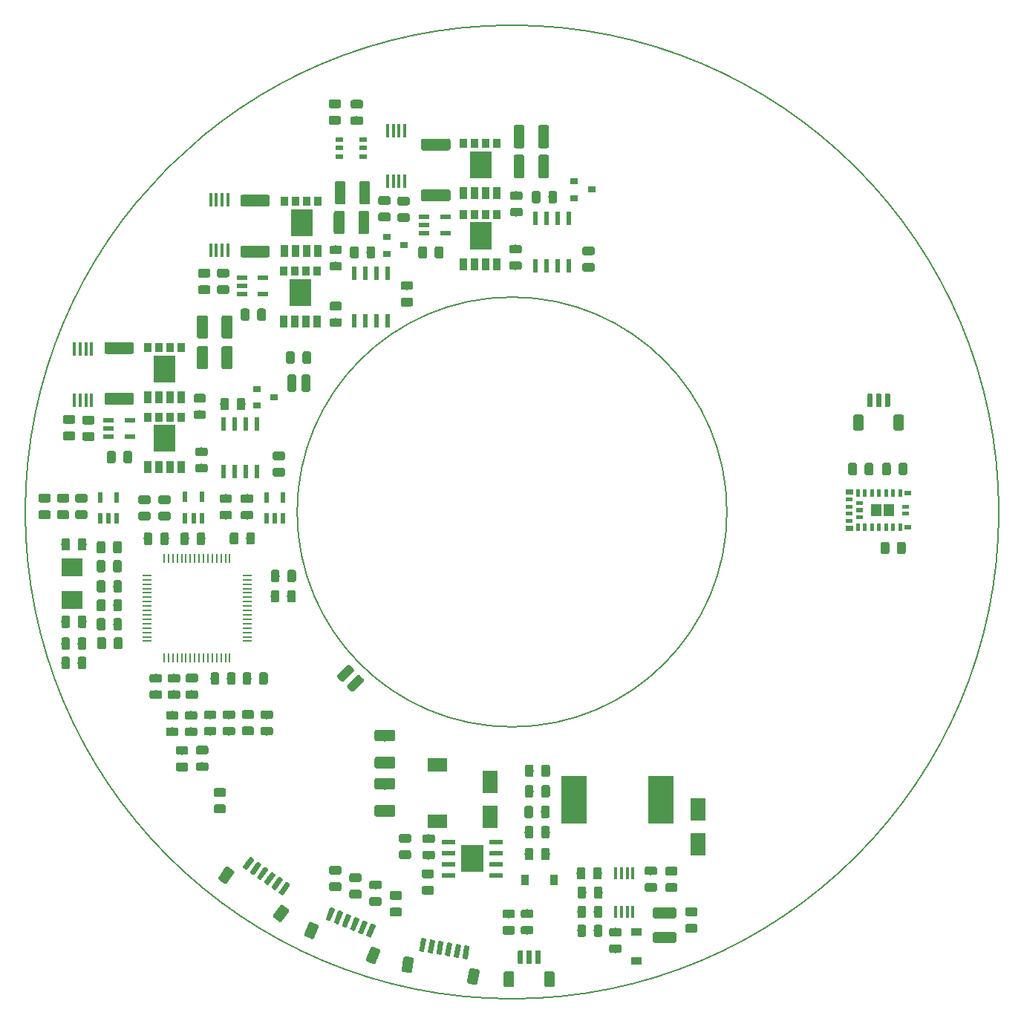
<source format=gbr>
%TF.GenerationSoftware,KiCad,Pcbnew,5.0.2-bee76a0~70~ubuntu18.04.1*%
%TF.CreationDate,2020-05-04T09:46:08+02:00*%
%TF.ProjectId,gsvesc,67737665-7363-42e6-9b69-6361645f7063,rev?*%
%TF.SameCoordinates,PX5f5e038PY5f5e038*%
%TF.FileFunction,Paste,Top*%
%TF.FilePolarity,Positive*%
%FSLAX46Y46*%
G04 Gerber Fmt 4.6, Leading zero omitted, Abs format (unit mm)*
G04 Created by KiCad (PCBNEW 5.0.2-bee76a0~70~ubuntu18.04.1) date Mo 04 Mai 2020 09:46:08 CEST*
%MOMM*%
%LPD*%
G01*
G04 APERTURE LIST*
%ADD10C,0.200000*%
%ADD11C,0.010000*%
%ADD12C,0.100000*%
%ADD13C,0.975000*%
%ADD14R,0.972299X0.568000*%
%ADD15R,0.457200X1.498600*%
%ADD16C,1.250000*%
%ADD17C,1.000000*%
%ADD18R,0.900000X0.800000*%
%ADD19R,0.850000X1.450000*%
%ADD20R,0.850000X1.050000*%
%ADD21C,1.350000*%
%ADD22R,1.309599X0.568000*%
%ADD23R,0.600000X1.550000*%
%ADD24C,0.600000*%
%ADD25C,1.200000*%
%ADD26R,2.400000X2.000000*%
%ADD27R,0.250000X1.000000*%
%ADD28R,1.000000X0.250000*%
%ADD29C,1.325000*%
%ADD30R,2.200000X1.500000*%
%ADD31R,1.800000X2.500000*%
%ADD32R,1.550000X0.600000*%
%ADD33R,2.600000X3.100000*%
%ADD34R,0.450000X1.450000*%
%ADD35R,1.200000X0.900000*%
%ADD36R,0.900000X1.200000*%
%ADD37R,2.900000X5.400000*%
%ADD38R,0.568000X1.309599*%
G04 APERTURE END LIST*
D10*
X24500200Y-200D02*
G75*
G03X24500200Y-200I-24500000J0D01*
G01*
X55500200Y-200D02*
G75*
G03X55500200Y-200I-55500000J0D01*
G01*
D11*
G36*
X-40815730Y6941174D02*
X-40815730Y9921174D01*
X-38443730Y9921174D01*
X-38443730Y6941174D01*
X-40815730Y6941174D01*
G37*
X-40815730Y6941174D02*
X-40815730Y9921174D01*
X-38443730Y9921174D01*
X-38443730Y6941174D01*
X-40815730Y6941174D01*
G36*
X-4801600Y30038600D02*
X-4801600Y33018600D01*
X-2429600Y33018600D01*
X-2429600Y30038600D01*
X-4801600Y30038600D01*
G37*
X-4801600Y30038600D02*
X-4801600Y33018600D01*
X-2429600Y33018600D01*
X-2429600Y30038600D01*
X-4801600Y30038600D01*
G36*
X-40815730Y14857174D02*
X-40815730Y17837174D01*
X-38443730Y17837174D01*
X-38443730Y14857174D01*
X-40815730Y14857174D01*
G37*
X-40815730Y14857174D02*
X-40815730Y17837174D01*
X-38443730Y17837174D01*
X-38443730Y14857174D01*
X-40815730Y14857174D01*
G36*
X-4801600Y38157800D02*
X-4801600Y41137800D01*
X-2429600Y41137800D01*
X-2429600Y38157800D01*
X-4801600Y38157800D01*
G37*
X-4801600Y38157800D02*
X-4801600Y41137800D01*
X-2429600Y41137800D01*
X-2429600Y38157800D01*
X-4801600Y38157800D01*
G36*
X-25211000Y31558800D02*
X-25211000Y34538800D01*
X-22839000Y34538800D01*
X-22839000Y31558800D01*
X-25211000Y31558800D01*
G37*
X-25211000Y31558800D02*
X-25211000Y34538800D01*
X-22839000Y34538800D01*
X-22839000Y31558800D01*
X-25211000Y31558800D01*
G36*
X-25338000Y23557800D02*
X-25338000Y26537800D01*
X-22966000Y26537800D01*
X-22966000Y23557800D01*
X-25338000Y23557800D01*
G37*
X-25338000Y23557800D02*
X-25338000Y26537800D01*
X-22966000Y26537800D01*
X-22966000Y23557800D01*
X-25338000Y23557800D01*
G36*
X42404080Y850000D02*
X43500000Y850000D01*
X43500000Y-348270D01*
X42404080Y-348270D01*
X42404080Y850000D01*
G37*
X42404080Y850000D02*
X43500000Y850000D01*
X43500000Y-348270D01*
X42404080Y-348270D01*
X42404080Y850000D01*
G36*
X40901220Y850000D02*
X42000000Y850000D01*
X42000000Y-349230D01*
X40901220Y-349230D01*
X40901220Y850000D01*
G37*
X40901220Y850000D02*
X42000000Y850000D01*
X42000000Y-349230D01*
X40901220Y-349230D01*
X40901220Y850000D01*
G36*
X44456490Y25000D02*
X45150000Y25000D01*
X45150000Y-323070D01*
X44456490Y-323070D01*
X44456490Y25000D01*
G37*
X44456490Y25000D02*
X45150000Y25000D01*
X45150000Y-323070D01*
X44456490Y-323070D01*
X44456490Y25000D01*
G36*
X39225820Y2550000D02*
X39575000Y2550000D01*
X39575000Y1852400D01*
X39225820Y1852400D01*
X39225820Y2550000D01*
G37*
X39225820Y2550000D02*
X39575000Y2550000D01*
X39575000Y1852400D01*
X39225820Y1852400D01*
X39225820Y2550000D01*
G36*
X40027900Y2550000D02*
X40375000Y2550000D01*
X40375000Y1855410D01*
X40027900Y1855410D01*
X40027900Y2550000D01*
G37*
X40027900Y2550000D02*
X40375000Y2550000D01*
X40375000Y1855410D01*
X40027900Y1855410D01*
X40027900Y2550000D01*
G36*
X40829460Y2550000D02*
X41175000Y2550000D01*
X41175000Y1856120D01*
X40829460Y1856120D01*
X40829460Y2550000D01*
G37*
X40829460Y2550000D02*
X41175000Y2550000D01*
X41175000Y1856120D01*
X40829460Y1856120D01*
X40829460Y2550000D01*
G36*
X41631360Y2550000D02*
X41975000Y2550000D01*
X41975000Y1856900D01*
X41631360Y1856900D01*
X41631360Y2550000D01*
G37*
X41631360Y2550000D02*
X41975000Y2550000D01*
X41975000Y1856900D01*
X41631360Y1856900D01*
X41631360Y2550000D01*
G36*
X42433540Y2550000D02*
X42775000Y2550000D01*
X42775000Y1857670D01*
X42433540Y1857670D01*
X42433540Y2550000D01*
G37*
X42433540Y2550000D02*
X42775000Y2550000D01*
X42775000Y1857670D01*
X42433540Y1857670D01*
X42433540Y2550000D01*
G36*
X43227160Y2550000D02*
X43575000Y2550000D01*
X43575000Y1851650D01*
X43227160Y1851650D01*
X43227160Y2550000D01*
G37*
X43227160Y2550000D02*
X43575000Y2550000D01*
X43575000Y1851650D01*
X43227160Y1851650D01*
X43227160Y2550000D01*
G36*
X44031990Y2550000D02*
X44375000Y2550000D01*
X44375000Y1854660D01*
X44031990Y1854660D01*
X44031990Y2550000D01*
G37*
X44031990Y2550000D02*
X44375000Y2550000D01*
X44375000Y1854660D01*
X44031990Y1854660D01*
X44031990Y2550000D01*
G36*
X39227640Y-1350000D02*
X39575000Y-1350000D01*
X39575000Y-2049537D01*
X39227640Y-2049537D01*
X39227640Y-1350000D01*
G37*
X39227640Y-1350000D02*
X39575000Y-1350000D01*
X39575000Y-2049537D01*
X39227640Y-2049537D01*
X39227640Y-1350000D01*
G36*
X40025520Y-1350000D02*
X40375000Y-1350000D01*
X40375000Y-2049942D01*
X40025520Y-2049942D01*
X40025520Y-1350000D01*
G37*
X40025520Y-1350000D02*
X40375000Y-1350000D01*
X40375000Y-2049942D01*
X40025520Y-2049942D01*
X40025520Y-1350000D01*
G36*
X40829040Y-1350000D02*
X41175000Y-1350000D01*
X41175000Y-2049667D01*
X40829040Y-2049667D01*
X40829040Y-1350000D01*
G37*
X40829040Y-1350000D02*
X41175000Y-1350000D01*
X41175000Y-2049667D01*
X40829040Y-2049667D01*
X40829040Y-1350000D01*
G36*
X41628780Y-1350000D02*
X41975000Y-1350000D01*
X41975000Y-2049753D01*
X41628780Y-2049753D01*
X41628780Y-1350000D01*
G37*
X41628780Y-1350000D02*
X41975000Y-1350000D01*
X41975000Y-2049753D01*
X41628780Y-2049753D01*
X41628780Y-1350000D01*
G36*
X42431680Y-1350000D02*
X42775000Y-1350000D01*
X42775000Y-2049639D01*
X42431680Y-2049639D01*
X42431680Y-1350000D01*
G37*
X42431680Y-1350000D02*
X42775000Y-1350000D01*
X42775000Y-2049639D01*
X42431680Y-2049639D01*
X42431680Y-1350000D01*
G36*
X43228150Y-1350000D02*
X43575000Y-1350000D01*
X43575000Y-2049855D01*
X43228150Y-2049855D01*
X43228150Y-1350000D01*
G37*
X43228150Y-1350000D02*
X43575000Y-1350000D01*
X43575000Y-2049855D01*
X43228150Y-2049855D01*
X43228150Y-1350000D01*
G36*
X44036830Y-1350000D02*
X44375000Y-1350000D01*
X44375000Y-2049525D01*
X44036830Y-2049525D01*
X44036830Y-1350000D01*
G37*
X44036830Y-1350000D02*
X44375000Y-1350000D01*
X44375000Y-2049525D01*
X44036830Y-2049525D01*
X44036830Y-1350000D01*
G36*
X44461160Y825000D02*
X45150000Y825000D01*
X45150000Y479660D01*
X44461160Y479660D01*
X44461160Y825000D01*
G37*
X44461160Y825000D02*
X45150000Y825000D01*
X45150000Y479660D01*
X44461160Y479660D01*
X44461160Y825000D01*
G36*
X38050025Y-775000D02*
X38750000Y-775000D01*
X38750000Y-1124880D01*
X38050025Y-1124880D01*
X38050025Y-775000D01*
G37*
X38050025Y-775000D02*
X38750000Y-775000D01*
X38750000Y-1124880D01*
X38050025Y-1124880D01*
X38050025Y-775000D01*
G36*
X38050445Y25000D02*
X38750000Y25000D01*
X38750000Y-321490D01*
X38050445Y-321490D01*
X38050445Y25000D01*
G37*
X38050445Y25000D02*
X38750000Y25000D01*
X38750000Y-321490D01*
X38050445Y-321490D01*
X38050445Y25000D01*
G36*
X38050237Y825000D02*
X38750000Y825000D01*
X38750000Y477630D01*
X38050237Y477630D01*
X38050237Y825000D01*
G37*
X38050237Y825000D02*
X38750000Y825000D01*
X38750000Y477630D01*
X38050237Y477630D01*
X38050237Y825000D01*
G36*
X38050118Y1625000D02*
X38750000Y1625000D01*
X38750000Y1276690D01*
X38050118Y1276690D01*
X38050118Y1625000D01*
G37*
X38050118Y1625000D02*
X38750000Y1625000D01*
X38750000Y1276690D01*
X38050118Y1276690D01*
X38050118Y1625000D01*
G36*
X39251920Y1225000D02*
X39950000Y1225000D01*
X39950000Y879210D01*
X39251920Y879210D01*
X39251920Y1225000D01*
G37*
X39251920Y1225000D02*
X39950000Y1225000D01*
X39950000Y879210D01*
X39251920Y879210D01*
X39251920Y1225000D01*
G36*
X39251100Y425000D02*
X39950000Y425000D01*
X39950000Y76810D01*
X39251100Y76810D01*
X39251100Y425000D01*
G37*
X39251100Y425000D02*
X39950000Y425000D01*
X39950000Y76810D01*
X39251100Y76810D01*
X39251100Y425000D01*
G36*
X39251750Y-375000D02*
X39950000Y-375000D01*
X39950000Y-723100D01*
X39251750Y-723100D01*
X39251750Y-375000D01*
G37*
X39251750Y-375000D02*
X39950000Y-375000D01*
X39950000Y-723100D01*
X39251750Y-723100D01*
X39251750Y-375000D01*
G36*
X44702500Y2425000D02*
X45450000Y2425000D01*
X45450000Y1976550D01*
X44702500Y1976550D01*
X44702500Y2425000D01*
G37*
X44702500Y2425000D02*
X45450000Y2425000D01*
X45450000Y1976550D01*
X44702500Y1976550D01*
X44702500Y2425000D01*
G36*
X38025177Y2550000D02*
X38775000Y2550000D01*
X38775000Y2103470D01*
X38025177Y2103470D01*
X38025177Y2550000D01*
G37*
X38025177Y2550000D02*
X38775000Y2550000D01*
X38775000Y2103470D01*
X38025177Y2103470D01*
X38025177Y2550000D01*
G36*
X44705040Y-1475000D02*
X45450000Y-1475000D01*
X45450000Y-1924726D01*
X44705040Y-1924726D01*
X44705040Y-1475000D01*
G37*
X44705040Y-1475000D02*
X45450000Y-1475000D01*
X45450000Y-1924726D01*
X44705040Y-1924726D01*
X44705040Y-1475000D01*
G36*
X38025309Y-1600000D02*
X38775000Y-1600000D01*
X38775000Y-2049656D01*
X38025309Y-2049656D01*
X38025309Y-1600000D01*
G37*
X38025309Y-1600000D02*
X38775000Y-1600000D01*
X38775000Y-2049656D01*
X38025309Y-2049656D01*
X38025309Y-1600000D01*
D12*
G36*
X-17219858Y45111326D02*
X-17196197Y45107816D01*
X-17172993Y45102004D01*
X-17150471Y45093946D01*
X-17128847Y45083718D01*
X-17108330Y45071421D01*
X-17089117Y45057171D01*
X-17071393Y45041107D01*
X-17055329Y45023383D01*
X-17041079Y45004170D01*
X-17028782Y44983653D01*
X-17018554Y44962029D01*
X-17010496Y44939507D01*
X-17004684Y44916303D01*
X-17001174Y44892642D01*
X-17000000Y44868750D01*
X-17000000Y44381250D01*
X-17001174Y44357358D01*
X-17004684Y44333697D01*
X-17010496Y44310493D01*
X-17018554Y44287971D01*
X-17028782Y44266347D01*
X-17041079Y44245830D01*
X-17055329Y44226617D01*
X-17071393Y44208893D01*
X-17089117Y44192829D01*
X-17108330Y44178579D01*
X-17128847Y44166282D01*
X-17150471Y44156054D01*
X-17172993Y44147996D01*
X-17196197Y44142184D01*
X-17219858Y44138674D01*
X-17243750Y44137500D01*
X-18156250Y44137500D01*
X-18180142Y44138674D01*
X-18203803Y44142184D01*
X-18227007Y44147996D01*
X-18249529Y44156054D01*
X-18271153Y44166282D01*
X-18291670Y44178579D01*
X-18310883Y44192829D01*
X-18328607Y44208893D01*
X-18344671Y44226617D01*
X-18358921Y44245830D01*
X-18371218Y44266347D01*
X-18381446Y44287971D01*
X-18389504Y44310493D01*
X-18395316Y44333697D01*
X-18398826Y44357358D01*
X-18400000Y44381250D01*
X-18400000Y44868750D01*
X-18398826Y44892642D01*
X-18395316Y44916303D01*
X-18389504Y44939507D01*
X-18381446Y44962029D01*
X-18371218Y44983653D01*
X-18358921Y45004170D01*
X-18344671Y45023383D01*
X-18328607Y45041107D01*
X-18310883Y45057171D01*
X-18291670Y45071421D01*
X-18271153Y45083718D01*
X-18249529Y45093946D01*
X-18227007Y45102004D01*
X-18203803Y45107816D01*
X-18180142Y45111326D01*
X-18156250Y45112500D01*
X-17243750Y45112500D01*
X-17219858Y45111326D01*
X-17219858Y45111326D01*
G37*
D13*
X-17700000Y44625000D03*
D12*
G36*
X-17219858Y46986326D02*
X-17196197Y46982816D01*
X-17172993Y46977004D01*
X-17150471Y46968946D01*
X-17128847Y46958718D01*
X-17108330Y46946421D01*
X-17089117Y46932171D01*
X-17071393Y46916107D01*
X-17055329Y46898383D01*
X-17041079Y46879170D01*
X-17028782Y46858653D01*
X-17018554Y46837029D01*
X-17010496Y46814507D01*
X-17004684Y46791303D01*
X-17001174Y46767642D01*
X-17000000Y46743750D01*
X-17000000Y46256250D01*
X-17001174Y46232358D01*
X-17004684Y46208697D01*
X-17010496Y46185493D01*
X-17018554Y46162971D01*
X-17028782Y46141347D01*
X-17041079Y46120830D01*
X-17055329Y46101617D01*
X-17071393Y46083893D01*
X-17089117Y46067829D01*
X-17108330Y46053579D01*
X-17128847Y46041282D01*
X-17150471Y46031054D01*
X-17172993Y46022996D01*
X-17196197Y46017184D01*
X-17219858Y46013674D01*
X-17243750Y46012500D01*
X-18156250Y46012500D01*
X-18180142Y46013674D01*
X-18203803Y46017184D01*
X-18227007Y46022996D01*
X-18249529Y46031054D01*
X-18271153Y46041282D01*
X-18291670Y46053579D01*
X-18310883Y46067829D01*
X-18328607Y46083893D01*
X-18344671Y46101617D01*
X-18358921Y46120830D01*
X-18371218Y46141347D01*
X-18381446Y46162971D01*
X-18389504Y46185493D01*
X-18395316Y46208697D01*
X-18398826Y46232358D01*
X-18400000Y46256250D01*
X-18400000Y46743750D01*
X-18398826Y46767642D01*
X-18395316Y46791303D01*
X-18389504Y46814507D01*
X-18381446Y46837029D01*
X-18371218Y46858653D01*
X-18358921Y46879170D01*
X-18344671Y46898383D01*
X-18328607Y46916107D01*
X-18310883Y46932171D01*
X-18291670Y46946421D01*
X-18271153Y46958718D01*
X-18249529Y46968946D01*
X-18227007Y46977004D01*
X-18203803Y46982816D01*
X-18180142Y46986326D01*
X-18156250Y46987500D01*
X-17243750Y46987500D01*
X-17219858Y46986326D01*
X-17219858Y46986326D01*
G37*
D13*
X-17700000Y46500000D03*
D12*
G36*
X-19719858Y47023826D02*
X-19696197Y47020316D01*
X-19672993Y47014504D01*
X-19650471Y47006446D01*
X-19628847Y46996218D01*
X-19608330Y46983921D01*
X-19589117Y46969671D01*
X-19571393Y46953607D01*
X-19555329Y46935883D01*
X-19541079Y46916670D01*
X-19528782Y46896153D01*
X-19518554Y46874529D01*
X-19510496Y46852007D01*
X-19504684Y46828803D01*
X-19501174Y46805142D01*
X-19500000Y46781250D01*
X-19500000Y46293750D01*
X-19501174Y46269858D01*
X-19504684Y46246197D01*
X-19510496Y46222993D01*
X-19518554Y46200471D01*
X-19528782Y46178847D01*
X-19541079Y46158330D01*
X-19555329Y46139117D01*
X-19571393Y46121393D01*
X-19589117Y46105329D01*
X-19608330Y46091079D01*
X-19628847Y46078782D01*
X-19650471Y46068554D01*
X-19672993Y46060496D01*
X-19696197Y46054684D01*
X-19719858Y46051174D01*
X-19743750Y46050000D01*
X-20656250Y46050000D01*
X-20680142Y46051174D01*
X-20703803Y46054684D01*
X-20727007Y46060496D01*
X-20749529Y46068554D01*
X-20771153Y46078782D01*
X-20791670Y46091079D01*
X-20810883Y46105329D01*
X-20828607Y46121393D01*
X-20844671Y46139117D01*
X-20858921Y46158330D01*
X-20871218Y46178847D01*
X-20881446Y46200471D01*
X-20889504Y46222993D01*
X-20895316Y46246197D01*
X-20898826Y46269858D01*
X-20900000Y46293750D01*
X-20900000Y46781250D01*
X-20898826Y46805142D01*
X-20895316Y46828803D01*
X-20889504Y46852007D01*
X-20881446Y46874529D01*
X-20871218Y46896153D01*
X-20858921Y46916670D01*
X-20844671Y46935883D01*
X-20828607Y46953607D01*
X-20810883Y46969671D01*
X-20791670Y46983921D01*
X-20771153Y46996218D01*
X-20749529Y47006446D01*
X-20727007Y47014504D01*
X-20703803Y47020316D01*
X-20680142Y47023826D01*
X-20656250Y47025000D01*
X-19743750Y47025000D01*
X-19719858Y47023826D01*
X-19719858Y47023826D01*
G37*
D13*
X-20200000Y46537500D03*
D12*
G36*
X-19719858Y45148826D02*
X-19696197Y45145316D01*
X-19672993Y45139504D01*
X-19650471Y45131446D01*
X-19628847Y45121218D01*
X-19608330Y45108921D01*
X-19589117Y45094671D01*
X-19571393Y45078607D01*
X-19555329Y45060883D01*
X-19541079Y45041670D01*
X-19528782Y45021153D01*
X-19518554Y44999529D01*
X-19510496Y44977007D01*
X-19504684Y44953803D01*
X-19501174Y44930142D01*
X-19500000Y44906250D01*
X-19500000Y44418750D01*
X-19501174Y44394858D01*
X-19504684Y44371197D01*
X-19510496Y44347993D01*
X-19518554Y44325471D01*
X-19528782Y44303847D01*
X-19541079Y44283330D01*
X-19555329Y44264117D01*
X-19571393Y44246393D01*
X-19589117Y44230329D01*
X-19608330Y44216079D01*
X-19628847Y44203782D01*
X-19650471Y44193554D01*
X-19672993Y44185496D01*
X-19696197Y44179684D01*
X-19719858Y44176174D01*
X-19743750Y44175000D01*
X-20656250Y44175000D01*
X-20680142Y44176174D01*
X-20703803Y44179684D01*
X-20727007Y44185496D01*
X-20749529Y44193554D01*
X-20771153Y44203782D01*
X-20791670Y44216079D01*
X-20810883Y44230329D01*
X-20828607Y44246393D01*
X-20844671Y44264117D01*
X-20858921Y44283330D01*
X-20871218Y44303847D01*
X-20881446Y44325471D01*
X-20889504Y44347993D01*
X-20895316Y44371197D01*
X-20898826Y44394858D01*
X-20900000Y44418750D01*
X-20900000Y44906250D01*
X-20898826Y44930142D01*
X-20895316Y44953803D01*
X-20889504Y44977007D01*
X-20881446Y44999529D01*
X-20871218Y45021153D01*
X-20858921Y45041670D01*
X-20844671Y45060883D01*
X-20828607Y45078607D01*
X-20810883Y45094671D01*
X-20791670Y45108921D01*
X-20771153Y45121218D01*
X-20749529Y45131446D01*
X-20727007Y45139504D01*
X-20703803Y45145316D01*
X-20680142Y45148826D01*
X-20656250Y45150000D01*
X-19743750Y45150000D01*
X-19719858Y45148826D01*
X-19719858Y45148826D01*
G37*
D13*
X-20200000Y44662500D03*
D14*
X-19662451Y40549999D03*
X-19662451Y41500000D03*
X-19662451Y42450001D03*
X-16937549Y42450001D03*
X-16937549Y41500000D03*
X-16937549Y40549999D03*
D15*
X-12225000Y43474998D03*
X-12874998Y43474998D03*
X-13525000Y43474998D03*
X-14174998Y43474998D03*
X-14174998Y37675000D03*
X-13525000Y37675000D03*
X-12874998Y37675000D03*
X-12225000Y37675000D03*
X-32425001Y29800001D03*
X-33074999Y29800001D03*
X-33725001Y29800001D03*
X-34374999Y29800001D03*
X-34374999Y35599999D03*
X-33725001Y35599999D03*
X-33074999Y35599999D03*
X-32425001Y35599999D03*
X-47925001Y18549998D03*
X-48574999Y18549998D03*
X-49225001Y18549998D03*
X-49874999Y18549998D03*
X-49874999Y12750000D03*
X-49225001Y12750000D03*
X-48574999Y12750000D03*
X-47925001Y12750000D03*
D12*
G36*
X-43544858Y6948826D02*
X-43521197Y6945316D01*
X-43497993Y6939504D01*
X-43475471Y6931446D01*
X-43453847Y6921218D01*
X-43433330Y6908921D01*
X-43414117Y6894671D01*
X-43396393Y6878607D01*
X-43380329Y6860883D01*
X-43366079Y6841670D01*
X-43353782Y6821153D01*
X-43343554Y6799529D01*
X-43335496Y6777007D01*
X-43329684Y6753803D01*
X-43326174Y6730142D01*
X-43325000Y6706250D01*
X-43325000Y5793750D01*
X-43326174Y5769858D01*
X-43329684Y5746197D01*
X-43335496Y5722993D01*
X-43343554Y5700471D01*
X-43353782Y5678847D01*
X-43366079Y5658330D01*
X-43380329Y5639117D01*
X-43396393Y5621393D01*
X-43414117Y5605329D01*
X-43433330Y5591079D01*
X-43453847Y5578782D01*
X-43475471Y5568554D01*
X-43497993Y5560496D01*
X-43521197Y5554684D01*
X-43544858Y5551174D01*
X-43568750Y5550000D01*
X-44056250Y5550000D01*
X-44080142Y5551174D01*
X-44103803Y5554684D01*
X-44127007Y5560496D01*
X-44149529Y5568554D01*
X-44171153Y5578782D01*
X-44191670Y5591079D01*
X-44210883Y5605329D01*
X-44228607Y5621393D01*
X-44244671Y5639117D01*
X-44258921Y5658330D01*
X-44271218Y5678847D01*
X-44281446Y5700471D01*
X-44289504Y5722993D01*
X-44295316Y5746197D01*
X-44298826Y5769858D01*
X-44300000Y5793750D01*
X-44300000Y6706250D01*
X-44298826Y6730142D01*
X-44295316Y6753803D01*
X-44289504Y6777007D01*
X-44281446Y6799529D01*
X-44271218Y6821153D01*
X-44258921Y6841670D01*
X-44244671Y6860883D01*
X-44228607Y6878607D01*
X-44210883Y6894671D01*
X-44191670Y6908921D01*
X-44171153Y6921218D01*
X-44149529Y6931446D01*
X-44127007Y6939504D01*
X-44103803Y6945316D01*
X-44080142Y6948826D01*
X-44056250Y6950000D01*
X-43568750Y6950000D01*
X-43544858Y6948826D01*
X-43544858Y6948826D01*
G37*
D13*
X-43812500Y6250000D03*
D12*
G36*
X-45419858Y6948826D02*
X-45396197Y6945316D01*
X-45372993Y6939504D01*
X-45350471Y6931446D01*
X-45328847Y6921218D01*
X-45308330Y6908921D01*
X-45289117Y6894671D01*
X-45271393Y6878607D01*
X-45255329Y6860883D01*
X-45241079Y6841670D01*
X-45228782Y6821153D01*
X-45218554Y6799529D01*
X-45210496Y6777007D01*
X-45204684Y6753803D01*
X-45201174Y6730142D01*
X-45200000Y6706250D01*
X-45200000Y5793750D01*
X-45201174Y5769858D01*
X-45204684Y5746197D01*
X-45210496Y5722993D01*
X-45218554Y5700471D01*
X-45228782Y5678847D01*
X-45241079Y5658330D01*
X-45255329Y5639117D01*
X-45271393Y5621393D01*
X-45289117Y5605329D01*
X-45308330Y5591079D01*
X-45328847Y5578782D01*
X-45350471Y5568554D01*
X-45372993Y5560496D01*
X-45396197Y5554684D01*
X-45419858Y5551174D01*
X-45443750Y5550000D01*
X-45931250Y5550000D01*
X-45955142Y5551174D01*
X-45978803Y5554684D01*
X-46002007Y5560496D01*
X-46024529Y5568554D01*
X-46046153Y5578782D01*
X-46066670Y5591079D01*
X-46085883Y5605329D01*
X-46103607Y5621393D01*
X-46119671Y5639117D01*
X-46133921Y5658330D01*
X-46146218Y5678847D01*
X-46156446Y5700471D01*
X-46164504Y5722993D01*
X-46170316Y5746197D01*
X-46173826Y5769858D01*
X-46175000Y5793750D01*
X-46175000Y6706250D01*
X-46173826Y6730142D01*
X-46170316Y6753803D01*
X-46164504Y6777007D01*
X-46156446Y6799529D01*
X-46146218Y6821153D01*
X-46133921Y6841670D01*
X-46119671Y6860883D01*
X-46103607Y6878607D01*
X-46085883Y6894671D01*
X-46066670Y6908921D01*
X-46046153Y6921218D01*
X-46024529Y6931446D01*
X-46002007Y6939504D01*
X-45978803Y6945316D01*
X-45955142Y6948826D01*
X-45931250Y6950000D01*
X-45443750Y6950000D01*
X-45419858Y6948826D01*
X-45419858Y6948826D01*
G37*
D13*
X-45687500Y6250000D03*
D12*
G36*
X-30169858Y23198826D02*
X-30146197Y23195316D01*
X-30122993Y23189504D01*
X-30100471Y23181446D01*
X-30078847Y23171218D01*
X-30058330Y23158921D01*
X-30039117Y23144671D01*
X-30021393Y23128607D01*
X-30005329Y23110883D01*
X-29991079Y23091670D01*
X-29978782Y23071153D01*
X-29968554Y23049529D01*
X-29960496Y23027007D01*
X-29954684Y23003803D01*
X-29951174Y22980142D01*
X-29950000Y22956250D01*
X-29950000Y22043750D01*
X-29951174Y22019858D01*
X-29954684Y21996197D01*
X-29960496Y21972993D01*
X-29968554Y21950471D01*
X-29978782Y21928847D01*
X-29991079Y21908330D01*
X-30005329Y21889117D01*
X-30021393Y21871393D01*
X-30039117Y21855329D01*
X-30058330Y21841079D01*
X-30078847Y21828782D01*
X-30100471Y21818554D01*
X-30122993Y21810496D01*
X-30146197Y21804684D01*
X-30169858Y21801174D01*
X-30193750Y21800000D01*
X-30681250Y21800000D01*
X-30705142Y21801174D01*
X-30728803Y21804684D01*
X-30752007Y21810496D01*
X-30774529Y21818554D01*
X-30796153Y21828782D01*
X-30816670Y21841079D01*
X-30835883Y21855329D01*
X-30853607Y21871393D01*
X-30869671Y21889117D01*
X-30883921Y21908330D01*
X-30896218Y21928847D01*
X-30906446Y21950471D01*
X-30914504Y21972993D01*
X-30920316Y21996197D01*
X-30923826Y22019858D01*
X-30925000Y22043750D01*
X-30925000Y22956250D01*
X-30923826Y22980142D01*
X-30920316Y23003803D01*
X-30914504Y23027007D01*
X-30906446Y23049529D01*
X-30896218Y23071153D01*
X-30883921Y23091670D01*
X-30869671Y23110883D01*
X-30853607Y23128607D01*
X-30835883Y23144671D01*
X-30816670Y23158921D01*
X-30796153Y23171218D01*
X-30774529Y23181446D01*
X-30752007Y23189504D01*
X-30728803Y23195316D01*
X-30705142Y23198826D01*
X-30681250Y23200000D01*
X-30193750Y23200000D01*
X-30169858Y23198826D01*
X-30169858Y23198826D01*
G37*
D13*
X-30437500Y22500000D03*
D12*
G36*
X-28294858Y23198826D02*
X-28271197Y23195316D01*
X-28247993Y23189504D01*
X-28225471Y23181446D01*
X-28203847Y23171218D01*
X-28183330Y23158921D01*
X-28164117Y23144671D01*
X-28146393Y23128607D01*
X-28130329Y23110883D01*
X-28116079Y23091670D01*
X-28103782Y23071153D01*
X-28093554Y23049529D01*
X-28085496Y23027007D01*
X-28079684Y23003803D01*
X-28076174Y22980142D01*
X-28075000Y22956250D01*
X-28075000Y22043750D01*
X-28076174Y22019858D01*
X-28079684Y21996197D01*
X-28085496Y21972993D01*
X-28093554Y21950471D01*
X-28103782Y21928847D01*
X-28116079Y21908330D01*
X-28130329Y21889117D01*
X-28146393Y21871393D01*
X-28164117Y21855329D01*
X-28183330Y21841079D01*
X-28203847Y21828782D01*
X-28225471Y21818554D01*
X-28247993Y21810496D01*
X-28271197Y21804684D01*
X-28294858Y21801174D01*
X-28318750Y21800000D01*
X-28806250Y21800000D01*
X-28830142Y21801174D01*
X-28853803Y21804684D01*
X-28877007Y21810496D01*
X-28899529Y21818554D01*
X-28921153Y21828782D01*
X-28941670Y21841079D01*
X-28960883Y21855329D01*
X-28978607Y21871393D01*
X-28994671Y21889117D01*
X-29008921Y21908330D01*
X-29021218Y21928847D01*
X-29031446Y21950471D01*
X-29039504Y21972993D01*
X-29045316Y21996197D01*
X-29048826Y22019858D01*
X-29050000Y22043750D01*
X-29050000Y22956250D01*
X-29048826Y22980142D01*
X-29045316Y23003803D01*
X-29039504Y23027007D01*
X-29031446Y23049529D01*
X-29021218Y23071153D01*
X-29008921Y23091670D01*
X-28994671Y23110883D01*
X-28978607Y23128607D01*
X-28960883Y23144671D01*
X-28941670Y23158921D01*
X-28921153Y23171218D01*
X-28899529Y23181446D01*
X-28877007Y23189504D01*
X-28853803Y23195316D01*
X-28830142Y23198826D01*
X-28806250Y23200000D01*
X-28318750Y23200000D01*
X-28294858Y23198826D01*
X-28294858Y23198826D01*
G37*
D13*
X-28562500Y22500000D03*
D12*
G36*
X-8057358Y30298826D02*
X-8033697Y30295316D01*
X-8010493Y30289504D01*
X-7987971Y30281446D01*
X-7966347Y30271218D01*
X-7945830Y30258921D01*
X-7926617Y30244671D01*
X-7908893Y30228607D01*
X-7892829Y30210883D01*
X-7878579Y30191670D01*
X-7866282Y30171153D01*
X-7856054Y30149529D01*
X-7847996Y30127007D01*
X-7842184Y30103803D01*
X-7838674Y30080142D01*
X-7837500Y30056250D01*
X-7837500Y29143750D01*
X-7838674Y29119858D01*
X-7842184Y29096197D01*
X-7847996Y29072993D01*
X-7856054Y29050471D01*
X-7866282Y29028847D01*
X-7878579Y29008330D01*
X-7892829Y28989117D01*
X-7908893Y28971393D01*
X-7926617Y28955329D01*
X-7945830Y28941079D01*
X-7966347Y28928782D01*
X-7987971Y28918554D01*
X-8010493Y28910496D01*
X-8033697Y28904684D01*
X-8057358Y28901174D01*
X-8081250Y28900000D01*
X-8568750Y28900000D01*
X-8592642Y28901174D01*
X-8616303Y28904684D01*
X-8639507Y28910496D01*
X-8662029Y28918554D01*
X-8683653Y28928782D01*
X-8704170Y28941079D01*
X-8723383Y28955329D01*
X-8741107Y28971393D01*
X-8757171Y28989117D01*
X-8771421Y29008330D01*
X-8783718Y29028847D01*
X-8793946Y29050471D01*
X-8802004Y29072993D01*
X-8807816Y29096197D01*
X-8811326Y29119858D01*
X-8812500Y29143750D01*
X-8812500Y30056250D01*
X-8811326Y30080142D01*
X-8807816Y30103803D01*
X-8802004Y30127007D01*
X-8793946Y30149529D01*
X-8783718Y30171153D01*
X-8771421Y30191670D01*
X-8757171Y30210883D01*
X-8741107Y30228607D01*
X-8723383Y30244671D01*
X-8704170Y30258921D01*
X-8683653Y30271218D01*
X-8662029Y30281446D01*
X-8639507Y30289504D01*
X-8616303Y30295316D01*
X-8592642Y30298826D01*
X-8568750Y30300000D01*
X-8081250Y30300000D01*
X-8057358Y30298826D01*
X-8057358Y30298826D01*
G37*
D13*
X-8325000Y29600000D03*
D12*
G36*
X-9932358Y30298826D02*
X-9908697Y30295316D01*
X-9885493Y30289504D01*
X-9862971Y30281446D01*
X-9841347Y30271218D01*
X-9820830Y30258921D01*
X-9801617Y30244671D01*
X-9783893Y30228607D01*
X-9767829Y30210883D01*
X-9753579Y30191670D01*
X-9741282Y30171153D01*
X-9731054Y30149529D01*
X-9722996Y30127007D01*
X-9717184Y30103803D01*
X-9713674Y30080142D01*
X-9712500Y30056250D01*
X-9712500Y29143750D01*
X-9713674Y29119858D01*
X-9717184Y29096197D01*
X-9722996Y29072993D01*
X-9731054Y29050471D01*
X-9741282Y29028847D01*
X-9753579Y29008330D01*
X-9767829Y28989117D01*
X-9783893Y28971393D01*
X-9801617Y28955329D01*
X-9820830Y28941079D01*
X-9841347Y28928782D01*
X-9862971Y28918554D01*
X-9885493Y28910496D01*
X-9908697Y28904684D01*
X-9932358Y28901174D01*
X-9956250Y28900000D01*
X-10443750Y28900000D01*
X-10467642Y28901174D01*
X-10491303Y28904684D01*
X-10514507Y28910496D01*
X-10537029Y28918554D01*
X-10558653Y28928782D01*
X-10579170Y28941079D01*
X-10598383Y28955329D01*
X-10616107Y28971393D01*
X-10632171Y28989117D01*
X-10646421Y29008330D01*
X-10658718Y29028847D01*
X-10668946Y29050471D01*
X-10677004Y29072993D01*
X-10682816Y29096197D01*
X-10686326Y29119858D01*
X-10687500Y29143750D01*
X-10687500Y30056250D01*
X-10686326Y30080142D01*
X-10682816Y30103803D01*
X-10677004Y30127007D01*
X-10668946Y30149529D01*
X-10658718Y30171153D01*
X-10646421Y30191670D01*
X-10632171Y30210883D01*
X-10616107Y30228607D01*
X-10598383Y30244671D01*
X-10579170Y30258921D01*
X-10558653Y30271218D01*
X-10537029Y30281446D01*
X-10514507Y30289504D01*
X-10491303Y30295316D01*
X-10467642Y30298826D01*
X-10443750Y30300000D01*
X-9956250Y30300000D01*
X-9932358Y30298826D01*
X-9932358Y30298826D01*
G37*
D13*
X-10200000Y29600000D03*
D12*
G36*
X-50019858Y9161326D02*
X-49996197Y9157816D01*
X-49972993Y9152004D01*
X-49950471Y9143946D01*
X-49928847Y9133718D01*
X-49908330Y9121421D01*
X-49889117Y9107171D01*
X-49871393Y9091107D01*
X-49855329Y9073383D01*
X-49841079Y9054170D01*
X-49828782Y9033653D01*
X-49818554Y9012029D01*
X-49810496Y8989507D01*
X-49804684Y8966303D01*
X-49801174Y8942642D01*
X-49800000Y8918750D01*
X-49800000Y8431250D01*
X-49801174Y8407358D01*
X-49804684Y8383697D01*
X-49810496Y8360493D01*
X-49818554Y8337971D01*
X-49828782Y8316347D01*
X-49841079Y8295830D01*
X-49855329Y8276617D01*
X-49871393Y8258893D01*
X-49889117Y8242829D01*
X-49908330Y8228579D01*
X-49928847Y8216282D01*
X-49950471Y8206054D01*
X-49972993Y8197996D01*
X-49996197Y8192184D01*
X-50019858Y8188674D01*
X-50043750Y8187500D01*
X-50956250Y8187500D01*
X-50980142Y8188674D01*
X-51003803Y8192184D01*
X-51027007Y8197996D01*
X-51049529Y8206054D01*
X-51071153Y8216282D01*
X-51091670Y8228579D01*
X-51110883Y8242829D01*
X-51128607Y8258893D01*
X-51144671Y8276617D01*
X-51158921Y8295830D01*
X-51171218Y8316347D01*
X-51181446Y8337971D01*
X-51189504Y8360493D01*
X-51195316Y8383697D01*
X-51198826Y8407358D01*
X-51200000Y8431250D01*
X-51200000Y8918750D01*
X-51198826Y8942642D01*
X-51195316Y8966303D01*
X-51189504Y8989507D01*
X-51181446Y9012029D01*
X-51171218Y9033653D01*
X-51158921Y9054170D01*
X-51144671Y9073383D01*
X-51128607Y9091107D01*
X-51110883Y9107171D01*
X-51091670Y9121421D01*
X-51071153Y9133718D01*
X-51049529Y9143946D01*
X-51027007Y9152004D01*
X-51003803Y9157816D01*
X-50980142Y9161326D01*
X-50956250Y9162500D01*
X-50043750Y9162500D01*
X-50019858Y9161326D01*
X-50019858Y9161326D01*
G37*
D13*
X-50500000Y8675000D03*
D12*
G36*
X-50019858Y11036326D02*
X-49996197Y11032816D01*
X-49972993Y11027004D01*
X-49950471Y11018946D01*
X-49928847Y11008718D01*
X-49908330Y10996421D01*
X-49889117Y10982171D01*
X-49871393Y10966107D01*
X-49855329Y10948383D01*
X-49841079Y10929170D01*
X-49828782Y10908653D01*
X-49818554Y10887029D01*
X-49810496Y10864507D01*
X-49804684Y10841303D01*
X-49801174Y10817642D01*
X-49800000Y10793750D01*
X-49800000Y10306250D01*
X-49801174Y10282358D01*
X-49804684Y10258697D01*
X-49810496Y10235493D01*
X-49818554Y10212971D01*
X-49828782Y10191347D01*
X-49841079Y10170830D01*
X-49855329Y10151617D01*
X-49871393Y10133893D01*
X-49889117Y10117829D01*
X-49908330Y10103579D01*
X-49928847Y10091282D01*
X-49950471Y10081054D01*
X-49972993Y10072996D01*
X-49996197Y10067184D01*
X-50019858Y10063674D01*
X-50043750Y10062500D01*
X-50956250Y10062500D01*
X-50980142Y10063674D01*
X-51003803Y10067184D01*
X-51027007Y10072996D01*
X-51049529Y10081054D01*
X-51071153Y10091282D01*
X-51091670Y10103579D01*
X-51110883Y10117829D01*
X-51128607Y10133893D01*
X-51144671Y10151617D01*
X-51158921Y10170830D01*
X-51171218Y10191347D01*
X-51181446Y10212971D01*
X-51189504Y10235493D01*
X-51195316Y10258697D01*
X-51198826Y10282358D01*
X-51200000Y10306250D01*
X-51200000Y10793750D01*
X-51198826Y10817642D01*
X-51195316Y10841303D01*
X-51189504Y10864507D01*
X-51181446Y10887029D01*
X-51171218Y10908653D01*
X-51158921Y10929170D01*
X-51144671Y10948383D01*
X-51128607Y10966107D01*
X-51110883Y10982171D01*
X-51091670Y10996421D01*
X-51071153Y11008718D01*
X-51049529Y11018946D01*
X-51027007Y11027004D01*
X-51003803Y11032816D01*
X-50980142Y11036326D01*
X-50956250Y11037500D01*
X-50043750Y11037500D01*
X-50019858Y11036326D01*
X-50019858Y11036326D01*
G37*
D13*
X-50500000Y10550000D03*
D12*
G36*
X-14069858Y34123826D02*
X-14046197Y34120316D01*
X-14022993Y34114504D01*
X-14000471Y34106446D01*
X-13978847Y34096218D01*
X-13958330Y34083921D01*
X-13939117Y34069671D01*
X-13921393Y34053607D01*
X-13905329Y34035883D01*
X-13891079Y34016670D01*
X-13878782Y33996153D01*
X-13868554Y33974529D01*
X-13860496Y33952007D01*
X-13854684Y33928803D01*
X-13851174Y33905142D01*
X-13850000Y33881250D01*
X-13850000Y33393750D01*
X-13851174Y33369858D01*
X-13854684Y33346197D01*
X-13860496Y33322993D01*
X-13868554Y33300471D01*
X-13878782Y33278847D01*
X-13891079Y33258330D01*
X-13905329Y33239117D01*
X-13921393Y33221393D01*
X-13939117Y33205329D01*
X-13958330Y33191079D01*
X-13978847Y33178782D01*
X-14000471Y33168554D01*
X-14022993Y33160496D01*
X-14046197Y33154684D01*
X-14069858Y33151174D01*
X-14093750Y33150000D01*
X-15006250Y33150000D01*
X-15030142Y33151174D01*
X-15053803Y33154684D01*
X-15077007Y33160496D01*
X-15099529Y33168554D01*
X-15121153Y33178782D01*
X-15141670Y33191079D01*
X-15160883Y33205329D01*
X-15178607Y33221393D01*
X-15194671Y33239117D01*
X-15208921Y33258330D01*
X-15221218Y33278847D01*
X-15231446Y33300471D01*
X-15239504Y33322993D01*
X-15245316Y33346197D01*
X-15248826Y33369858D01*
X-15250000Y33393750D01*
X-15250000Y33881250D01*
X-15248826Y33905142D01*
X-15245316Y33928803D01*
X-15239504Y33952007D01*
X-15231446Y33974529D01*
X-15221218Y33996153D01*
X-15208921Y34016670D01*
X-15194671Y34035883D01*
X-15178607Y34053607D01*
X-15160883Y34069671D01*
X-15141670Y34083921D01*
X-15121153Y34096218D01*
X-15099529Y34106446D01*
X-15077007Y34114504D01*
X-15053803Y34120316D01*
X-15030142Y34123826D01*
X-15006250Y34125000D01*
X-14093750Y34125000D01*
X-14069858Y34123826D01*
X-14069858Y34123826D01*
G37*
D13*
X-14550000Y33637500D03*
D12*
G36*
X-14069858Y35998826D02*
X-14046197Y35995316D01*
X-14022993Y35989504D01*
X-14000471Y35981446D01*
X-13978847Y35971218D01*
X-13958330Y35958921D01*
X-13939117Y35944671D01*
X-13921393Y35928607D01*
X-13905329Y35910883D01*
X-13891079Y35891670D01*
X-13878782Y35871153D01*
X-13868554Y35849529D01*
X-13860496Y35827007D01*
X-13854684Y35803803D01*
X-13851174Y35780142D01*
X-13850000Y35756250D01*
X-13850000Y35268750D01*
X-13851174Y35244858D01*
X-13854684Y35221197D01*
X-13860496Y35197993D01*
X-13868554Y35175471D01*
X-13878782Y35153847D01*
X-13891079Y35133330D01*
X-13905329Y35114117D01*
X-13921393Y35096393D01*
X-13939117Y35080329D01*
X-13958330Y35066079D01*
X-13978847Y35053782D01*
X-14000471Y35043554D01*
X-14022993Y35035496D01*
X-14046197Y35029684D01*
X-14069858Y35026174D01*
X-14093750Y35025000D01*
X-15006250Y35025000D01*
X-15030142Y35026174D01*
X-15053803Y35029684D01*
X-15077007Y35035496D01*
X-15099529Y35043554D01*
X-15121153Y35053782D01*
X-15141670Y35066079D01*
X-15160883Y35080329D01*
X-15178607Y35096393D01*
X-15194671Y35114117D01*
X-15208921Y35133330D01*
X-15221218Y35153847D01*
X-15231446Y35175471D01*
X-15239504Y35197993D01*
X-15245316Y35221197D01*
X-15248826Y35244858D01*
X-15250000Y35268750D01*
X-15250000Y35756250D01*
X-15248826Y35780142D01*
X-15245316Y35803803D01*
X-15239504Y35827007D01*
X-15231446Y35849529D01*
X-15221218Y35871153D01*
X-15208921Y35891670D01*
X-15194671Y35910883D01*
X-15178607Y35928607D01*
X-15160883Y35944671D01*
X-15141670Y35958921D01*
X-15121153Y35971218D01*
X-15099529Y35981446D01*
X-15077007Y35989504D01*
X-15053803Y35995316D01*
X-15030142Y35998826D01*
X-15006250Y36000000D01*
X-14093750Y36000000D01*
X-14069858Y35998826D01*
X-14069858Y35998826D01*
G37*
D13*
X-14550000Y35512500D03*
D12*
G36*
X-16500496Y34323796D02*
X-16476227Y34320196D01*
X-16452429Y34314235D01*
X-16429329Y34305970D01*
X-16407151Y34295480D01*
X-16386107Y34282867D01*
X-16366402Y34268253D01*
X-16348223Y34251777D01*
X-16331747Y34233598D01*
X-16317133Y34213893D01*
X-16304520Y34192849D01*
X-16294030Y34170671D01*
X-16285765Y34147571D01*
X-16279804Y34123773D01*
X-16276204Y34099504D01*
X-16275000Y34075000D01*
X-16275000Y31925000D01*
X-16276204Y31900496D01*
X-16279804Y31876227D01*
X-16285765Y31852429D01*
X-16294030Y31829329D01*
X-16304520Y31807151D01*
X-16317133Y31786107D01*
X-16331747Y31766402D01*
X-16348223Y31748223D01*
X-16366402Y31731747D01*
X-16386107Y31717133D01*
X-16407151Y31704520D01*
X-16429329Y31694030D01*
X-16452429Y31685765D01*
X-16476227Y31679804D01*
X-16500496Y31676204D01*
X-16525000Y31675000D01*
X-17275000Y31675000D01*
X-17299504Y31676204D01*
X-17323773Y31679804D01*
X-17347571Y31685765D01*
X-17370671Y31694030D01*
X-17392849Y31704520D01*
X-17413893Y31717133D01*
X-17433598Y31731747D01*
X-17451777Y31748223D01*
X-17468253Y31766402D01*
X-17482867Y31786107D01*
X-17495480Y31807151D01*
X-17505970Y31829329D01*
X-17514235Y31852429D01*
X-17520196Y31876227D01*
X-17523796Y31900496D01*
X-17525000Y31925000D01*
X-17525000Y34075000D01*
X-17523796Y34099504D01*
X-17520196Y34123773D01*
X-17514235Y34147571D01*
X-17505970Y34170671D01*
X-17495480Y34192849D01*
X-17482867Y34213893D01*
X-17468253Y34233598D01*
X-17451777Y34251777D01*
X-17433598Y34268253D01*
X-17413893Y34282867D01*
X-17392849Y34295480D01*
X-17370671Y34305970D01*
X-17347571Y34314235D01*
X-17323773Y34320196D01*
X-17299504Y34323796D01*
X-17275000Y34325000D01*
X-16525000Y34325000D01*
X-16500496Y34323796D01*
X-16500496Y34323796D01*
G37*
D16*
X-16900000Y33000000D03*
D12*
G36*
X-19300496Y34323796D02*
X-19276227Y34320196D01*
X-19252429Y34314235D01*
X-19229329Y34305970D01*
X-19207151Y34295480D01*
X-19186107Y34282867D01*
X-19166402Y34268253D01*
X-19148223Y34251777D01*
X-19131747Y34233598D01*
X-19117133Y34213893D01*
X-19104520Y34192849D01*
X-19094030Y34170671D01*
X-19085765Y34147571D01*
X-19079804Y34123773D01*
X-19076204Y34099504D01*
X-19075000Y34075000D01*
X-19075000Y31925000D01*
X-19076204Y31900496D01*
X-19079804Y31876227D01*
X-19085765Y31852429D01*
X-19094030Y31829329D01*
X-19104520Y31807151D01*
X-19117133Y31786107D01*
X-19131747Y31766402D01*
X-19148223Y31748223D01*
X-19166402Y31731747D01*
X-19186107Y31717133D01*
X-19207151Y31704520D01*
X-19229329Y31694030D01*
X-19252429Y31685765D01*
X-19276227Y31679804D01*
X-19300496Y31676204D01*
X-19325000Y31675000D01*
X-20075000Y31675000D01*
X-20099504Y31676204D01*
X-20123773Y31679804D01*
X-20147571Y31685765D01*
X-20170671Y31694030D01*
X-20192849Y31704520D01*
X-20213893Y31717133D01*
X-20233598Y31731747D01*
X-20251777Y31748223D01*
X-20268253Y31766402D01*
X-20282867Y31786107D01*
X-20295480Y31807151D01*
X-20305970Y31829329D01*
X-20314235Y31852429D01*
X-20320196Y31876227D01*
X-20323796Y31900496D01*
X-20325000Y31925000D01*
X-20325000Y34075000D01*
X-20323796Y34099504D01*
X-20320196Y34123773D01*
X-20314235Y34147571D01*
X-20305970Y34170671D01*
X-20295480Y34192849D01*
X-20282867Y34213893D01*
X-20268253Y34233598D01*
X-20251777Y34251777D01*
X-20233598Y34268253D01*
X-20213893Y34282867D01*
X-20192849Y34295480D01*
X-20170671Y34305970D01*
X-20147571Y34314235D01*
X-20123773Y34320196D01*
X-20099504Y34323796D01*
X-20075000Y34325000D01*
X-19325000Y34325000D01*
X-19300496Y34323796D01*
X-19300496Y34323796D01*
G37*
D16*
X-19700000Y33000000D03*
D12*
G36*
X3999504Y44123796D02*
X4023773Y44120196D01*
X4047571Y44114235D01*
X4070671Y44105970D01*
X4092849Y44095480D01*
X4113893Y44082867D01*
X4133598Y44068253D01*
X4151777Y44051777D01*
X4168253Y44033598D01*
X4182867Y44013893D01*
X4195480Y43992849D01*
X4205970Y43970671D01*
X4214235Y43947571D01*
X4220196Y43923773D01*
X4223796Y43899504D01*
X4225000Y43875000D01*
X4225000Y41725000D01*
X4223796Y41700496D01*
X4220196Y41676227D01*
X4214235Y41652429D01*
X4205970Y41629329D01*
X4195480Y41607151D01*
X4182867Y41586107D01*
X4168253Y41566402D01*
X4151777Y41548223D01*
X4133598Y41531747D01*
X4113893Y41517133D01*
X4092849Y41504520D01*
X4070671Y41494030D01*
X4047571Y41485765D01*
X4023773Y41479804D01*
X3999504Y41476204D01*
X3975000Y41475000D01*
X3225000Y41475000D01*
X3200496Y41476204D01*
X3176227Y41479804D01*
X3152429Y41485765D01*
X3129329Y41494030D01*
X3107151Y41504520D01*
X3086107Y41517133D01*
X3066402Y41531747D01*
X3048223Y41548223D01*
X3031747Y41566402D01*
X3017133Y41586107D01*
X3004520Y41607151D01*
X2994030Y41629329D01*
X2985765Y41652429D01*
X2979804Y41676227D01*
X2976204Y41700496D01*
X2975000Y41725000D01*
X2975000Y43875000D01*
X2976204Y43899504D01*
X2979804Y43923773D01*
X2985765Y43947571D01*
X2994030Y43970671D01*
X3004520Y43992849D01*
X3017133Y44013893D01*
X3031747Y44033598D01*
X3048223Y44051777D01*
X3066402Y44068253D01*
X3086107Y44082867D01*
X3107151Y44095480D01*
X3129329Y44105970D01*
X3152429Y44114235D01*
X3176227Y44120196D01*
X3200496Y44123796D01*
X3225000Y44125000D01*
X3975000Y44125000D01*
X3999504Y44123796D01*
X3999504Y44123796D01*
G37*
D16*
X3600000Y42800000D03*
D12*
G36*
X1199504Y44123796D02*
X1223773Y44120196D01*
X1247571Y44114235D01*
X1270671Y44105970D01*
X1292849Y44095480D01*
X1313893Y44082867D01*
X1333598Y44068253D01*
X1351777Y44051777D01*
X1368253Y44033598D01*
X1382867Y44013893D01*
X1395480Y43992849D01*
X1405970Y43970671D01*
X1414235Y43947571D01*
X1420196Y43923773D01*
X1423796Y43899504D01*
X1425000Y43875000D01*
X1425000Y41725000D01*
X1423796Y41700496D01*
X1420196Y41676227D01*
X1414235Y41652429D01*
X1405970Y41629329D01*
X1395480Y41607151D01*
X1382867Y41586107D01*
X1368253Y41566402D01*
X1351777Y41548223D01*
X1333598Y41531747D01*
X1313893Y41517133D01*
X1292849Y41504520D01*
X1270671Y41494030D01*
X1247571Y41485765D01*
X1223773Y41479804D01*
X1199504Y41476204D01*
X1175000Y41475000D01*
X425000Y41475000D01*
X400496Y41476204D01*
X376227Y41479804D01*
X352429Y41485765D01*
X329329Y41494030D01*
X307151Y41504520D01*
X286107Y41517133D01*
X266402Y41531747D01*
X248223Y41548223D01*
X231747Y41566402D01*
X217133Y41586107D01*
X204520Y41607151D01*
X194030Y41629329D01*
X185765Y41652429D01*
X179804Y41676227D01*
X176204Y41700496D01*
X175000Y41725000D01*
X175000Y43875000D01*
X176204Y43899504D01*
X179804Y43923773D01*
X185765Y43947571D01*
X194030Y43970671D01*
X204520Y43992849D01*
X217133Y44013893D01*
X231747Y44033598D01*
X248223Y44051777D01*
X266402Y44068253D01*
X286107Y44082867D01*
X307151Y44095480D01*
X329329Y44105970D01*
X352429Y44114235D01*
X376227Y44120196D01*
X400496Y44123796D01*
X425000Y44125000D01*
X1175000Y44125000D01*
X1199504Y44123796D01*
X1199504Y44123796D01*
G37*
D16*
X800000Y42800000D03*
D12*
G36*
X-32100496Y22423796D02*
X-32076227Y22420196D01*
X-32052429Y22414235D01*
X-32029329Y22405970D01*
X-32007151Y22395480D01*
X-31986107Y22382867D01*
X-31966402Y22368253D01*
X-31948223Y22351777D01*
X-31931747Y22333598D01*
X-31917133Y22313893D01*
X-31904520Y22292849D01*
X-31894030Y22270671D01*
X-31885765Y22247571D01*
X-31879804Y22223773D01*
X-31876204Y22199504D01*
X-31875000Y22175000D01*
X-31875000Y20025000D01*
X-31876204Y20000496D01*
X-31879804Y19976227D01*
X-31885765Y19952429D01*
X-31894030Y19929329D01*
X-31904520Y19907151D01*
X-31917133Y19886107D01*
X-31931747Y19866402D01*
X-31948223Y19848223D01*
X-31966402Y19831747D01*
X-31986107Y19817133D01*
X-32007151Y19804520D01*
X-32029329Y19794030D01*
X-32052429Y19785765D01*
X-32076227Y19779804D01*
X-32100496Y19776204D01*
X-32125000Y19775000D01*
X-32875000Y19775000D01*
X-32899504Y19776204D01*
X-32923773Y19779804D01*
X-32947571Y19785765D01*
X-32970671Y19794030D01*
X-32992849Y19804520D01*
X-33013893Y19817133D01*
X-33033598Y19831747D01*
X-33051777Y19848223D01*
X-33068253Y19866402D01*
X-33082867Y19886107D01*
X-33095480Y19907151D01*
X-33105970Y19929329D01*
X-33114235Y19952429D01*
X-33120196Y19976227D01*
X-33123796Y20000496D01*
X-33125000Y20025000D01*
X-33125000Y22175000D01*
X-33123796Y22199504D01*
X-33120196Y22223773D01*
X-33114235Y22247571D01*
X-33105970Y22270671D01*
X-33095480Y22292849D01*
X-33082867Y22313893D01*
X-33068253Y22333598D01*
X-33051777Y22351777D01*
X-33033598Y22368253D01*
X-33013893Y22382867D01*
X-32992849Y22395480D01*
X-32970671Y22405970D01*
X-32947571Y22414235D01*
X-32923773Y22420196D01*
X-32899504Y22423796D01*
X-32875000Y22425000D01*
X-32125000Y22425000D01*
X-32100496Y22423796D01*
X-32100496Y22423796D01*
G37*
D16*
X-32500000Y21100000D03*
D12*
G36*
X-34900496Y22423796D02*
X-34876227Y22420196D01*
X-34852429Y22414235D01*
X-34829329Y22405970D01*
X-34807151Y22395480D01*
X-34786107Y22382867D01*
X-34766402Y22368253D01*
X-34748223Y22351777D01*
X-34731747Y22333598D01*
X-34717133Y22313893D01*
X-34704520Y22292849D01*
X-34694030Y22270671D01*
X-34685765Y22247571D01*
X-34679804Y22223773D01*
X-34676204Y22199504D01*
X-34675000Y22175000D01*
X-34675000Y20025000D01*
X-34676204Y20000496D01*
X-34679804Y19976227D01*
X-34685765Y19952429D01*
X-34694030Y19929329D01*
X-34704520Y19907151D01*
X-34717133Y19886107D01*
X-34731747Y19866402D01*
X-34748223Y19848223D01*
X-34766402Y19831747D01*
X-34786107Y19817133D01*
X-34807151Y19804520D01*
X-34829329Y19794030D01*
X-34852429Y19785765D01*
X-34876227Y19779804D01*
X-34900496Y19776204D01*
X-34925000Y19775000D01*
X-35675000Y19775000D01*
X-35699504Y19776204D01*
X-35723773Y19779804D01*
X-35747571Y19785765D01*
X-35770671Y19794030D01*
X-35792849Y19804520D01*
X-35813893Y19817133D01*
X-35833598Y19831747D01*
X-35851777Y19848223D01*
X-35868253Y19866402D01*
X-35882867Y19886107D01*
X-35895480Y19907151D01*
X-35905970Y19929329D01*
X-35914235Y19952429D01*
X-35920196Y19976227D01*
X-35923796Y20000496D01*
X-35925000Y20025000D01*
X-35925000Y22175000D01*
X-35923796Y22199504D01*
X-35920196Y22223773D01*
X-35914235Y22247571D01*
X-35905970Y22270671D01*
X-35895480Y22292849D01*
X-35882867Y22313893D01*
X-35868253Y22333598D01*
X-35851777Y22351777D01*
X-35833598Y22368253D01*
X-35813893Y22382867D01*
X-35792849Y22395480D01*
X-35770671Y22405970D01*
X-35747571Y22414235D01*
X-35723773Y22420196D01*
X-35699504Y22423796D01*
X-35675000Y22425000D01*
X-34925000Y22425000D01*
X-34900496Y22423796D01*
X-34900496Y22423796D01*
G37*
D16*
X-35300000Y21100000D03*
D12*
G36*
X3999504Y40723796D02*
X4023773Y40720196D01*
X4047571Y40714235D01*
X4070671Y40705970D01*
X4092849Y40695480D01*
X4113893Y40682867D01*
X4133598Y40668253D01*
X4151777Y40651777D01*
X4168253Y40633598D01*
X4182867Y40613893D01*
X4195480Y40592849D01*
X4205970Y40570671D01*
X4214235Y40547571D01*
X4220196Y40523773D01*
X4223796Y40499504D01*
X4225000Y40475000D01*
X4225000Y38325000D01*
X4223796Y38300496D01*
X4220196Y38276227D01*
X4214235Y38252429D01*
X4205970Y38229329D01*
X4195480Y38207151D01*
X4182867Y38186107D01*
X4168253Y38166402D01*
X4151777Y38148223D01*
X4133598Y38131747D01*
X4113893Y38117133D01*
X4092849Y38104520D01*
X4070671Y38094030D01*
X4047571Y38085765D01*
X4023773Y38079804D01*
X3999504Y38076204D01*
X3975000Y38075000D01*
X3225000Y38075000D01*
X3200496Y38076204D01*
X3176227Y38079804D01*
X3152429Y38085765D01*
X3129329Y38094030D01*
X3107151Y38104520D01*
X3086107Y38117133D01*
X3066402Y38131747D01*
X3048223Y38148223D01*
X3031747Y38166402D01*
X3017133Y38186107D01*
X3004520Y38207151D01*
X2994030Y38229329D01*
X2985765Y38252429D01*
X2979804Y38276227D01*
X2976204Y38300496D01*
X2975000Y38325000D01*
X2975000Y40475000D01*
X2976204Y40499504D01*
X2979804Y40523773D01*
X2985765Y40547571D01*
X2994030Y40570671D01*
X3004520Y40592849D01*
X3017133Y40613893D01*
X3031747Y40633598D01*
X3048223Y40651777D01*
X3066402Y40668253D01*
X3086107Y40682867D01*
X3107151Y40695480D01*
X3129329Y40705970D01*
X3152429Y40714235D01*
X3176227Y40720196D01*
X3200496Y40723796D01*
X3225000Y40725000D01*
X3975000Y40725000D01*
X3999504Y40723796D01*
X3999504Y40723796D01*
G37*
D16*
X3600000Y39400000D03*
D12*
G36*
X1199504Y40723796D02*
X1223773Y40720196D01*
X1247571Y40714235D01*
X1270671Y40705970D01*
X1292849Y40695480D01*
X1313893Y40682867D01*
X1333598Y40668253D01*
X1351777Y40651777D01*
X1368253Y40633598D01*
X1382867Y40613893D01*
X1395480Y40592849D01*
X1405970Y40570671D01*
X1414235Y40547571D01*
X1420196Y40523773D01*
X1423796Y40499504D01*
X1425000Y40475000D01*
X1425000Y38325000D01*
X1423796Y38300496D01*
X1420196Y38276227D01*
X1414235Y38252429D01*
X1405970Y38229329D01*
X1395480Y38207151D01*
X1382867Y38186107D01*
X1368253Y38166402D01*
X1351777Y38148223D01*
X1333598Y38131747D01*
X1313893Y38117133D01*
X1292849Y38104520D01*
X1270671Y38094030D01*
X1247571Y38085765D01*
X1223773Y38079804D01*
X1199504Y38076204D01*
X1175000Y38075000D01*
X425000Y38075000D01*
X400496Y38076204D01*
X376227Y38079804D01*
X352429Y38085765D01*
X329329Y38094030D01*
X307151Y38104520D01*
X286107Y38117133D01*
X266402Y38131747D01*
X248223Y38148223D01*
X231747Y38166402D01*
X217133Y38186107D01*
X204520Y38207151D01*
X194030Y38229329D01*
X185765Y38252429D01*
X179804Y38276227D01*
X176204Y38300496D01*
X175000Y38325000D01*
X175000Y40475000D01*
X176204Y40499504D01*
X179804Y40523773D01*
X185765Y40547571D01*
X194030Y40570671D01*
X204520Y40592849D01*
X217133Y40613893D01*
X231747Y40633598D01*
X248223Y40651777D01*
X266402Y40668253D01*
X286107Y40682867D01*
X307151Y40695480D01*
X329329Y40705970D01*
X352429Y40714235D01*
X376227Y40720196D01*
X400496Y40723796D01*
X425000Y40725000D01*
X1175000Y40725000D01*
X1199504Y40723796D01*
X1199504Y40723796D01*
G37*
D16*
X800000Y39400000D03*
D12*
G36*
X-16400496Y37723796D02*
X-16376227Y37720196D01*
X-16352429Y37714235D01*
X-16329329Y37705970D01*
X-16307151Y37695480D01*
X-16286107Y37682867D01*
X-16266402Y37668253D01*
X-16248223Y37651777D01*
X-16231747Y37633598D01*
X-16217133Y37613893D01*
X-16204520Y37592849D01*
X-16194030Y37570671D01*
X-16185765Y37547571D01*
X-16179804Y37523773D01*
X-16176204Y37499504D01*
X-16175000Y37475000D01*
X-16175000Y35325000D01*
X-16176204Y35300496D01*
X-16179804Y35276227D01*
X-16185765Y35252429D01*
X-16194030Y35229329D01*
X-16204520Y35207151D01*
X-16217133Y35186107D01*
X-16231747Y35166402D01*
X-16248223Y35148223D01*
X-16266402Y35131747D01*
X-16286107Y35117133D01*
X-16307151Y35104520D01*
X-16329329Y35094030D01*
X-16352429Y35085765D01*
X-16376227Y35079804D01*
X-16400496Y35076204D01*
X-16425000Y35075000D01*
X-17175000Y35075000D01*
X-17199504Y35076204D01*
X-17223773Y35079804D01*
X-17247571Y35085765D01*
X-17270671Y35094030D01*
X-17292849Y35104520D01*
X-17313893Y35117133D01*
X-17333598Y35131747D01*
X-17351777Y35148223D01*
X-17368253Y35166402D01*
X-17382867Y35186107D01*
X-17395480Y35207151D01*
X-17405970Y35229329D01*
X-17414235Y35252429D01*
X-17420196Y35276227D01*
X-17423796Y35300496D01*
X-17425000Y35325000D01*
X-17425000Y37475000D01*
X-17423796Y37499504D01*
X-17420196Y37523773D01*
X-17414235Y37547571D01*
X-17405970Y37570671D01*
X-17395480Y37592849D01*
X-17382867Y37613893D01*
X-17368253Y37633598D01*
X-17351777Y37651777D01*
X-17333598Y37668253D01*
X-17313893Y37682867D01*
X-17292849Y37695480D01*
X-17270671Y37705970D01*
X-17247571Y37714235D01*
X-17223773Y37720196D01*
X-17199504Y37723796D01*
X-17175000Y37725000D01*
X-16425000Y37725000D01*
X-16400496Y37723796D01*
X-16400496Y37723796D01*
G37*
D16*
X-16800000Y36400000D03*
D12*
G36*
X-19200496Y37723796D02*
X-19176227Y37720196D01*
X-19152429Y37714235D01*
X-19129329Y37705970D01*
X-19107151Y37695480D01*
X-19086107Y37682867D01*
X-19066402Y37668253D01*
X-19048223Y37651777D01*
X-19031747Y37633598D01*
X-19017133Y37613893D01*
X-19004520Y37592849D01*
X-18994030Y37570671D01*
X-18985765Y37547571D01*
X-18979804Y37523773D01*
X-18976204Y37499504D01*
X-18975000Y37475000D01*
X-18975000Y35325000D01*
X-18976204Y35300496D01*
X-18979804Y35276227D01*
X-18985765Y35252429D01*
X-18994030Y35229329D01*
X-19004520Y35207151D01*
X-19017133Y35186107D01*
X-19031747Y35166402D01*
X-19048223Y35148223D01*
X-19066402Y35131747D01*
X-19086107Y35117133D01*
X-19107151Y35104520D01*
X-19129329Y35094030D01*
X-19152429Y35085765D01*
X-19176227Y35079804D01*
X-19200496Y35076204D01*
X-19225000Y35075000D01*
X-19975000Y35075000D01*
X-19999504Y35076204D01*
X-20023773Y35079804D01*
X-20047571Y35085765D01*
X-20070671Y35094030D01*
X-20092849Y35104520D01*
X-20113893Y35117133D01*
X-20133598Y35131747D01*
X-20151777Y35148223D01*
X-20168253Y35166402D01*
X-20182867Y35186107D01*
X-20195480Y35207151D01*
X-20205970Y35229329D01*
X-20214235Y35252429D01*
X-20220196Y35276227D01*
X-20223796Y35300496D01*
X-20225000Y35325000D01*
X-20225000Y37475000D01*
X-20223796Y37499504D01*
X-20220196Y37523773D01*
X-20214235Y37547571D01*
X-20205970Y37570671D01*
X-20195480Y37592849D01*
X-20182867Y37613893D01*
X-20168253Y37633598D01*
X-20151777Y37651777D01*
X-20133598Y37668253D01*
X-20113893Y37682867D01*
X-20092849Y37695480D01*
X-20070671Y37705970D01*
X-20047571Y37714235D01*
X-20023773Y37720196D01*
X-19999504Y37723796D01*
X-19975000Y37725000D01*
X-19225000Y37725000D01*
X-19200496Y37723796D01*
X-19200496Y37723796D01*
G37*
D16*
X-19600000Y36400000D03*
D12*
G36*
X-24825496Y15698796D02*
X-24801227Y15695196D01*
X-24777429Y15689235D01*
X-24754329Y15680970D01*
X-24732151Y15670480D01*
X-24711107Y15657867D01*
X-24691402Y15643253D01*
X-24673223Y15626777D01*
X-24656747Y15608598D01*
X-24642133Y15588893D01*
X-24629520Y15567849D01*
X-24619030Y15545671D01*
X-24610765Y15522571D01*
X-24604804Y15498773D01*
X-24601204Y15474504D01*
X-24600000Y15450000D01*
X-24600000Y13950000D01*
X-24601204Y13925496D01*
X-24604804Y13901227D01*
X-24610765Y13877429D01*
X-24619030Y13854329D01*
X-24629520Y13832151D01*
X-24642133Y13811107D01*
X-24656747Y13791402D01*
X-24673223Y13773223D01*
X-24691402Y13756747D01*
X-24711107Y13742133D01*
X-24732151Y13729520D01*
X-24754329Y13719030D01*
X-24777429Y13710765D01*
X-24801227Y13704804D01*
X-24825496Y13701204D01*
X-24850000Y13700000D01*
X-25350000Y13700000D01*
X-25374504Y13701204D01*
X-25398773Y13704804D01*
X-25422571Y13710765D01*
X-25445671Y13719030D01*
X-25467849Y13729520D01*
X-25488893Y13742133D01*
X-25508598Y13756747D01*
X-25526777Y13773223D01*
X-25543253Y13791402D01*
X-25557867Y13811107D01*
X-25570480Y13832151D01*
X-25580970Y13854329D01*
X-25589235Y13877429D01*
X-25595196Y13901227D01*
X-25598796Y13925496D01*
X-25600000Y13950000D01*
X-25600000Y15450000D01*
X-25598796Y15474504D01*
X-25595196Y15498773D01*
X-25589235Y15522571D01*
X-25580970Y15545671D01*
X-25570480Y15567849D01*
X-25557867Y15588893D01*
X-25543253Y15608598D01*
X-25526777Y15626777D01*
X-25508598Y15643253D01*
X-25488893Y15657867D01*
X-25467849Y15670480D01*
X-25445671Y15680970D01*
X-25422571Y15689235D01*
X-25398773Y15695196D01*
X-25374504Y15698796D01*
X-25350000Y15700000D01*
X-24850000Y15700000D01*
X-24825496Y15698796D01*
X-24825496Y15698796D01*
G37*
D17*
X-25100000Y14700000D03*
D12*
G36*
X-23225496Y15698796D02*
X-23201227Y15695196D01*
X-23177429Y15689235D01*
X-23154329Y15680970D01*
X-23132151Y15670480D01*
X-23111107Y15657867D01*
X-23091402Y15643253D01*
X-23073223Y15626777D01*
X-23056747Y15608598D01*
X-23042133Y15588893D01*
X-23029520Y15567849D01*
X-23019030Y15545671D01*
X-23010765Y15522571D01*
X-23004804Y15498773D01*
X-23001204Y15474504D01*
X-23000000Y15450000D01*
X-23000000Y13950000D01*
X-23001204Y13925496D01*
X-23004804Y13901227D01*
X-23010765Y13877429D01*
X-23019030Y13854329D01*
X-23029520Y13832151D01*
X-23042133Y13811107D01*
X-23056747Y13791402D01*
X-23073223Y13773223D01*
X-23091402Y13756747D01*
X-23111107Y13742133D01*
X-23132151Y13729520D01*
X-23154329Y13719030D01*
X-23177429Y13710765D01*
X-23201227Y13704804D01*
X-23225496Y13701204D01*
X-23250000Y13700000D01*
X-23750000Y13700000D01*
X-23774504Y13701204D01*
X-23798773Y13704804D01*
X-23822571Y13710765D01*
X-23845671Y13719030D01*
X-23867849Y13729520D01*
X-23888893Y13742133D01*
X-23908598Y13756747D01*
X-23926777Y13773223D01*
X-23943253Y13791402D01*
X-23957867Y13811107D01*
X-23970480Y13832151D01*
X-23980970Y13854329D01*
X-23989235Y13877429D01*
X-23995196Y13901227D01*
X-23998796Y13925496D01*
X-24000000Y13950000D01*
X-24000000Y15450000D01*
X-23998796Y15474504D01*
X-23995196Y15498773D01*
X-23989235Y15522571D01*
X-23980970Y15545671D01*
X-23970480Y15567849D01*
X-23957867Y15588893D01*
X-23943253Y15608598D01*
X-23926777Y15626777D01*
X-23908598Y15643253D01*
X-23888893Y15657867D01*
X-23867849Y15670480D01*
X-23845671Y15680970D01*
X-23822571Y15689235D01*
X-23798773Y15695196D01*
X-23774504Y15698796D01*
X-23750000Y15700000D01*
X-23250000Y15700000D01*
X-23225496Y15698796D01*
X-23225496Y15698796D01*
G37*
D17*
X-23500000Y14700000D03*
D18*
X7100000Y37700000D03*
X7100000Y35800000D03*
X9100000Y36750000D03*
D19*
X-41534730Y5131174D03*
X-40264730Y5131174D03*
X-38994730Y5131174D03*
X-37724730Y5131174D03*
D20*
X-37724730Y10831174D03*
X-38994730Y10831174D03*
X-40264730Y10831174D03*
X-41534730Y10831174D03*
D12*
G36*
X-32100496Y18923796D02*
X-32076227Y18920196D01*
X-32052429Y18914235D01*
X-32029329Y18905970D01*
X-32007151Y18895480D01*
X-31986107Y18882867D01*
X-31966402Y18868253D01*
X-31948223Y18851777D01*
X-31931747Y18833598D01*
X-31917133Y18813893D01*
X-31904520Y18792849D01*
X-31894030Y18770671D01*
X-31885765Y18747571D01*
X-31879804Y18723773D01*
X-31876204Y18699504D01*
X-31875000Y18675000D01*
X-31875000Y16525000D01*
X-31876204Y16500496D01*
X-31879804Y16476227D01*
X-31885765Y16452429D01*
X-31894030Y16429329D01*
X-31904520Y16407151D01*
X-31917133Y16386107D01*
X-31931747Y16366402D01*
X-31948223Y16348223D01*
X-31966402Y16331747D01*
X-31986107Y16317133D01*
X-32007151Y16304520D01*
X-32029329Y16294030D01*
X-32052429Y16285765D01*
X-32076227Y16279804D01*
X-32100496Y16276204D01*
X-32125000Y16275000D01*
X-32875000Y16275000D01*
X-32899504Y16276204D01*
X-32923773Y16279804D01*
X-32947571Y16285765D01*
X-32970671Y16294030D01*
X-32992849Y16304520D01*
X-33013893Y16317133D01*
X-33033598Y16331747D01*
X-33051777Y16348223D01*
X-33068253Y16366402D01*
X-33082867Y16386107D01*
X-33095480Y16407151D01*
X-33105970Y16429329D01*
X-33114235Y16452429D01*
X-33120196Y16476227D01*
X-33123796Y16500496D01*
X-33125000Y16525000D01*
X-33125000Y18675000D01*
X-33123796Y18699504D01*
X-33120196Y18723773D01*
X-33114235Y18747571D01*
X-33105970Y18770671D01*
X-33095480Y18792849D01*
X-33082867Y18813893D01*
X-33068253Y18833598D01*
X-33051777Y18851777D01*
X-33033598Y18868253D01*
X-33013893Y18882867D01*
X-32992849Y18895480D01*
X-32970671Y18905970D01*
X-32947571Y18914235D01*
X-32923773Y18920196D01*
X-32899504Y18923796D01*
X-32875000Y18925000D01*
X-32125000Y18925000D01*
X-32100496Y18923796D01*
X-32100496Y18923796D01*
G37*
D16*
X-32500000Y17600000D03*
D12*
G36*
X-34900496Y18923796D02*
X-34876227Y18920196D01*
X-34852429Y18914235D01*
X-34829329Y18905970D01*
X-34807151Y18895480D01*
X-34786107Y18882867D01*
X-34766402Y18868253D01*
X-34748223Y18851777D01*
X-34731747Y18833598D01*
X-34717133Y18813893D01*
X-34704520Y18792849D01*
X-34694030Y18770671D01*
X-34685765Y18747571D01*
X-34679804Y18723773D01*
X-34676204Y18699504D01*
X-34675000Y18675000D01*
X-34675000Y16525000D01*
X-34676204Y16500496D01*
X-34679804Y16476227D01*
X-34685765Y16452429D01*
X-34694030Y16429329D01*
X-34704520Y16407151D01*
X-34717133Y16386107D01*
X-34731747Y16366402D01*
X-34748223Y16348223D01*
X-34766402Y16331747D01*
X-34786107Y16317133D01*
X-34807151Y16304520D01*
X-34829329Y16294030D01*
X-34852429Y16285765D01*
X-34876227Y16279804D01*
X-34900496Y16276204D01*
X-34925000Y16275000D01*
X-35675000Y16275000D01*
X-35699504Y16276204D01*
X-35723773Y16279804D01*
X-35747571Y16285765D01*
X-35770671Y16294030D01*
X-35792849Y16304520D01*
X-35813893Y16317133D01*
X-35833598Y16331747D01*
X-35851777Y16348223D01*
X-35868253Y16366402D01*
X-35882867Y16386107D01*
X-35895480Y16407151D01*
X-35905970Y16429329D01*
X-35914235Y16452429D01*
X-35920196Y16476227D01*
X-35923796Y16500496D01*
X-35925000Y16525000D01*
X-35925000Y18675000D01*
X-35923796Y18699504D01*
X-35920196Y18723773D01*
X-35914235Y18747571D01*
X-35905970Y18770671D01*
X-35895480Y18792849D01*
X-35882867Y18813893D01*
X-35868253Y18833598D01*
X-35851777Y18851777D01*
X-35833598Y18868253D01*
X-35813893Y18882867D01*
X-35792849Y18895480D01*
X-35770671Y18905970D01*
X-35747571Y18914235D01*
X-35723773Y18920196D01*
X-35699504Y18923796D01*
X-35675000Y18925000D01*
X-34925000Y18925000D01*
X-34900496Y18923796D01*
X-34900496Y18923796D01*
G37*
D16*
X-35300000Y17600000D03*
D12*
G36*
X-11894858Y34061326D02*
X-11871197Y34057816D01*
X-11847993Y34052004D01*
X-11825471Y34043946D01*
X-11803847Y34033718D01*
X-11783330Y34021421D01*
X-11764117Y34007171D01*
X-11746393Y33991107D01*
X-11730329Y33973383D01*
X-11716079Y33954170D01*
X-11703782Y33933653D01*
X-11693554Y33912029D01*
X-11685496Y33889507D01*
X-11679684Y33866303D01*
X-11676174Y33842642D01*
X-11675000Y33818750D01*
X-11675000Y33331250D01*
X-11676174Y33307358D01*
X-11679684Y33283697D01*
X-11685496Y33260493D01*
X-11693554Y33237971D01*
X-11703782Y33216347D01*
X-11716079Y33195830D01*
X-11730329Y33176617D01*
X-11746393Y33158893D01*
X-11764117Y33142829D01*
X-11783330Y33128579D01*
X-11803847Y33116282D01*
X-11825471Y33106054D01*
X-11847993Y33097996D01*
X-11871197Y33092184D01*
X-11894858Y33088674D01*
X-11918750Y33087500D01*
X-12831250Y33087500D01*
X-12855142Y33088674D01*
X-12878803Y33092184D01*
X-12902007Y33097996D01*
X-12924529Y33106054D01*
X-12946153Y33116282D01*
X-12966670Y33128579D01*
X-12985883Y33142829D01*
X-13003607Y33158893D01*
X-13019671Y33176617D01*
X-13033921Y33195830D01*
X-13046218Y33216347D01*
X-13056446Y33237971D01*
X-13064504Y33260493D01*
X-13070316Y33283697D01*
X-13073826Y33307358D01*
X-13075000Y33331250D01*
X-13075000Y33818750D01*
X-13073826Y33842642D01*
X-13070316Y33866303D01*
X-13064504Y33889507D01*
X-13056446Y33912029D01*
X-13046218Y33933653D01*
X-13033921Y33954170D01*
X-13019671Y33973383D01*
X-13003607Y33991107D01*
X-12985883Y34007171D01*
X-12966670Y34021421D01*
X-12946153Y34033718D01*
X-12924529Y34043946D01*
X-12902007Y34052004D01*
X-12878803Y34057816D01*
X-12855142Y34061326D01*
X-12831250Y34062500D01*
X-11918750Y34062500D01*
X-11894858Y34061326D01*
X-11894858Y34061326D01*
G37*
D13*
X-12375000Y33575000D03*
D12*
G36*
X-11894858Y35936326D02*
X-11871197Y35932816D01*
X-11847993Y35927004D01*
X-11825471Y35918946D01*
X-11803847Y35908718D01*
X-11783330Y35896421D01*
X-11764117Y35882171D01*
X-11746393Y35866107D01*
X-11730329Y35848383D01*
X-11716079Y35829170D01*
X-11703782Y35808653D01*
X-11693554Y35787029D01*
X-11685496Y35764507D01*
X-11679684Y35741303D01*
X-11676174Y35717642D01*
X-11675000Y35693750D01*
X-11675000Y35206250D01*
X-11676174Y35182358D01*
X-11679684Y35158697D01*
X-11685496Y35135493D01*
X-11693554Y35112971D01*
X-11703782Y35091347D01*
X-11716079Y35070830D01*
X-11730329Y35051617D01*
X-11746393Y35033893D01*
X-11764117Y35017829D01*
X-11783330Y35003579D01*
X-11803847Y34991282D01*
X-11825471Y34981054D01*
X-11847993Y34972996D01*
X-11871197Y34967184D01*
X-11894858Y34963674D01*
X-11918750Y34962500D01*
X-12831250Y34962500D01*
X-12855142Y34963674D01*
X-12878803Y34967184D01*
X-12902007Y34972996D01*
X-12924529Y34981054D01*
X-12946153Y34991282D01*
X-12966670Y35003579D01*
X-12985883Y35017829D01*
X-13003607Y35033893D01*
X-13019671Y35051617D01*
X-13033921Y35070830D01*
X-13046218Y35091347D01*
X-13056446Y35112971D01*
X-13064504Y35135493D01*
X-13070316Y35158697D01*
X-13073826Y35182358D01*
X-13075000Y35206250D01*
X-13075000Y35693750D01*
X-13073826Y35717642D01*
X-13070316Y35741303D01*
X-13064504Y35764507D01*
X-13056446Y35787029D01*
X-13046218Y35808653D01*
X-13033921Y35829170D01*
X-13019671Y35848383D01*
X-13003607Y35866107D01*
X-12985883Y35882171D01*
X-12966670Y35896421D01*
X-12946153Y35908718D01*
X-12924529Y35918946D01*
X-12902007Y35927004D01*
X-12878803Y35932816D01*
X-12855142Y35936326D01*
X-12831250Y35937500D01*
X-11918750Y35937500D01*
X-11894858Y35936326D01*
X-11894858Y35936326D01*
G37*
D13*
X-12375000Y35450000D03*
D12*
G36*
X-23132358Y18298826D02*
X-23108697Y18295316D01*
X-23085493Y18289504D01*
X-23062971Y18281446D01*
X-23041347Y18271218D01*
X-23020830Y18258921D01*
X-23001617Y18244671D01*
X-22983893Y18228607D01*
X-22967829Y18210883D01*
X-22953579Y18191670D01*
X-22941282Y18171153D01*
X-22931054Y18149529D01*
X-22922996Y18127007D01*
X-22917184Y18103803D01*
X-22913674Y18080142D01*
X-22912500Y18056250D01*
X-22912500Y17143750D01*
X-22913674Y17119858D01*
X-22917184Y17096197D01*
X-22922996Y17072993D01*
X-22931054Y17050471D01*
X-22941282Y17028847D01*
X-22953579Y17008330D01*
X-22967829Y16989117D01*
X-22983893Y16971393D01*
X-23001617Y16955329D01*
X-23020830Y16941079D01*
X-23041347Y16928782D01*
X-23062971Y16918554D01*
X-23085493Y16910496D01*
X-23108697Y16904684D01*
X-23132358Y16901174D01*
X-23156250Y16900000D01*
X-23643750Y16900000D01*
X-23667642Y16901174D01*
X-23691303Y16904684D01*
X-23714507Y16910496D01*
X-23737029Y16918554D01*
X-23758653Y16928782D01*
X-23779170Y16941079D01*
X-23798383Y16955329D01*
X-23816107Y16971393D01*
X-23832171Y16989117D01*
X-23846421Y17008330D01*
X-23858718Y17028847D01*
X-23868946Y17050471D01*
X-23877004Y17072993D01*
X-23882816Y17096197D01*
X-23886326Y17119858D01*
X-23887500Y17143750D01*
X-23887500Y18056250D01*
X-23886326Y18080142D01*
X-23882816Y18103803D01*
X-23877004Y18127007D01*
X-23868946Y18149529D01*
X-23858718Y18171153D01*
X-23846421Y18191670D01*
X-23832171Y18210883D01*
X-23816107Y18228607D01*
X-23798383Y18244671D01*
X-23779170Y18258921D01*
X-23758653Y18271218D01*
X-23737029Y18281446D01*
X-23714507Y18289504D01*
X-23691303Y18295316D01*
X-23667642Y18298826D01*
X-23643750Y18300000D01*
X-23156250Y18300000D01*
X-23132358Y18298826D01*
X-23132358Y18298826D01*
G37*
D13*
X-23400000Y17600000D03*
D12*
G36*
X-25007358Y18298826D02*
X-24983697Y18295316D01*
X-24960493Y18289504D01*
X-24937971Y18281446D01*
X-24916347Y18271218D01*
X-24895830Y18258921D01*
X-24876617Y18244671D01*
X-24858893Y18228607D01*
X-24842829Y18210883D01*
X-24828579Y18191670D01*
X-24816282Y18171153D01*
X-24806054Y18149529D01*
X-24797996Y18127007D01*
X-24792184Y18103803D01*
X-24788674Y18080142D01*
X-24787500Y18056250D01*
X-24787500Y17143750D01*
X-24788674Y17119858D01*
X-24792184Y17096197D01*
X-24797996Y17072993D01*
X-24806054Y17050471D01*
X-24816282Y17028847D01*
X-24828579Y17008330D01*
X-24842829Y16989117D01*
X-24858893Y16971393D01*
X-24876617Y16955329D01*
X-24895830Y16941079D01*
X-24916347Y16928782D01*
X-24937971Y16918554D01*
X-24960493Y16910496D01*
X-24983697Y16904684D01*
X-25007358Y16901174D01*
X-25031250Y16900000D01*
X-25518750Y16900000D01*
X-25542642Y16901174D01*
X-25566303Y16904684D01*
X-25589507Y16910496D01*
X-25612029Y16918554D01*
X-25633653Y16928782D01*
X-25654170Y16941079D01*
X-25673383Y16955329D01*
X-25691107Y16971393D01*
X-25707171Y16989117D01*
X-25721421Y17008330D01*
X-25733718Y17028847D01*
X-25743946Y17050471D01*
X-25752004Y17072993D01*
X-25757816Y17096197D01*
X-25761326Y17119858D01*
X-25762500Y17143750D01*
X-25762500Y18056250D01*
X-25761326Y18080142D01*
X-25757816Y18103803D01*
X-25752004Y18127007D01*
X-25743946Y18149529D01*
X-25733718Y18171153D01*
X-25721421Y18191670D01*
X-25707171Y18210883D01*
X-25691107Y18228607D01*
X-25673383Y18244671D01*
X-25654170Y18258921D01*
X-25633653Y18271218D01*
X-25612029Y18281446D01*
X-25589507Y18289504D01*
X-25566303Y18295316D01*
X-25542642Y18298826D01*
X-25518750Y18300000D01*
X-25031250Y18300000D01*
X-25007358Y18298826D01*
X-25007358Y18298826D01*
G37*
D13*
X-25275000Y17600000D03*
D12*
G36*
X980142Y34686326D02*
X1003803Y34682816D01*
X1027007Y34677004D01*
X1049529Y34668946D01*
X1071153Y34658718D01*
X1091670Y34646421D01*
X1110883Y34632171D01*
X1128607Y34616107D01*
X1144671Y34598383D01*
X1158921Y34579170D01*
X1171218Y34558653D01*
X1181446Y34537029D01*
X1189504Y34514507D01*
X1195316Y34491303D01*
X1198826Y34467642D01*
X1200000Y34443750D01*
X1200000Y33956250D01*
X1198826Y33932358D01*
X1195316Y33908697D01*
X1189504Y33885493D01*
X1181446Y33862971D01*
X1171218Y33841347D01*
X1158921Y33820830D01*
X1144671Y33801617D01*
X1128607Y33783893D01*
X1110883Y33767829D01*
X1091670Y33753579D01*
X1071153Y33741282D01*
X1049529Y33731054D01*
X1027007Y33722996D01*
X1003803Y33717184D01*
X980142Y33713674D01*
X956250Y33712500D01*
X43750Y33712500D01*
X19858Y33713674D01*
X-3803Y33717184D01*
X-27007Y33722996D01*
X-49529Y33731054D01*
X-71153Y33741282D01*
X-91670Y33753579D01*
X-110883Y33767829D01*
X-128607Y33783893D01*
X-144671Y33801617D01*
X-158921Y33820830D01*
X-171218Y33841347D01*
X-181446Y33862971D01*
X-189504Y33885493D01*
X-195316Y33908697D01*
X-198826Y33932358D01*
X-200000Y33956250D01*
X-200000Y34443750D01*
X-198826Y34467642D01*
X-195316Y34491303D01*
X-189504Y34514507D01*
X-181446Y34537029D01*
X-171218Y34558653D01*
X-158921Y34579170D01*
X-144671Y34598383D01*
X-128607Y34616107D01*
X-110883Y34632171D01*
X-91670Y34646421D01*
X-71153Y34658718D01*
X-49529Y34668946D01*
X-27007Y34677004D01*
X-3803Y34682816D01*
X19858Y34686326D01*
X43750Y34687500D01*
X956250Y34687500D01*
X980142Y34686326D01*
X980142Y34686326D01*
G37*
D13*
X500000Y34200000D03*
D12*
G36*
X980142Y36561326D02*
X1003803Y36557816D01*
X1027007Y36552004D01*
X1049529Y36543946D01*
X1071153Y36533718D01*
X1091670Y36521421D01*
X1110883Y36507171D01*
X1128607Y36491107D01*
X1144671Y36473383D01*
X1158921Y36454170D01*
X1171218Y36433653D01*
X1181446Y36412029D01*
X1189504Y36389507D01*
X1195316Y36366303D01*
X1198826Y36342642D01*
X1200000Y36318750D01*
X1200000Y35831250D01*
X1198826Y35807358D01*
X1195316Y35783697D01*
X1189504Y35760493D01*
X1181446Y35737971D01*
X1171218Y35716347D01*
X1158921Y35695830D01*
X1144671Y35676617D01*
X1128607Y35658893D01*
X1110883Y35642829D01*
X1091670Y35628579D01*
X1071153Y35616282D01*
X1049529Y35606054D01*
X1027007Y35597996D01*
X1003803Y35592184D01*
X980142Y35588674D01*
X956250Y35587500D01*
X43750Y35587500D01*
X19858Y35588674D01*
X-3803Y35592184D01*
X-27007Y35597996D01*
X-49529Y35606054D01*
X-71153Y35616282D01*
X-91670Y35628579D01*
X-110883Y35642829D01*
X-128607Y35658893D01*
X-144671Y35676617D01*
X-158921Y35695830D01*
X-171218Y35716347D01*
X-181446Y35737971D01*
X-189504Y35760493D01*
X-195316Y35783697D01*
X-198826Y35807358D01*
X-200000Y35831250D01*
X-200000Y36318750D01*
X-198826Y36342642D01*
X-195316Y36366303D01*
X-189504Y36389507D01*
X-181446Y36412029D01*
X-171218Y36433653D01*
X-158921Y36454170D01*
X-144671Y36473383D01*
X-128607Y36491107D01*
X-110883Y36507171D01*
X-91670Y36521421D01*
X-71153Y36533718D01*
X-49529Y36543946D01*
X-27007Y36552004D01*
X-3803Y36557816D01*
X19858Y36561326D01*
X43750Y36562500D01*
X956250Y36562500D01*
X980142Y36561326D01*
X980142Y36561326D01*
G37*
D13*
X500000Y36075000D03*
D12*
G36*
X880142Y30461326D02*
X903803Y30457816D01*
X927007Y30452004D01*
X949529Y30443946D01*
X971153Y30433718D01*
X991670Y30421421D01*
X1010883Y30407171D01*
X1028607Y30391107D01*
X1044671Y30373383D01*
X1058921Y30354170D01*
X1071218Y30333653D01*
X1081446Y30312029D01*
X1089504Y30289507D01*
X1095316Y30266303D01*
X1098826Y30242642D01*
X1100000Y30218750D01*
X1100000Y29731250D01*
X1098826Y29707358D01*
X1095316Y29683697D01*
X1089504Y29660493D01*
X1081446Y29637971D01*
X1071218Y29616347D01*
X1058921Y29595830D01*
X1044671Y29576617D01*
X1028607Y29558893D01*
X1010883Y29542829D01*
X991670Y29528579D01*
X971153Y29516282D01*
X949529Y29506054D01*
X927007Y29497996D01*
X903803Y29492184D01*
X880142Y29488674D01*
X856250Y29487500D01*
X-56250Y29487500D01*
X-80142Y29488674D01*
X-103803Y29492184D01*
X-127007Y29497996D01*
X-149529Y29506054D01*
X-171153Y29516282D01*
X-191670Y29528579D01*
X-210883Y29542829D01*
X-228607Y29558893D01*
X-244671Y29576617D01*
X-258921Y29595830D01*
X-271218Y29616347D01*
X-281446Y29637971D01*
X-289504Y29660493D01*
X-295316Y29683697D01*
X-298826Y29707358D01*
X-300000Y29731250D01*
X-300000Y30218750D01*
X-298826Y30242642D01*
X-295316Y30266303D01*
X-289504Y30289507D01*
X-281446Y30312029D01*
X-271218Y30333653D01*
X-258921Y30354170D01*
X-244671Y30373383D01*
X-228607Y30391107D01*
X-210883Y30407171D01*
X-191670Y30421421D01*
X-171153Y30433718D01*
X-149529Y30443946D01*
X-127007Y30452004D01*
X-103803Y30457816D01*
X-80142Y30461326D01*
X-56250Y30462500D01*
X856250Y30462500D01*
X880142Y30461326D01*
X880142Y30461326D01*
G37*
D13*
X400000Y29975000D03*
D12*
G36*
X880142Y28586326D02*
X903803Y28582816D01*
X927007Y28577004D01*
X949529Y28568946D01*
X971153Y28558718D01*
X991670Y28546421D01*
X1010883Y28532171D01*
X1028607Y28516107D01*
X1044671Y28498383D01*
X1058921Y28479170D01*
X1071218Y28458653D01*
X1081446Y28437029D01*
X1089504Y28414507D01*
X1095316Y28391303D01*
X1098826Y28367642D01*
X1100000Y28343750D01*
X1100000Y27856250D01*
X1098826Y27832358D01*
X1095316Y27808697D01*
X1089504Y27785493D01*
X1081446Y27762971D01*
X1071218Y27741347D01*
X1058921Y27720830D01*
X1044671Y27701617D01*
X1028607Y27683893D01*
X1010883Y27667829D01*
X991670Y27653579D01*
X971153Y27641282D01*
X949529Y27631054D01*
X927007Y27622996D01*
X903803Y27617184D01*
X880142Y27613674D01*
X856250Y27612500D01*
X-56250Y27612500D01*
X-80142Y27613674D01*
X-103803Y27617184D01*
X-127007Y27622996D01*
X-149529Y27631054D01*
X-171153Y27641282D01*
X-191670Y27653579D01*
X-210883Y27667829D01*
X-228607Y27683893D01*
X-244671Y27701617D01*
X-258921Y27720830D01*
X-271218Y27741347D01*
X-281446Y27762971D01*
X-289504Y27785493D01*
X-295316Y27808697D01*
X-298826Y27832358D01*
X-300000Y27856250D01*
X-300000Y28343750D01*
X-298826Y28367642D01*
X-295316Y28391303D01*
X-289504Y28414507D01*
X-281446Y28437029D01*
X-271218Y28458653D01*
X-258921Y28479170D01*
X-244671Y28498383D01*
X-228607Y28516107D01*
X-210883Y28532171D01*
X-191670Y28546421D01*
X-171153Y28558718D01*
X-149529Y28568946D01*
X-127007Y28577004D01*
X-103803Y28582816D01*
X-80142Y28586326D01*
X-56250Y28587500D01*
X856250Y28587500D01*
X880142Y28586326D01*
X880142Y28586326D01*
G37*
D13*
X400000Y28100000D03*
D12*
G36*
X-35119858Y11586326D02*
X-35096197Y11582816D01*
X-35072993Y11577004D01*
X-35050471Y11568946D01*
X-35028847Y11558718D01*
X-35008330Y11546421D01*
X-34989117Y11532171D01*
X-34971393Y11516107D01*
X-34955329Y11498383D01*
X-34941079Y11479170D01*
X-34928782Y11458653D01*
X-34918554Y11437029D01*
X-34910496Y11414507D01*
X-34904684Y11391303D01*
X-34901174Y11367642D01*
X-34900000Y11343750D01*
X-34900000Y10856250D01*
X-34901174Y10832358D01*
X-34904684Y10808697D01*
X-34910496Y10785493D01*
X-34918554Y10762971D01*
X-34928782Y10741347D01*
X-34941079Y10720830D01*
X-34955329Y10701617D01*
X-34971393Y10683893D01*
X-34989117Y10667829D01*
X-35008330Y10653579D01*
X-35028847Y10641282D01*
X-35050471Y10631054D01*
X-35072993Y10622996D01*
X-35096197Y10617184D01*
X-35119858Y10613674D01*
X-35143750Y10612500D01*
X-36056250Y10612500D01*
X-36080142Y10613674D01*
X-36103803Y10617184D01*
X-36127007Y10622996D01*
X-36149529Y10631054D01*
X-36171153Y10641282D01*
X-36191670Y10653579D01*
X-36210883Y10667829D01*
X-36228607Y10683893D01*
X-36244671Y10701617D01*
X-36258921Y10720830D01*
X-36271218Y10741347D01*
X-36281446Y10762971D01*
X-36289504Y10785493D01*
X-36295316Y10808697D01*
X-36298826Y10832358D01*
X-36300000Y10856250D01*
X-36300000Y11343750D01*
X-36298826Y11367642D01*
X-36295316Y11391303D01*
X-36289504Y11414507D01*
X-36281446Y11437029D01*
X-36271218Y11458653D01*
X-36258921Y11479170D01*
X-36244671Y11498383D01*
X-36228607Y11516107D01*
X-36210883Y11532171D01*
X-36191670Y11546421D01*
X-36171153Y11558718D01*
X-36149529Y11568946D01*
X-36127007Y11577004D01*
X-36103803Y11582816D01*
X-36080142Y11586326D01*
X-36056250Y11587500D01*
X-35143750Y11587500D01*
X-35119858Y11586326D01*
X-35119858Y11586326D01*
G37*
D13*
X-35600000Y11100000D03*
D12*
G36*
X-35119858Y13461326D02*
X-35096197Y13457816D01*
X-35072993Y13452004D01*
X-35050471Y13443946D01*
X-35028847Y13433718D01*
X-35008330Y13421421D01*
X-34989117Y13407171D01*
X-34971393Y13391107D01*
X-34955329Y13373383D01*
X-34941079Y13354170D01*
X-34928782Y13333653D01*
X-34918554Y13312029D01*
X-34910496Y13289507D01*
X-34904684Y13266303D01*
X-34901174Y13242642D01*
X-34900000Y13218750D01*
X-34900000Y12731250D01*
X-34901174Y12707358D01*
X-34904684Y12683697D01*
X-34910496Y12660493D01*
X-34918554Y12637971D01*
X-34928782Y12616347D01*
X-34941079Y12595830D01*
X-34955329Y12576617D01*
X-34971393Y12558893D01*
X-34989117Y12542829D01*
X-35008330Y12528579D01*
X-35028847Y12516282D01*
X-35050471Y12506054D01*
X-35072993Y12497996D01*
X-35096197Y12492184D01*
X-35119858Y12488674D01*
X-35143750Y12487500D01*
X-36056250Y12487500D01*
X-36080142Y12488674D01*
X-36103803Y12492184D01*
X-36127007Y12497996D01*
X-36149529Y12506054D01*
X-36171153Y12516282D01*
X-36191670Y12528579D01*
X-36210883Y12542829D01*
X-36228607Y12558893D01*
X-36244671Y12576617D01*
X-36258921Y12595830D01*
X-36271218Y12616347D01*
X-36281446Y12637971D01*
X-36289504Y12660493D01*
X-36295316Y12683697D01*
X-36298826Y12707358D01*
X-36300000Y12731250D01*
X-36300000Y13218750D01*
X-36298826Y13242642D01*
X-36295316Y13266303D01*
X-36289504Y13289507D01*
X-36281446Y13312029D01*
X-36271218Y13333653D01*
X-36258921Y13354170D01*
X-36244671Y13373383D01*
X-36228607Y13391107D01*
X-36210883Y13407171D01*
X-36191670Y13421421D01*
X-36171153Y13433718D01*
X-36149529Y13443946D01*
X-36127007Y13452004D01*
X-36103803Y13457816D01*
X-36080142Y13461326D01*
X-36056250Y13462500D01*
X-35143750Y13462500D01*
X-35119858Y13461326D01*
X-35119858Y13461326D01*
G37*
D13*
X-35600000Y12975000D03*
D12*
G36*
X-47819858Y9086326D02*
X-47796197Y9082816D01*
X-47772993Y9077004D01*
X-47750471Y9068946D01*
X-47728847Y9058718D01*
X-47708330Y9046421D01*
X-47689117Y9032171D01*
X-47671393Y9016107D01*
X-47655329Y8998383D01*
X-47641079Y8979170D01*
X-47628782Y8958653D01*
X-47618554Y8937029D01*
X-47610496Y8914507D01*
X-47604684Y8891303D01*
X-47601174Y8867642D01*
X-47600000Y8843750D01*
X-47600000Y8356250D01*
X-47601174Y8332358D01*
X-47604684Y8308697D01*
X-47610496Y8285493D01*
X-47618554Y8262971D01*
X-47628782Y8241347D01*
X-47641079Y8220830D01*
X-47655329Y8201617D01*
X-47671393Y8183893D01*
X-47689117Y8167829D01*
X-47708330Y8153579D01*
X-47728847Y8141282D01*
X-47750471Y8131054D01*
X-47772993Y8122996D01*
X-47796197Y8117184D01*
X-47819858Y8113674D01*
X-47843750Y8112500D01*
X-48756250Y8112500D01*
X-48780142Y8113674D01*
X-48803803Y8117184D01*
X-48827007Y8122996D01*
X-48849529Y8131054D01*
X-48871153Y8141282D01*
X-48891670Y8153579D01*
X-48910883Y8167829D01*
X-48928607Y8183893D01*
X-48944671Y8201617D01*
X-48958921Y8220830D01*
X-48971218Y8241347D01*
X-48981446Y8262971D01*
X-48989504Y8285493D01*
X-48995316Y8308697D01*
X-48998826Y8332358D01*
X-49000000Y8356250D01*
X-49000000Y8843750D01*
X-48998826Y8867642D01*
X-48995316Y8891303D01*
X-48989504Y8914507D01*
X-48981446Y8937029D01*
X-48971218Y8958653D01*
X-48958921Y8979170D01*
X-48944671Y8998383D01*
X-48928607Y9016107D01*
X-48910883Y9032171D01*
X-48891670Y9046421D01*
X-48871153Y9058718D01*
X-48849529Y9068946D01*
X-48827007Y9077004D01*
X-48803803Y9082816D01*
X-48780142Y9086326D01*
X-48756250Y9087500D01*
X-47843750Y9087500D01*
X-47819858Y9086326D01*
X-47819858Y9086326D01*
G37*
D13*
X-48300000Y8600000D03*
D12*
G36*
X-47819858Y10961326D02*
X-47796197Y10957816D01*
X-47772993Y10952004D01*
X-47750471Y10943946D01*
X-47728847Y10933718D01*
X-47708330Y10921421D01*
X-47689117Y10907171D01*
X-47671393Y10891107D01*
X-47655329Y10873383D01*
X-47641079Y10854170D01*
X-47628782Y10833653D01*
X-47618554Y10812029D01*
X-47610496Y10789507D01*
X-47604684Y10766303D01*
X-47601174Y10742642D01*
X-47600000Y10718750D01*
X-47600000Y10231250D01*
X-47601174Y10207358D01*
X-47604684Y10183697D01*
X-47610496Y10160493D01*
X-47618554Y10137971D01*
X-47628782Y10116347D01*
X-47641079Y10095830D01*
X-47655329Y10076617D01*
X-47671393Y10058893D01*
X-47689117Y10042829D01*
X-47708330Y10028579D01*
X-47728847Y10016282D01*
X-47750471Y10006054D01*
X-47772993Y9997996D01*
X-47796197Y9992184D01*
X-47819858Y9988674D01*
X-47843750Y9987500D01*
X-48756250Y9987500D01*
X-48780142Y9988674D01*
X-48803803Y9992184D01*
X-48827007Y9997996D01*
X-48849529Y10006054D01*
X-48871153Y10016282D01*
X-48891670Y10028579D01*
X-48910883Y10042829D01*
X-48928607Y10058893D01*
X-48944671Y10076617D01*
X-48958921Y10095830D01*
X-48971218Y10116347D01*
X-48981446Y10137971D01*
X-48989504Y10160493D01*
X-48995316Y10183697D01*
X-48998826Y10207358D01*
X-49000000Y10231250D01*
X-49000000Y10718750D01*
X-48998826Y10742642D01*
X-48995316Y10766303D01*
X-48989504Y10789507D01*
X-48981446Y10812029D01*
X-48971218Y10833653D01*
X-48958921Y10854170D01*
X-48944671Y10873383D01*
X-48928607Y10891107D01*
X-48910883Y10907171D01*
X-48891670Y10921421D01*
X-48871153Y10933718D01*
X-48849529Y10943946D01*
X-48827007Y10952004D01*
X-48803803Y10957816D01*
X-48780142Y10961326D01*
X-48756250Y10962500D01*
X-47843750Y10962500D01*
X-47819858Y10961326D01*
X-47819858Y10961326D01*
G37*
D13*
X-48300000Y10475000D03*
D12*
G36*
X-32469858Y27723826D02*
X-32446197Y27720316D01*
X-32422993Y27714504D01*
X-32400471Y27706446D01*
X-32378847Y27696218D01*
X-32358330Y27683921D01*
X-32339117Y27669671D01*
X-32321393Y27653607D01*
X-32305329Y27635883D01*
X-32291079Y27616670D01*
X-32278782Y27596153D01*
X-32268554Y27574529D01*
X-32260496Y27552007D01*
X-32254684Y27528803D01*
X-32251174Y27505142D01*
X-32250000Y27481250D01*
X-32250000Y26993750D01*
X-32251174Y26969858D01*
X-32254684Y26946197D01*
X-32260496Y26922993D01*
X-32268554Y26900471D01*
X-32278782Y26878847D01*
X-32291079Y26858330D01*
X-32305329Y26839117D01*
X-32321393Y26821393D01*
X-32339117Y26805329D01*
X-32358330Y26791079D01*
X-32378847Y26778782D01*
X-32400471Y26768554D01*
X-32422993Y26760496D01*
X-32446197Y26754684D01*
X-32469858Y26751174D01*
X-32493750Y26750000D01*
X-33406250Y26750000D01*
X-33430142Y26751174D01*
X-33453803Y26754684D01*
X-33477007Y26760496D01*
X-33499529Y26768554D01*
X-33521153Y26778782D01*
X-33541670Y26791079D01*
X-33560883Y26805329D01*
X-33578607Y26821393D01*
X-33594671Y26839117D01*
X-33608921Y26858330D01*
X-33621218Y26878847D01*
X-33631446Y26900471D01*
X-33639504Y26922993D01*
X-33645316Y26946197D01*
X-33648826Y26969858D01*
X-33650000Y26993750D01*
X-33650000Y27481250D01*
X-33648826Y27505142D01*
X-33645316Y27528803D01*
X-33639504Y27552007D01*
X-33631446Y27574529D01*
X-33621218Y27596153D01*
X-33608921Y27616670D01*
X-33594671Y27635883D01*
X-33578607Y27653607D01*
X-33560883Y27669671D01*
X-33541670Y27683921D01*
X-33521153Y27696218D01*
X-33499529Y27706446D01*
X-33477007Y27714504D01*
X-33453803Y27720316D01*
X-33430142Y27723826D01*
X-33406250Y27725000D01*
X-32493750Y27725000D01*
X-32469858Y27723826D01*
X-32469858Y27723826D01*
G37*
D13*
X-32950000Y27237500D03*
D12*
G36*
X-32469858Y25848826D02*
X-32446197Y25845316D01*
X-32422993Y25839504D01*
X-32400471Y25831446D01*
X-32378847Y25821218D01*
X-32358330Y25808921D01*
X-32339117Y25794671D01*
X-32321393Y25778607D01*
X-32305329Y25760883D01*
X-32291079Y25741670D01*
X-32278782Y25721153D01*
X-32268554Y25699529D01*
X-32260496Y25677007D01*
X-32254684Y25653803D01*
X-32251174Y25630142D01*
X-32250000Y25606250D01*
X-32250000Y25118750D01*
X-32251174Y25094858D01*
X-32254684Y25071197D01*
X-32260496Y25047993D01*
X-32268554Y25025471D01*
X-32278782Y25003847D01*
X-32291079Y24983330D01*
X-32305329Y24964117D01*
X-32321393Y24946393D01*
X-32339117Y24930329D01*
X-32358330Y24916079D01*
X-32378847Y24903782D01*
X-32400471Y24893554D01*
X-32422993Y24885496D01*
X-32446197Y24879684D01*
X-32469858Y24876174D01*
X-32493750Y24875000D01*
X-33406250Y24875000D01*
X-33430142Y24876174D01*
X-33453803Y24879684D01*
X-33477007Y24885496D01*
X-33499529Y24893554D01*
X-33521153Y24903782D01*
X-33541670Y24916079D01*
X-33560883Y24930329D01*
X-33578607Y24946393D01*
X-33594671Y24964117D01*
X-33608921Y24983330D01*
X-33621218Y25003847D01*
X-33631446Y25025471D01*
X-33639504Y25047993D01*
X-33645316Y25071197D01*
X-33648826Y25094858D01*
X-33650000Y25118750D01*
X-33650000Y25606250D01*
X-33648826Y25630142D01*
X-33645316Y25653803D01*
X-33639504Y25677007D01*
X-33631446Y25699529D01*
X-33621218Y25721153D01*
X-33608921Y25741670D01*
X-33594671Y25760883D01*
X-33578607Y25778607D01*
X-33560883Y25794671D01*
X-33541670Y25808921D01*
X-33521153Y25821218D01*
X-33499529Y25831446D01*
X-33477007Y25839504D01*
X-33453803Y25845316D01*
X-33430142Y25848826D01*
X-33406250Y25850000D01*
X-32493750Y25850000D01*
X-32469858Y25848826D01*
X-32469858Y25848826D01*
G37*
D13*
X-32950000Y25362500D03*
D12*
G36*
X-34919858Y7361326D02*
X-34896197Y7357816D01*
X-34872993Y7352004D01*
X-34850471Y7343946D01*
X-34828847Y7333718D01*
X-34808330Y7321421D01*
X-34789117Y7307171D01*
X-34771393Y7291107D01*
X-34755329Y7273383D01*
X-34741079Y7254170D01*
X-34728782Y7233653D01*
X-34718554Y7212029D01*
X-34710496Y7189507D01*
X-34704684Y7166303D01*
X-34701174Y7142642D01*
X-34700000Y7118750D01*
X-34700000Y6631250D01*
X-34701174Y6607358D01*
X-34704684Y6583697D01*
X-34710496Y6560493D01*
X-34718554Y6537971D01*
X-34728782Y6516347D01*
X-34741079Y6495830D01*
X-34755329Y6476617D01*
X-34771393Y6458893D01*
X-34789117Y6442829D01*
X-34808330Y6428579D01*
X-34828847Y6416282D01*
X-34850471Y6406054D01*
X-34872993Y6397996D01*
X-34896197Y6392184D01*
X-34919858Y6388674D01*
X-34943750Y6387500D01*
X-35856250Y6387500D01*
X-35880142Y6388674D01*
X-35903803Y6392184D01*
X-35927007Y6397996D01*
X-35949529Y6406054D01*
X-35971153Y6416282D01*
X-35991670Y6428579D01*
X-36010883Y6442829D01*
X-36028607Y6458893D01*
X-36044671Y6476617D01*
X-36058921Y6495830D01*
X-36071218Y6516347D01*
X-36081446Y6537971D01*
X-36089504Y6560493D01*
X-36095316Y6583697D01*
X-36098826Y6607358D01*
X-36100000Y6631250D01*
X-36100000Y7118750D01*
X-36098826Y7142642D01*
X-36095316Y7166303D01*
X-36089504Y7189507D01*
X-36081446Y7212029D01*
X-36071218Y7233653D01*
X-36058921Y7254170D01*
X-36044671Y7273383D01*
X-36028607Y7291107D01*
X-36010883Y7307171D01*
X-35991670Y7321421D01*
X-35971153Y7333718D01*
X-35949529Y7343946D01*
X-35927007Y7352004D01*
X-35903803Y7357816D01*
X-35880142Y7361326D01*
X-35856250Y7362500D01*
X-34943750Y7362500D01*
X-34919858Y7361326D01*
X-34919858Y7361326D01*
G37*
D13*
X-35400000Y6875000D03*
D12*
G36*
X-34919858Y5486326D02*
X-34896197Y5482816D01*
X-34872993Y5477004D01*
X-34850471Y5468946D01*
X-34828847Y5458718D01*
X-34808330Y5446421D01*
X-34789117Y5432171D01*
X-34771393Y5416107D01*
X-34755329Y5398383D01*
X-34741079Y5379170D01*
X-34728782Y5358653D01*
X-34718554Y5337029D01*
X-34710496Y5314507D01*
X-34704684Y5291303D01*
X-34701174Y5267642D01*
X-34700000Y5243750D01*
X-34700000Y4756250D01*
X-34701174Y4732358D01*
X-34704684Y4708697D01*
X-34710496Y4685493D01*
X-34718554Y4662971D01*
X-34728782Y4641347D01*
X-34741079Y4620830D01*
X-34755329Y4601617D01*
X-34771393Y4583893D01*
X-34789117Y4567829D01*
X-34808330Y4553579D01*
X-34828847Y4541282D01*
X-34850471Y4531054D01*
X-34872993Y4522996D01*
X-34896197Y4517184D01*
X-34919858Y4513674D01*
X-34943750Y4512500D01*
X-35856250Y4512500D01*
X-35880142Y4513674D01*
X-35903803Y4517184D01*
X-35927007Y4522996D01*
X-35949529Y4531054D01*
X-35971153Y4541282D01*
X-35991670Y4553579D01*
X-36010883Y4567829D01*
X-36028607Y4583893D01*
X-36044671Y4601617D01*
X-36058921Y4620830D01*
X-36071218Y4641347D01*
X-36081446Y4662971D01*
X-36089504Y4685493D01*
X-36095316Y4708697D01*
X-36098826Y4732358D01*
X-36100000Y4756250D01*
X-36100000Y5243750D01*
X-36098826Y5267642D01*
X-36095316Y5291303D01*
X-36089504Y5314507D01*
X-36081446Y5337029D01*
X-36071218Y5358653D01*
X-36058921Y5379170D01*
X-36044671Y5398383D01*
X-36028607Y5416107D01*
X-36010883Y5432171D01*
X-35991670Y5446421D01*
X-35971153Y5458718D01*
X-35949529Y5468946D01*
X-35927007Y5477004D01*
X-35903803Y5482816D01*
X-35880142Y5486326D01*
X-35856250Y5487500D01*
X-34943750Y5487500D01*
X-34919858Y5486326D01*
X-34919858Y5486326D01*
G37*
D13*
X-35400000Y5000000D03*
D12*
G36*
X-7250495Y36773796D02*
X-7226227Y36770196D01*
X-7202428Y36764235D01*
X-7179329Y36755970D01*
X-7157150Y36745480D01*
X-7136107Y36732868D01*
X-7116401Y36718253D01*
X-7098223Y36701777D01*
X-7081747Y36683599D01*
X-7067132Y36663893D01*
X-7054520Y36642850D01*
X-7044030Y36620671D01*
X-7035765Y36597572D01*
X-7029804Y36573773D01*
X-7026204Y36549505D01*
X-7025000Y36525001D01*
X-7025000Y35674999D01*
X-7026204Y35650495D01*
X-7029804Y35626227D01*
X-7035765Y35602428D01*
X-7044030Y35579329D01*
X-7054520Y35557150D01*
X-7067132Y35536107D01*
X-7081747Y35516401D01*
X-7098223Y35498223D01*
X-7116401Y35481747D01*
X-7136107Y35467132D01*
X-7157150Y35454520D01*
X-7179329Y35444030D01*
X-7202428Y35435765D01*
X-7226227Y35429804D01*
X-7250495Y35426204D01*
X-7274999Y35425000D01*
X-10125001Y35425000D01*
X-10149505Y35426204D01*
X-10173773Y35429804D01*
X-10197572Y35435765D01*
X-10220671Y35444030D01*
X-10242850Y35454520D01*
X-10263893Y35467132D01*
X-10283599Y35481747D01*
X-10301777Y35498223D01*
X-10318253Y35516401D01*
X-10332868Y35536107D01*
X-10345480Y35557150D01*
X-10355970Y35579329D01*
X-10364235Y35602428D01*
X-10370196Y35626227D01*
X-10373796Y35650495D01*
X-10375000Y35674999D01*
X-10375000Y36525001D01*
X-10373796Y36549505D01*
X-10370196Y36573773D01*
X-10364235Y36597572D01*
X-10355970Y36620671D01*
X-10345480Y36642850D01*
X-10332868Y36663893D01*
X-10318253Y36683599D01*
X-10301777Y36701777D01*
X-10283599Y36718253D01*
X-10263893Y36732868D01*
X-10242850Y36745480D01*
X-10220671Y36755970D01*
X-10197572Y36764235D01*
X-10173773Y36770196D01*
X-10149505Y36773796D01*
X-10125001Y36775000D01*
X-7274999Y36775000D01*
X-7250495Y36773796D01*
X-7250495Y36773796D01*
G37*
D21*
X-8700000Y36100000D03*
D12*
G36*
X-7250495Y42573796D02*
X-7226227Y42570196D01*
X-7202428Y42564235D01*
X-7179329Y42555970D01*
X-7157150Y42545480D01*
X-7136107Y42532868D01*
X-7116401Y42518253D01*
X-7098223Y42501777D01*
X-7081747Y42483599D01*
X-7067132Y42463893D01*
X-7054520Y42442850D01*
X-7044030Y42420671D01*
X-7035765Y42397572D01*
X-7029804Y42373773D01*
X-7026204Y42349505D01*
X-7025000Y42325001D01*
X-7025000Y41474999D01*
X-7026204Y41450495D01*
X-7029804Y41426227D01*
X-7035765Y41402428D01*
X-7044030Y41379329D01*
X-7054520Y41357150D01*
X-7067132Y41336107D01*
X-7081747Y41316401D01*
X-7098223Y41298223D01*
X-7116401Y41281747D01*
X-7136107Y41267132D01*
X-7157150Y41254520D01*
X-7179329Y41244030D01*
X-7202428Y41235765D01*
X-7226227Y41229804D01*
X-7250495Y41226204D01*
X-7274999Y41225000D01*
X-10125001Y41225000D01*
X-10149505Y41226204D01*
X-10173773Y41229804D01*
X-10197572Y41235765D01*
X-10220671Y41244030D01*
X-10242850Y41254520D01*
X-10263893Y41267132D01*
X-10283599Y41281747D01*
X-10301777Y41298223D01*
X-10318253Y41316401D01*
X-10332868Y41336107D01*
X-10345480Y41357150D01*
X-10355970Y41379329D01*
X-10364235Y41402428D01*
X-10370196Y41426227D01*
X-10373796Y41450495D01*
X-10375000Y41474999D01*
X-10375000Y42325001D01*
X-10373796Y42349505D01*
X-10370196Y42373773D01*
X-10364235Y42397572D01*
X-10355970Y42420671D01*
X-10345480Y42442850D01*
X-10332868Y42463893D01*
X-10318253Y42483599D01*
X-10301777Y42501777D01*
X-10283599Y42518253D01*
X-10263893Y42532868D01*
X-10242850Y42545480D01*
X-10220671Y42555970D01*
X-10197572Y42564235D01*
X-10173773Y42570196D01*
X-10149505Y42573796D01*
X-10125001Y42575000D01*
X-7274999Y42575000D01*
X-7250495Y42573796D01*
X-7250495Y42573796D01*
G37*
D21*
X-8700000Y41900000D03*
D22*
X-45987600Y10450002D03*
X-45987600Y9500001D03*
X-45987600Y8550000D03*
X-43600000Y8550000D03*
X-43600000Y10450002D03*
X-28406200Y26750001D03*
X-28406200Y24849999D03*
X-30793800Y24849999D03*
X-30793800Y25800000D03*
X-30793800Y26750001D03*
X-9993800Y33650001D03*
X-9993800Y32700000D03*
X-9993800Y31749999D03*
X-7606200Y31749999D03*
X-7606200Y33650001D03*
D12*
G36*
X-34619858Y27711326D02*
X-34596197Y27707816D01*
X-34572993Y27702004D01*
X-34550471Y27693946D01*
X-34528847Y27683718D01*
X-34508330Y27671421D01*
X-34489117Y27657171D01*
X-34471393Y27641107D01*
X-34455329Y27623383D01*
X-34441079Y27604170D01*
X-34428782Y27583653D01*
X-34418554Y27562029D01*
X-34410496Y27539507D01*
X-34404684Y27516303D01*
X-34401174Y27492642D01*
X-34400000Y27468750D01*
X-34400000Y26981250D01*
X-34401174Y26957358D01*
X-34404684Y26933697D01*
X-34410496Y26910493D01*
X-34418554Y26887971D01*
X-34428782Y26866347D01*
X-34441079Y26845830D01*
X-34455329Y26826617D01*
X-34471393Y26808893D01*
X-34489117Y26792829D01*
X-34508330Y26778579D01*
X-34528847Y26766282D01*
X-34550471Y26756054D01*
X-34572993Y26747996D01*
X-34596197Y26742184D01*
X-34619858Y26738674D01*
X-34643750Y26737500D01*
X-35556250Y26737500D01*
X-35580142Y26738674D01*
X-35603803Y26742184D01*
X-35627007Y26747996D01*
X-35649529Y26756054D01*
X-35671153Y26766282D01*
X-35691670Y26778579D01*
X-35710883Y26792829D01*
X-35728607Y26808893D01*
X-35744671Y26826617D01*
X-35758921Y26845830D01*
X-35771218Y26866347D01*
X-35781446Y26887971D01*
X-35789504Y26910493D01*
X-35795316Y26933697D01*
X-35798826Y26957358D01*
X-35800000Y26981250D01*
X-35800000Y27468750D01*
X-35798826Y27492642D01*
X-35795316Y27516303D01*
X-35789504Y27539507D01*
X-35781446Y27562029D01*
X-35771218Y27583653D01*
X-35758921Y27604170D01*
X-35744671Y27623383D01*
X-35728607Y27641107D01*
X-35710883Y27657171D01*
X-35691670Y27671421D01*
X-35671153Y27683718D01*
X-35649529Y27693946D01*
X-35627007Y27702004D01*
X-35603803Y27707816D01*
X-35580142Y27711326D01*
X-35556250Y27712500D01*
X-34643750Y27712500D01*
X-34619858Y27711326D01*
X-34619858Y27711326D01*
G37*
D13*
X-35100000Y27225000D03*
D12*
G36*
X-34619858Y25836326D02*
X-34596197Y25832816D01*
X-34572993Y25827004D01*
X-34550471Y25818946D01*
X-34528847Y25808718D01*
X-34508330Y25796421D01*
X-34489117Y25782171D01*
X-34471393Y25766107D01*
X-34455329Y25748383D01*
X-34441079Y25729170D01*
X-34428782Y25708653D01*
X-34418554Y25687029D01*
X-34410496Y25664507D01*
X-34404684Y25641303D01*
X-34401174Y25617642D01*
X-34400000Y25593750D01*
X-34400000Y25106250D01*
X-34401174Y25082358D01*
X-34404684Y25058697D01*
X-34410496Y25035493D01*
X-34418554Y25012971D01*
X-34428782Y24991347D01*
X-34441079Y24970830D01*
X-34455329Y24951617D01*
X-34471393Y24933893D01*
X-34489117Y24917829D01*
X-34508330Y24903579D01*
X-34528847Y24891282D01*
X-34550471Y24881054D01*
X-34572993Y24872996D01*
X-34596197Y24867184D01*
X-34619858Y24863674D01*
X-34643750Y24862500D01*
X-35556250Y24862500D01*
X-35580142Y24863674D01*
X-35603803Y24867184D01*
X-35627007Y24872996D01*
X-35649529Y24881054D01*
X-35671153Y24891282D01*
X-35691670Y24903579D01*
X-35710883Y24917829D01*
X-35728607Y24933893D01*
X-35744671Y24951617D01*
X-35758921Y24970830D01*
X-35771218Y24991347D01*
X-35781446Y25012971D01*
X-35789504Y25035493D01*
X-35795316Y25058697D01*
X-35798826Y25082358D01*
X-35800000Y25106250D01*
X-35800000Y25593750D01*
X-35798826Y25617642D01*
X-35795316Y25641303D01*
X-35789504Y25664507D01*
X-35781446Y25687029D01*
X-35771218Y25708653D01*
X-35758921Y25729170D01*
X-35744671Y25748383D01*
X-35728607Y25766107D01*
X-35710883Y25782171D01*
X-35691670Y25796421D01*
X-35671153Y25808718D01*
X-35649529Y25818946D01*
X-35627007Y25827004D01*
X-35603803Y25832816D01*
X-35580142Y25836326D01*
X-35556250Y25837500D01*
X-34643750Y25837500D01*
X-34619858Y25836326D01*
X-34619858Y25836326D01*
G37*
D13*
X-35100000Y25350000D03*
D12*
G36*
X-19619858Y23961326D02*
X-19596197Y23957816D01*
X-19572993Y23952004D01*
X-19550471Y23943946D01*
X-19528847Y23933718D01*
X-19508330Y23921421D01*
X-19489117Y23907171D01*
X-19471393Y23891107D01*
X-19455329Y23873383D01*
X-19441079Y23854170D01*
X-19428782Y23833653D01*
X-19418554Y23812029D01*
X-19410496Y23789507D01*
X-19404684Y23766303D01*
X-19401174Y23742642D01*
X-19400000Y23718750D01*
X-19400000Y23231250D01*
X-19401174Y23207358D01*
X-19404684Y23183697D01*
X-19410496Y23160493D01*
X-19418554Y23137971D01*
X-19428782Y23116347D01*
X-19441079Y23095830D01*
X-19455329Y23076617D01*
X-19471393Y23058893D01*
X-19489117Y23042829D01*
X-19508330Y23028579D01*
X-19528847Y23016282D01*
X-19550471Y23006054D01*
X-19572993Y22997996D01*
X-19596197Y22992184D01*
X-19619858Y22988674D01*
X-19643750Y22987500D01*
X-20556250Y22987500D01*
X-20580142Y22988674D01*
X-20603803Y22992184D01*
X-20627007Y22997996D01*
X-20649529Y23006054D01*
X-20671153Y23016282D01*
X-20691670Y23028579D01*
X-20710883Y23042829D01*
X-20728607Y23058893D01*
X-20744671Y23076617D01*
X-20758921Y23095830D01*
X-20771218Y23116347D01*
X-20781446Y23137971D01*
X-20789504Y23160493D01*
X-20795316Y23183697D01*
X-20798826Y23207358D01*
X-20800000Y23231250D01*
X-20800000Y23718750D01*
X-20798826Y23742642D01*
X-20795316Y23766303D01*
X-20789504Y23789507D01*
X-20781446Y23812029D01*
X-20771218Y23833653D01*
X-20758921Y23854170D01*
X-20744671Y23873383D01*
X-20728607Y23891107D01*
X-20710883Y23907171D01*
X-20691670Y23921421D01*
X-20671153Y23933718D01*
X-20649529Y23943946D01*
X-20627007Y23952004D01*
X-20603803Y23957816D01*
X-20580142Y23961326D01*
X-20556250Y23962500D01*
X-19643750Y23962500D01*
X-19619858Y23961326D01*
X-19619858Y23961326D01*
G37*
D13*
X-20100000Y23475000D03*
D12*
G36*
X-19619858Y22086326D02*
X-19596197Y22082816D01*
X-19572993Y22077004D01*
X-19550471Y22068946D01*
X-19528847Y22058718D01*
X-19508330Y22046421D01*
X-19489117Y22032171D01*
X-19471393Y22016107D01*
X-19455329Y21998383D01*
X-19441079Y21979170D01*
X-19428782Y21958653D01*
X-19418554Y21937029D01*
X-19410496Y21914507D01*
X-19404684Y21891303D01*
X-19401174Y21867642D01*
X-19400000Y21843750D01*
X-19400000Y21356250D01*
X-19401174Y21332358D01*
X-19404684Y21308697D01*
X-19410496Y21285493D01*
X-19418554Y21262971D01*
X-19428782Y21241347D01*
X-19441079Y21220830D01*
X-19455329Y21201617D01*
X-19471393Y21183893D01*
X-19489117Y21167829D01*
X-19508330Y21153579D01*
X-19528847Y21141282D01*
X-19550471Y21131054D01*
X-19572993Y21122996D01*
X-19596197Y21117184D01*
X-19619858Y21113674D01*
X-19643750Y21112500D01*
X-20556250Y21112500D01*
X-20580142Y21113674D01*
X-20603803Y21117184D01*
X-20627007Y21122996D01*
X-20649529Y21131054D01*
X-20671153Y21141282D01*
X-20691670Y21153579D01*
X-20710883Y21167829D01*
X-20728607Y21183893D01*
X-20744671Y21201617D01*
X-20758921Y21220830D01*
X-20771218Y21241347D01*
X-20781446Y21262971D01*
X-20789504Y21285493D01*
X-20795316Y21308697D01*
X-20798826Y21332358D01*
X-20800000Y21356250D01*
X-20800000Y21843750D01*
X-20798826Y21867642D01*
X-20795316Y21891303D01*
X-20789504Y21914507D01*
X-20781446Y21937029D01*
X-20771218Y21958653D01*
X-20758921Y21979170D01*
X-20744671Y21998383D01*
X-20728607Y22016107D01*
X-20710883Y22032171D01*
X-20691670Y22046421D01*
X-20671153Y22058718D01*
X-20649529Y22068946D01*
X-20627007Y22077004D01*
X-20603803Y22082816D01*
X-20580142Y22086326D01*
X-20556250Y22087500D01*
X-19643750Y22087500D01*
X-19619858Y22086326D01*
X-19619858Y22086326D01*
G37*
D13*
X-20100000Y21600000D03*
D12*
G36*
X-19619858Y28511326D02*
X-19596197Y28507816D01*
X-19572993Y28502004D01*
X-19550471Y28493946D01*
X-19528847Y28483718D01*
X-19508330Y28471421D01*
X-19489117Y28457171D01*
X-19471393Y28441107D01*
X-19455329Y28423383D01*
X-19441079Y28404170D01*
X-19428782Y28383653D01*
X-19418554Y28362029D01*
X-19410496Y28339507D01*
X-19404684Y28316303D01*
X-19401174Y28292642D01*
X-19400000Y28268750D01*
X-19400000Y27781250D01*
X-19401174Y27757358D01*
X-19404684Y27733697D01*
X-19410496Y27710493D01*
X-19418554Y27687971D01*
X-19428782Y27666347D01*
X-19441079Y27645830D01*
X-19455329Y27626617D01*
X-19471393Y27608893D01*
X-19489117Y27592829D01*
X-19508330Y27578579D01*
X-19528847Y27566282D01*
X-19550471Y27556054D01*
X-19572993Y27547996D01*
X-19596197Y27542184D01*
X-19619858Y27538674D01*
X-19643750Y27537500D01*
X-20556250Y27537500D01*
X-20580142Y27538674D01*
X-20603803Y27542184D01*
X-20627007Y27547996D01*
X-20649529Y27556054D01*
X-20671153Y27566282D01*
X-20691670Y27578579D01*
X-20710883Y27592829D01*
X-20728607Y27608893D01*
X-20744671Y27626617D01*
X-20758921Y27645830D01*
X-20771218Y27666347D01*
X-20781446Y27687971D01*
X-20789504Y27710493D01*
X-20795316Y27733697D01*
X-20798826Y27757358D01*
X-20800000Y27781250D01*
X-20800000Y28268750D01*
X-20798826Y28292642D01*
X-20795316Y28316303D01*
X-20789504Y28339507D01*
X-20781446Y28362029D01*
X-20771218Y28383653D01*
X-20758921Y28404170D01*
X-20744671Y28423383D01*
X-20728607Y28441107D01*
X-20710883Y28457171D01*
X-20691670Y28471421D01*
X-20671153Y28483718D01*
X-20649529Y28493946D01*
X-20627007Y28502004D01*
X-20603803Y28507816D01*
X-20580142Y28511326D01*
X-20556250Y28512500D01*
X-19643750Y28512500D01*
X-19619858Y28511326D01*
X-19619858Y28511326D01*
G37*
D13*
X-20100000Y28025000D03*
D12*
G36*
X-19619858Y30386326D02*
X-19596197Y30382816D01*
X-19572993Y30377004D01*
X-19550471Y30368946D01*
X-19528847Y30358718D01*
X-19508330Y30346421D01*
X-19489117Y30332171D01*
X-19471393Y30316107D01*
X-19455329Y30298383D01*
X-19441079Y30279170D01*
X-19428782Y30258653D01*
X-19418554Y30237029D01*
X-19410496Y30214507D01*
X-19404684Y30191303D01*
X-19401174Y30167642D01*
X-19400000Y30143750D01*
X-19400000Y29656250D01*
X-19401174Y29632358D01*
X-19404684Y29608697D01*
X-19410496Y29585493D01*
X-19418554Y29562971D01*
X-19428782Y29541347D01*
X-19441079Y29520830D01*
X-19455329Y29501617D01*
X-19471393Y29483893D01*
X-19489117Y29467829D01*
X-19508330Y29453579D01*
X-19528847Y29441282D01*
X-19550471Y29431054D01*
X-19572993Y29422996D01*
X-19596197Y29417184D01*
X-19619858Y29413674D01*
X-19643750Y29412500D01*
X-20556250Y29412500D01*
X-20580142Y29413674D01*
X-20603803Y29417184D01*
X-20627007Y29422996D01*
X-20649529Y29431054D01*
X-20671153Y29441282D01*
X-20691670Y29453579D01*
X-20710883Y29467829D01*
X-20728607Y29483893D01*
X-20744671Y29501617D01*
X-20758921Y29520830D01*
X-20771218Y29541347D01*
X-20781446Y29562971D01*
X-20789504Y29585493D01*
X-20795316Y29608697D01*
X-20798826Y29632358D01*
X-20800000Y29656250D01*
X-20800000Y30143750D01*
X-20798826Y30167642D01*
X-20795316Y30191303D01*
X-20789504Y30214507D01*
X-20781446Y30237029D01*
X-20771218Y30258653D01*
X-20758921Y30279170D01*
X-20744671Y30298383D01*
X-20728607Y30316107D01*
X-20710883Y30332171D01*
X-20691670Y30346421D01*
X-20671153Y30358718D01*
X-20649529Y30368946D01*
X-20627007Y30377004D01*
X-20603803Y30382816D01*
X-20580142Y30386326D01*
X-20556250Y30387500D01*
X-19643750Y30387500D01*
X-19619858Y30386326D01*
X-19619858Y30386326D01*
G37*
D13*
X-20100000Y29900000D03*
D12*
G36*
X-43350495Y13573796D02*
X-43326227Y13570196D01*
X-43302428Y13564235D01*
X-43279329Y13555970D01*
X-43257150Y13545480D01*
X-43236107Y13532868D01*
X-43216401Y13518253D01*
X-43198223Y13501777D01*
X-43181747Y13483599D01*
X-43167132Y13463893D01*
X-43154520Y13442850D01*
X-43144030Y13420671D01*
X-43135765Y13397572D01*
X-43129804Y13373773D01*
X-43126204Y13349505D01*
X-43125000Y13325001D01*
X-43125000Y12474999D01*
X-43126204Y12450495D01*
X-43129804Y12426227D01*
X-43135765Y12402428D01*
X-43144030Y12379329D01*
X-43154520Y12357150D01*
X-43167132Y12336107D01*
X-43181747Y12316401D01*
X-43198223Y12298223D01*
X-43216401Y12281747D01*
X-43236107Y12267132D01*
X-43257150Y12254520D01*
X-43279329Y12244030D01*
X-43302428Y12235765D01*
X-43326227Y12229804D01*
X-43350495Y12226204D01*
X-43374999Y12225000D01*
X-46225001Y12225000D01*
X-46249505Y12226204D01*
X-46273773Y12229804D01*
X-46297572Y12235765D01*
X-46320671Y12244030D01*
X-46342850Y12254520D01*
X-46363893Y12267132D01*
X-46383599Y12281747D01*
X-46401777Y12298223D01*
X-46418253Y12316401D01*
X-46432868Y12336107D01*
X-46445480Y12357150D01*
X-46455970Y12379329D01*
X-46464235Y12402428D01*
X-46470196Y12426227D01*
X-46473796Y12450495D01*
X-46475000Y12474999D01*
X-46475000Y13325001D01*
X-46473796Y13349505D01*
X-46470196Y13373773D01*
X-46464235Y13397572D01*
X-46455970Y13420671D01*
X-46445480Y13442850D01*
X-46432868Y13463893D01*
X-46418253Y13483599D01*
X-46401777Y13501777D01*
X-46383599Y13518253D01*
X-46363893Y13532868D01*
X-46342850Y13545480D01*
X-46320671Y13555970D01*
X-46297572Y13564235D01*
X-46273773Y13570196D01*
X-46249505Y13573796D01*
X-46225001Y13575000D01*
X-43374999Y13575000D01*
X-43350495Y13573796D01*
X-43350495Y13573796D01*
G37*
D21*
X-44800000Y12900000D03*
D12*
G36*
X-43350495Y19373796D02*
X-43326227Y19370196D01*
X-43302428Y19364235D01*
X-43279329Y19355970D01*
X-43257150Y19345480D01*
X-43236107Y19332868D01*
X-43216401Y19318253D01*
X-43198223Y19301777D01*
X-43181747Y19283599D01*
X-43167132Y19263893D01*
X-43154520Y19242850D01*
X-43144030Y19220671D01*
X-43135765Y19197572D01*
X-43129804Y19173773D01*
X-43126204Y19149505D01*
X-43125000Y19125001D01*
X-43125000Y18274999D01*
X-43126204Y18250495D01*
X-43129804Y18226227D01*
X-43135765Y18202428D01*
X-43144030Y18179329D01*
X-43154520Y18157150D01*
X-43167132Y18136107D01*
X-43181747Y18116401D01*
X-43198223Y18098223D01*
X-43216401Y18081747D01*
X-43236107Y18067132D01*
X-43257150Y18054520D01*
X-43279329Y18044030D01*
X-43302428Y18035765D01*
X-43326227Y18029804D01*
X-43350495Y18026204D01*
X-43374999Y18025000D01*
X-46225001Y18025000D01*
X-46249505Y18026204D01*
X-46273773Y18029804D01*
X-46297572Y18035765D01*
X-46320671Y18044030D01*
X-46342850Y18054520D01*
X-46363893Y18067132D01*
X-46383599Y18081747D01*
X-46401777Y18098223D01*
X-46418253Y18116401D01*
X-46432868Y18136107D01*
X-46445480Y18157150D01*
X-46455970Y18179329D01*
X-46464235Y18202428D01*
X-46470196Y18226227D01*
X-46473796Y18250495D01*
X-46475000Y18274999D01*
X-46475000Y19125001D01*
X-46473796Y19149505D01*
X-46470196Y19173773D01*
X-46464235Y19197572D01*
X-46455970Y19220671D01*
X-46445480Y19242850D01*
X-46432868Y19263893D01*
X-46418253Y19283599D01*
X-46401777Y19301777D01*
X-46383599Y19318253D01*
X-46363893Y19332868D01*
X-46342850Y19345480D01*
X-46320671Y19355970D01*
X-46297572Y19364235D01*
X-46273773Y19370196D01*
X-46249505Y19373796D01*
X-46225001Y19375000D01*
X-43374999Y19375000D01*
X-43350495Y19373796D01*
X-43350495Y19373796D01*
G37*
D21*
X-44800000Y18700000D03*
D12*
G36*
X-27850495Y36173796D02*
X-27826227Y36170196D01*
X-27802428Y36164235D01*
X-27779329Y36155970D01*
X-27757150Y36145480D01*
X-27736107Y36132868D01*
X-27716401Y36118253D01*
X-27698223Y36101777D01*
X-27681747Y36083599D01*
X-27667132Y36063893D01*
X-27654520Y36042850D01*
X-27644030Y36020671D01*
X-27635765Y35997572D01*
X-27629804Y35973773D01*
X-27626204Y35949505D01*
X-27625000Y35925001D01*
X-27625000Y35074999D01*
X-27626204Y35050495D01*
X-27629804Y35026227D01*
X-27635765Y35002428D01*
X-27644030Y34979329D01*
X-27654520Y34957150D01*
X-27667132Y34936107D01*
X-27681747Y34916401D01*
X-27698223Y34898223D01*
X-27716401Y34881747D01*
X-27736107Y34867132D01*
X-27757150Y34854520D01*
X-27779329Y34844030D01*
X-27802428Y34835765D01*
X-27826227Y34829804D01*
X-27850495Y34826204D01*
X-27874999Y34825000D01*
X-30725001Y34825000D01*
X-30749505Y34826204D01*
X-30773773Y34829804D01*
X-30797572Y34835765D01*
X-30820671Y34844030D01*
X-30842850Y34854520D01*
X-30863893Y34867132D01*
X-30883599Y34881747D01*
X-30901777Y34898223D01*
X-30918253Y34916401D01*
X-30932868Y34936107D01*
X-30945480Y34957150D01*
X-30955970Y34979329D01*
X-30964235Y35002428D01*
X-30970196Y35026227D01*
X-30973796Y35050495D01*
X-30975000Y35074999D01*
X-30975000Y35925001D01*
X-30973796Y35949505D01*
X-30970196Y35973773D01*
X-30964235Y35997572D01*
X-30955970Y36020671D01*
X-30945480Y36042850D01*
X-30932868Y36063893D01*
X-30918253Y36083599D01*
X-30901777Y36101777D01*
X-30883599Y36118253D01*
X-30863893Y36132868D01*
X-30842850Y36145480D01*
X-30820671Y36155970D01*
X-30797572Y36164235D01*
X-30773773Y36170196D01*
X-30749505Y36173796D01*
X-30725001Y36175000D01*
X-27874999Y36175000D01*
X-27850495Y36173796D01*
X-27850495Y36173796D01*
G37*
D21*
X-29300000Y35500000D03*
D12*
G36*
X-27850495Y30373796D02*
X-27826227Y30370196D01*
X-27802428Y30364235D01*
X-27779329Y30355970D01*
X-27757150Y30345480D01*
X-27736107Y30332868D01*
X-27716401Y30318253D01*
X-27698223Y30301777D01*
X-27681747Y30283599D01*
X-27667132Y30263893D01*
X-27654520Y30242850D01*
X-27644030Y30220671D01*
X-27635765Y30197572D01*
X-27629804Y30173773D01*
X-27626204Y30149505D01*
X-27625000Y30125001D01*
X-27625000Y29274999D01*
X-27626204Y29250495D01*
X-27629804Y29226227D01*
X-27635765Y29202428D01*
X-27644030Y29179329D01*
X-27654520Y29157150D01*
X-27667132Y29136107D01*
X-27681747Y29116401D01*
X-27698223Y29098223D01*
X-27716401Y29081747D01*
X-27736107Y29067132D01*
X-27757150Y29054520D01*
X-27779329Y29044030D01*
X-27802428Y29035765D01*
X-27826227Y29029804D01*
X-27850495Y29026204D01*
X-27874999Y29025000D01*
X-30725001Y29025000D01*
X-30749505Y29026204D01*
X-30773773Y29029804D01*
X-30797572Y29035765D01*
X-30820671Y29044030D01*
X-30842850Y29054520D01*
X-30863893Y29067132D01*
X-30883599Y29081747D01*
X-30901777Y29098223D01*
X-30918253Y29116401D01*
X-30932868Y29136107D01*
X-30945480Y29157150D01*
X-30955970Y29179329D01*
X-30964235Y29202428D01*
X-30970196Y29226227D01*
X-30973796Y29250495D01*
X-30975000Y29274999D01*
X-30975000Y30125001D01*
X-30973796Y30149505D01*
X-30970196Y30173773D01*
X-30964235Y30197572D01*
X-30955970Y30220671D01*
X-30945480Y30242850D01*
X-30932868Y30263893D01*
X-30918253Y30283599D01*
X-30901777Y30301777D01*
X-30883599Y30318253D01*
X-30863893Y30332868D01*
X-30842850Y30345480D01*
X-30820671Y30355970D01*
X-30797572Y30364235D01*
X-30773773Y30370196D01*
X-30749505Y30373796D01*
X-30725001Y30375000D01*
X-27874999Y30375000D01*
X-27850495Y30373796D01*
X-27850495Y30373796D01*
G37*
D21*
X-29300000Y29700000D03*
D12*
G36*
X-11519858Y26286326D02*
X-11496197Y26282816D01*
X-11472993Y26277004D01*
X-11450471Y26268946D01*
X-11428847Y26258718D01*
X-11408330Y26246421D01*
X-11389117Y26232171D01*
X-11371393Y26216107D01*
X-11355329Y26198383D01*
X-11341079Y26179170D01*
X-11328782Y26158653D01*
X-11318554Y26137029D01*
X-11310496Y26114507D01*
X-11304684Y26091303D01*
X-11301174Y26067642D01*
X-11300000Y26043750D01*
X-11300000Y25556250D01*
X-11301174Y25532358D01*
X-11304684Y25508697D01*
X-11310496Y25485493D01*
X-11318554Y25462971D01*
X-11328782Y25441347D01*
X-11341079Y25420830D01*
X-11355329Y25401617D01*
X-11371393Y25383893D01*
X-11389117Y25367829D01*
X-11408330Y25353579D01*
X-11428847Y25341282D01*
X-11450471Y25331054D01*
X-11472993Y25322996D01*
X-11496197Y25317184D01*
X-11519858Y25313674D01*
X-11543750Y25312500D01*
X-12456250Y25312500D01*
X-12480142Y25313674D01*
X-12503803Y25317184D01*
X-12527007Y25322996D01*
X-12549529Y25331054D01*
X-12571153Y25341282D01*
X-12591670Y25353579D01*
X-12610883Y25367829D01*
X-12628607Y25383893D01*
X-12644671Y25401617D01*
X-12658921Y25420830D01*
X-12671218Y25441347D01*
X-12681446Y25462971D01*
X-12689504Y25485493D01*
X-12695316Y25508697D01*
X-12698826Y25532358D01*
X-12700000Y25556250D01*
X-12700000Y26043750D01*
X-12698826Y26067642D01*
X-12695316Y26091303D01*
X-12689504Y26114507D01*
X-12681446Y26137029D01*
X-12671218Y26158653D01*
X-12658921Y26179170D01*
X-12644671Y26198383D01*
X-12628607Y26216107D01*
X-12610883Y26232171D01*
X-12591670Y26246421D01*
X-12571153Y26258718D01*
X-12549529Y26268946D01*
X-12527007Y26277004D01*
X-12503803Y26282816D01*
X-12480142Y26286326D01*
X-12456250Y26287500D01*
X-11543750Y26287500D01*
X-11519858Y26286326D01*
X-11519858Y26286326D01*
G37*
D13*
X-12000000Y25800000D03*
D12*
G36*
X-11519858Y24411326D02*
X-11496197Y24407816D01*
X-11472993Y24402004D01*
X-11450471Y24393946D01*
X-11428847Y24383718D01*
X-11408330Y24371421D01*
X-11389117Y24357171D01*
X-11371393Y24341107D01*
X-11355329Y24323383D01*
X-11341079Y24304170D01*
X-11328782Y24283653D01*
X-11318554Y24262029D01*
X-11310496Y24239507D01*
X-11304684Y24216303D01*
X-11301174Y24192642D01*
X-11300000Y24168750D01*
X-11300000Y23681250D01*
X-11301174Y23657358D01*
X-11304684Y23633697D01*
X-11310496Y23610493D01*
X-11318554Y23587971D01*
X-11328782Y23566347D01*
X-11341079Y23545830D01*
X-11355329Y23526617D01*
X-11371393Y23508893D01*
X-11389117Y23492829D01*
X-11408330Y23478579D01*
X-11428847Y23466282D01*
X-11450471Y23456054D01*
X-11472993Y23447996D01*
X-11496197Y23442184D01*
X-11519858Y23438674D01*
X-11543750Y23437500D01*
X-12456250Y23437500D01*
X-12480142Y23438674D01*
X-12503803Y23442184D01*
X-12527007Y23447996D01*
X-12549529Y23456054D01*
X-12571153Y23466282D01*
X-12591670Y23478579D01*
X-12610883Y23492829D01*
X-12628607Y23508893D01*
X-12644671Y23526617D01*
X-12658921Y23545830D01*
X-12671218Y23566347D01*
X-12681446Y23587971D01*
X-12689504Y23610493D01*
X-12695316Y23633697D01*
X-12698826Y23657358D01*
X-12700000Y23681250D01*
X-12700000Y24168750D01*
X-12698826Y24192642D01*
X-12695316Y24216303D01*
X-12689504Y24239507D01*
X-12681446Y24262029D01*
X-12671218Y24283653D01*
X-12658921Y24304170D01*
X-12644671Y24323383D01*
X-12628607Y24341107D01*
X-12610883Y24357171D01*
X-12591670Y24371421D01*
X-12571153Y24383718D01*
X-12549529Y24393946D01*
X-12527007Y24402004D01*
X-12503803Y24407816D01*
X-12480142Y24411326D01*
X-12456250Y24412500D01*
X-11543750Y24412500D01*
X-11519858Y24411326D01*
X-11519858Y24411326D01*
G37*
D13*
X-12000000Y23925000D03*
D12*
G36*
X-15832358Y30298826D02*
X-15808697Y30295316D01*
X-15785493Y30289504D01*
X-15762971Y30281446D01*
X-15741347Y30271218D01*
X-15720830Y30258921D01*
X-15701617Y30244671D01*
X-15683893Y30228607D01*
X-15667829Y30210883D01*
X-15653579Y30191670D01*
X-15641282Y30171153D01*
X-15631054Y30149529D01*
X-15622996Y30127007D01*
X-15617184Y30103803D01*
X-15613674Y30080142D01*
X-15612500Y30056250D01*
X-15612500Y29143750D01*
X-15613674Y29119858D01*
X-15617184Y29096197D01*
X-15622996Y29072993D01*
X-15631054Y29050471D01*
X-15641282Y29028847D01*
X-15653579Y29008330D01*
X-15667829Y28989117D01*
X-15683893Y28971393D01*
X-15701617Y28955329D01*
X-15720830Y28941079D01*
X-15741347Y28928782D01*
X-15762971Y28918554D01*
X-15785493Y28910496D01*
X-15808697Y28904684D01*
X-15832358Y28901174D01*
X-15856250Y28900000D01*
X-16343750Y28900000D01*
X-16367642Y28901174D01*
X-16391303Y28904684D01*
X-16414507Y28910496D01*
X-16437029Y28918554D01*
X-16458653Y28928782D01*
X-16479170Y28941079D01*
X-16498383Y28955329D01*
X-16516107Y28971393D01*
X-16532171Y28989117D01*
X-16546421Y29008330D01*
X-16558718Y29028847D01*
X-16568946Y29050471D01*
X-16577004Y29072993D01*
X-16582816Y29096197D01*
X-16586326Y29119858D01*
X-16587500Y29143750D01*
X-16587500Y30056250D01*
X-16586326Y30080142D01*
X-16582816Y30103803D01*
X-16577004Y30127007D01*
X-16568946Y30149529D01*
X-16558718Y30171153D01*
X-16546421Y30191670D01*
X-16532171Y30210883D01*
X-16516107Y30228607D01*
X-16498383Y30244671D01*
X-16479170Y30258921D01*
X-16458653Y30271218D01*
X-16437029Y30281446D01*
X-16414507Y30289504D01*
X-16391303Y30295316D01*
X-16367642Y30298826D01*
X-16343750Y30300000D01*
X-15856250Y30300000D01*
X-15832358Y30298826D01*
X-15832358Y30298826D01*
G37*
D13*
X-16100000Y29600000D03*
D12*
G36*
X-17707358Y30298826D02*
X-17683697Y30295316D01*
X-17660493Y30289504D01*
X-17637971Y30281446D01*
X-17616347Y30271218D01*
X-17595830Y30258921D01*
X-17576617Y30244671D01*
X-17558893Y30228607D01*
X-17542829Y30210883D01*
X-17528579Y30191670D01*
X-17516282Y30171153D01*
X-17506054Y30149529D01*
X-17497996Y30127007D01*
X-17492184Y30103803D01*
X-17488674Y30080142D01*
X-17487500Y30056250D01*
X-17487500Y29143750D01*
X-17488674Y29119858D01*
X-17492184Y29096197D01*
X-17497996Y29072993D01*
X-17506054Y29050471D01*
X-17516282Y29028847D01*
X-17528579Y29008330D01*
X-17542829Y28989117D01*
X-17558893Y28971393D01*
X-17576617Y28955329D01*
X-17595830Y28941079D01*
X-17616347Y28928782D01*
X-17637971Y28918554D01*
X-17660493Y28910496D01*
X-17683697Y28904684D01*
X-17707358Y28901174D01*
X-17731250Y28900000D01*
X-18218750Y28900000D01*
X-18242642Y28901174D01*
X-18266303Y28904684D01*
X-18289507Y28910496D01*
X-18312029Y28918554D01*
X-18333653Y28928782D01*
X-18354170Y28941079D01*
X-18373383Y28955329D01*
X-18391107Y28971393D01*
X-18407171Y28989117D01*
X-18421421Y29008330D01*
X-18433718Y29028847D01*
X-18443946Y29050471D01*
X-18452004Y29072993D01*
X-18457816Y29096197D01*
X-18461326Y29119858D01*
X-18462500Y29143750D01*
X-18462500Y30056250D01*
X-18461326Y30080142D01*
X-18457816Y30103803D01*
X-18452004Y30127007D01*
X-18443946Y30149529D01*
X-18433718Y30171153D01*
X-18421421Y30191670D01*
X-18407171Y30210883D01*
X-18391107Y30228607D01*
X-18373383Y30244671D01*
X-18354170Y30258921D01*
X-18333653Y30271218D01*
X-18312029Y30281446D01*
X-18289507Y30289504D01*
X-18266303Y30295316D01*
X-18242642Y30298826D01*
X-18218750Y30300000D01*
X-17731250Y30300000D01*
X-17707358Y30298826D01*
X-17707358Y30298826D01*
G37*
D13*
X-17975000Y29600000D03*
D12*
G36*
X9180142Y28386326D02*
X9203803Y28382816D01*
X9227007Y28377004D01*
X9249529Y28368946D01*
X9271153Y28358718D01*
X9291670Y28346421D01*
X9310883Y28332171D01*
X9328607Y28316107D01*
X9344671Y28298383D01*
X9358921Y28279170D01*
X9371218Y28258653D01*
X9381446Y28237029D01*
X9389504Y28214507D01*
X9395316Y28191303D01*
X9398826Y28167642D01*
X9400000Y28143750D01*
X9400000Y27656250D01*
X9398826Y27632358D01*
X9395316Y27608697D01*
X9389504Y27585493D01*
X9381446Y27562971D01*
X9371218Y27541347D01*
X9358921Y27520830D01*
X9344671Y27501617D01*
X9328607Y27483893D01*
X9310883Y27467829D01*
X9291670Y27453579D01*
X9271153Y27441282D01*
X9249529Y27431054D01*
X9227007Y27422996D01*
X9203803Y27417184D01*
X9180142Y27413674D01*
X9156250Y27412500D01*
X8243750Y27412500D01*
X8219858Y27413674D01*
X8196197Y27417184D01*
X8172993Y27422996D01*
X8150471Y27431054D01*
X8128847Y27441282D01*
X8108330Y27453579D01*
X8089117Y27467829D01*
X8071393Y27483893D01*
X8055329Y27501617D01*
X8041079Y27520830D01*
X8028782Y27541347D01*
X8018554Y27562971D01*
X8010496Y27585493D01*
X8004684Y27608697D01*
X8001174Y27632358D01*
X8000000Y27656250D01*
X8000000Y28143750D01*
X8001174Y28167642D01*
X8004684Y28191303D01*
X8010496Y28214507D01*
X8018554Y28237029D01*
X8028782Y28258653D01*
X8041079Y28279170D01*
X8055329Y28298383D01*
X8071393Y28316107D01*
X8089117Y28332171D01*
X8108330Y28346421D01*
X8128847Y28358718D01*
X8150471Y28368946D01*
X8172993Y28377004D01*
X8196197Y28382816D01*
X8219858Y28386326D01*
X8243750Y28387500D01*
X9156250Y28387500D01*
X9180142Y28386326D01*
X9180142Y28386326D01*
G37*
D13*
X8700000Y27900000D03*
D12*
G36*
X9180142Y30261326D02*
X9203803Y30257816D01*
X9227007Y30252004D01*
X9249529Y30243946D01*
X9271153Y30233718D01*
X9291670Y30221421D01*
X9310883Y30207171D01*
X9328607Y30191107D01*
X9344671Y30173383D01*
X9358921Y30154170D01*
X9371218Y30133653D01*
X9381446Y30112029D01*
X9389504Y30089507D01*
X9395316Y30066303D01*
X9398826Y30042642D01*
X9400000Y30018750D01*
X9400000Y29531250D01*
X9398826Y29507358D01*
X9395316Y29483697D01*
X9389504Y29460493D01*
X9381446Y29437971D01*
X9371218Y29416347D01*
X9358921Y29395830D01*
X9344671Y29376617D01*
X9328607Y29358893D01*
X9310883Y29342829D01*
X9291670Y29328579D01*
X9271153Y29316282D01*
X9249529Y29306054D01*
X9227007Y29297996D01*
X9203803Y29292184D01*
X9180142Y29288674D01*
X9156250Y29287500D01*
X8243750Y29287500D01*
X8219858Y29288674D01*
X8196197Y29292184D01*
X8172993Y29297996D01*
X8150471Y29306054D01*
X8128847Y29316282D01*
X8108330Y29328579D01*
X8089117Y29342829D01*
X8071393Y29358893D01*
X8055329Y29376617D01*
X8041079Y29395830D01*
X8028782Y29416347D01*
X8018554Y29437971D01*
X8010496Y29460493D01*
X8004684Y29483697D01*
X8001174Y29507358D01*
X8000000Y29531250D01*
X8000000Y30018750D01*
X8001174Y30042642D01*
X8004684Y30066303D01*
X8010496Y30089507D01*
X8018554Y30112029D01*
X8028782Y30133653D01*
X8041079Y30154170D01*
X8055329Y30173383D01*
X8071393Y30191107D01*
X8089117Y30207171D01*
X8108330Y30221421D01*
X8128847Y30233718D01*
X8150471Y30243946D01*
X8172993Y30252004D01*
X8196197Y30257816D01*
X8219858Y30261326D01*
X8243750Y30262500D01*
X9156250Y30262500D01*
X9180142Y30261326D01*
X9180142Y30261326D01*
G37*
D13*
X8700000Y29775000D03*
D23*
X2695000Y33500000D03*
X3965000Y33500000D03*
X5235000Y33500000D03*
X6505000Y33500000D03*
X6505000Y28100000D03*
X5235000Y28100000D03*
X3965000Y28100000D03*
X2695000Y28100000D03*
X-18005000Y27200000D03*
X-16735000Y27200000D03*
X-15465000Y27200000D03*
X-14195000Y27200000D03*
X-14195000Y21800000D03*
X-15465000Y21800000D03*
X-16735000Y21800000D03*
X-18005000Y21800000D03*
D12*
G36*
X-26119858Y6886326D02*
X-26096197Y6882816D01*
X-26072993Y6877004D01*
X-26050471Y6868946D01*
X-26028847Y6858718D01*
X-26008330Y6846421D01*
X-25989117Y6832171D01*
X-25971393Y6816107D01*
X-25955329Y6798383D01*
X-25941079Y6779170D01*
X-25928782Y6758653D01*
X-25918554Y6737029D01*
X-25910496Y6714507D01*
X-25904684Y6691303D01*
X-25901174Y6667642D01*
X-25900000Y6643750D01*
X-25900000Y6156250D01*
X-25901174Y6132358D01*
X-25904684Y6108697D01*
X-25910496Y6085493D01*
X-25918554Y6062971D01*
X-25928782Y6041347D01*
X-25941079Y6020830D01*
X-25955329Y6001617D01*
X-25971393Y5983893D01*
X-25989117Y5967829D01*
X-26008330Y5953579D01*
X-26028847Y5941282D01*
X-26050471Y5931054D01*
X-26072993Y5922996D01*
X-26096197Y5917184D01*
X-26119858Y5913674D01*
X-26143750Y5912500D01*
X-27056250Y5912500D01*
X-27080142Y5913674D01*
X-27103803Y5917184D01*
X-27127007Y5922996D01*
X-27149529Y5931054D01*
X-27171153Y5941282D01*
X-27191670Y5953579D01*
X-27210883Y5967829D01*
X-27228607Y5983893D01*
X-27244671Y6001617D01*
X-27258921Y6020830D01*
X-27271218Y6041347D01*
X-27281446Y6062971D01*
X-27289504Y6085493D01*
X-27295316Y6108697D01*
X-27298826Y6132358D01*
X-27300000Y6156250D01*
X-27300000Y6643750D01*
X-27298826Y6667642D01*
X-27295316Y6691303D01*
X-27289504Y6714507D01*
X-27281446Y6737029D01*
X-27271218Y6758653D01*
X-27258921Y6779170D01*
X-27244671Y6798383D01*
X-27228607Y6816107D01*
X-27210883Y6832171D01*
X-27191670Y6846421D01*
X-27171153Y6858718D01*
X-27149529Y6868946D01*
X-27127007Y6877004D01*
X-27103803Y6882816D01*
X-27080142Y6886326D01*
X-27056250Y6887500D01*
X-26143750Y6887500D01*
X-26119858Y6886326D01*
X-26119858Y6886326D01*
G37*
D13*
X-26600000Y6400000D03*
D12*
G36*
X-26119858Y5011326D02*
X-26096197Y5007816D01*
X-26072993Y5002004D01*
X-26050471Y4993946D01*
X-26028847Y4983718D01*
X-26008330Y4971421D01*
X-25989117Y4957171D01*
X-25971393Y4941107D01*
X-25955329Y4923383D01*
X-25941079Y4904170D01*
X-25928782Y4883653D01*
X-25918554Y4862029D01*
X-25910496Y4839507D01*
X-25904684Y4816303D01*
X-25901174Y4792642D01*
X-25900000Y4768750D01*
X-25900000Y4281250D01*
X-25901174Y4257358D01*
X-25904684Y4233697D01*
X-25910496Y4210493D01*
X-25918554Y4187971D01*
X-25928782Y4166347D01*
X-25941079Y4145830D01*
X-25955329Y4126617D01*
X-25971393Y4108893D01*
X-25989117Y4092829D01*
X-26008330Y4078579D01*
X-26028847Y4066282D01*
X-26050471Y4056054D01*
X-26072993Y4047996D01*
X-26096197Y4042184D01*
X-26119858Y4038674D01*
X-26143750Y4037500D01*
X-27056250Y4037500D01*
X-27080142Y4038674D01*
X-27103803Y4042184D01*
X-27127007Y4047996D01*
X-27149529Y4056054D01*
X-27171153Y4066282D01*
X-27191670Y4078579D01*
X-27210883Y4092829D01*
X-27228607Y4108893D01*
X-27244671Y4126617D01*
X-27258921Y4145830D01*
X-27271218Y4166347D01*
X-27281446Y4187971D01*
X-27289504Y4210493D01*
X-27295316Y4233697D01*
X-27298826Y4257358D01*
X-27300000Y4281250D01*
X-27300000Y4768750D01*
X-27298826Y4792642D01*
X-27295316Y4816303D01*
X-27289504Y4839507D01*
X-27281446Y4862029D01*
X-27271218Y4883653D01*
X-27258921Y4904170D01*
X-27244671Y4923383D01*
X-27228607Y4941107D01*
X-27210883Y4957171D01*
X-27191670Y4971421D01*
X-27171153Y4983718D01*
X-27149529Y4993946D01*
X-27127007Y5002004D01*
X-27103803Y5007816D01*
X-27080142Y5011326D01*
X-27056250Y5012500D01*
X-26143750Y5012500D01*
X-26119858Y5011326D01*
X-26119858Y5011326D01*
G37*
D13*
X-26600000Y4525000D03*
D23*
X-32905000Y10000000D03*
X-31635000Y10000000D03*
X-30365000Y10000000D03*
X-29095000Y10000000D03*
X-29095000Y4600000D03*
X-30365000Y4600000D03*
X-31635000Y4600000D03*
X-32905000Y4600000D03*
D12*
G36*
X4905142Y36598826D02*
X4928803Y36595316D01*
X4952007Y36589504D01*
X4974529Y36581446D01*
X4996153Y36571218D01*
X5016670Y36558921D01*
X5035883Y36544671D01*
X5053607Y36528607D01*
X5069671Y36510883D01*
X5083921Y36491670D01*
X5096218Y36471153D01*
X5106446Y36449529D01*
X5114504Y36427007D01*
X5120316Y36403803D01*
X5123826Y36380142D01*
X5125000Y36356250D01*
X5125000Y35443750D01*
X5123826Y35419858D01*
X5120316Y35396197D01*
X5114504Y35372993D01*
X5106446Y35350471D01*
X5096218Y35328847D01*
X5083921Y35308330D01*
X5069671Y35289117D01*
X5053607Y35271393D01*
X5035883Y35255329D01*
X5016670Y35241079D01*
X4996153Y35228782D01*
X4974529Y35218554D01*
X4952007Y35210496D01*
X4928803Y35204684D01*
X4905142Y35201174D01*
X4881250Y35200000D01*
X4393750Y35200000D01*
X4369858Y35201174D01*
X4346197Y35204684D01*
X4322993Y35210496D01*
X4300471Y35218554D01*
X4278847Y35228782D01*
X4258330Y35241079D01*
X4239117Y35255329D01*
X4221393Y35271393D01*
X4205329Y35289117D01*
X4191079Y35308330D01*
X4178782Y35328847D01*
X4168554Y35350471D01*
X4160496Y35372993D01*
X4154684Y35396197D01*
X4151174Y35419858D01*
X4150000Y35443750D01*
X4150000Y36356250D01*
X4151174Y36380142D01*
X4154684Y36403803D01*
X4160496Y36427007D01*
X4168554Y36449529D01*
X4178782Y36471153D01*
X4191079Y36491670D01*
X4205329Y36510883D01*
X4221393Y36528607D01*
X4239117Y36544671D01*
X4258330Y36558921D01*
X4278847Y36571218D01*
X4300471Y36581446D01*
X4322993Y36589504D01*
X4346197Y36595316D01*
X4369858Y36598826D01*
X4393750Y36600000D01*
X4881250Y36600000D01*
X4905142Y36598826D01*
X4905142Y36598826D01*
G37*
D13*
X4637500Y35900000D03*
D12*
G36*
X3030142Y36598826D02*
X3053803Y36595316D01*
X3077007Y36589504D01*
X3099529Y36581446D01*
X3121153Y36571218D01*
X3141670Y36558921D01*
X3160883Y36544671D01*
X3178607Y36528607D01*
X3194671Y36510883D01*
X3208921Y36491670D01*
X3221218Y36471153D01*
X3231446Y36449529D01*
X3239504Y36427007D01*
X3245316Y36403803D01*
X3248826Y36380142D01*
X3250000Y36356250D01*
X3250000Y35443750D01*
X3248826Y35419858D01*
X3245316Y35396197D01*
X3239504Y35372993D01*
X3231446Y35350471D01*
X3221218Y35328847D01*
X3208921Y35308330D01*
X3194671Y35289117D01*
X3178607Y35271393D01*
X3160883Y35255329D01*
X3141670Y35241079D01*
X3121153Y35228782D01*
X3099529Y35218554D01*
X3077007Y35210496D01*
X3053803Y35204684D01*
X3030142Y35201174D01*
X3006250Y35200000D01*
X2518750Y35200000D01*
X2494858Y35201174D01*
X2471197Y35204684D01*
X2447993Y35210496D01*
X2425471Y35218554D01*
X2403847Y35228782D01*
X2383330Y35241079D01*
X2364117Y35255329D01*
X2346393Y35271393D01*
X2330329Y35289117D01*
X2316079Y35308330D01*
X2303782Y35328847D01*
X2293554Y35350471D01*
X2285496Y35372993D01*
X2279684Y35396197D01*
X2276174Y35419858D01*
X2275000Y35443750D01*
X2275000Y36356250D01*
X2276174Y36380142D01*
X2279684Y36403803D01*
X2285496Y36427007D01*
X2293554Y36449529D01*
X2303782Y36471153D01*
X2316079Y36491670D01*
X2330329Y36510883D01*
X2346393Y36528607D01*
X2364117Y36544671D01*
X2383330Y36558921D01*
X2403847Y36571218D01*
X2425471Y36581446D01*
X2447993Y36589504D01*
X2471197Y36595316D01*
X2494858Y36598826D01*
X2518750Y36600000D01*
X3006250Y36600000D01*
X3030142Y36598826D01*
X3030142Y36598826D01*
G37*
D13*
X2762500Y35900000D03*
D12*
G36*
X-30632358Y12998826D02*
X-30608697Y12995316D01*
X-30585493Y12989504D01*
X-30562971Y12981446D01*
X-30541347Y12971218D01*
X-30520830Y12958921D01*
X-30501617Y12944671D01*
X-30483893Y12928607D01*
X-30467829Y12910883D01*
X-30453579Y12891670D01*
X-30441282Y12871153D01*
X-30431054Y12849529D01*
X-30422996Y12827007D01*
X-30417184Y12803803D01*
X-30413674Y12780142D01*
X-30412500Y12756250D01*
X-30412500Y11843750D01*
X-30413674Y11819858D01*
X-30417184Y11796197D01*
X-30422996Y11772993D01*
X-30431054Y11750471D01*
X-30441282Y11728847D01*
X-30453579Y11708330D01*
X-30467829Y11689117D01*
X-30483893Y11671393D01*
X-30501617Y11655329D01*
X-30520830Y11641079D01*
X-30541347Y11628782D01*
X-30562971Y11618554D01*
X-30585493Y11610496D01*
X-30608697Y11604684D01*
X-30632358Y11601174D01*
X-30656250Y11600000D01*
X-31143750Y11600000D01*
X-31167642Y11601174D01*
X-31191303Y11604684D01*
X-31214507Y11610496D01*
X-31237029Y11618554D01*
X-31258653Y11628782D01*
X-31279170Y11641079D01*
X-31298383Y11655329D01*
X-31316107Y11671393D01*
X-31332171Y11689117D01*
X-31346421Y11708330D01*
X-31358718Y11728847D01*
X-31368946Y11750471D01*
X-31377004Y11772993D01*
X-31382816Y11796197D01*
X-31386326Y11819858D01*
X-31387500Y11843750D01*
X-31387500Y12756250D01*
X-31386326Y12780142D01*
X-31382816Y12803803D01*
X-31377004Y12827007D01*
X-31368946Y12849529D01*
X-31358718Y12871153D01*
X-31346421Y12891670D01*
X-31332171Y12910883D01*
X-31316107Y12928607D01*
X-31298383Y12944671D01*
X-31279170Y12958921D01*
X-31258653Y12971218D01*
X-31237029Y12981446D01*
X-31214507Y12989504D01*
X-31191303Y12995316D01*
X-31167642Y12998826D01*
X-31143750Y13000000D01*
X-30656250Y13000000D01*
X-30632358Y12998826D01*
X-30632358Y12998826D01*
G37*
D13*
X-30900000Y12300000D03*
D12*
G36*
X-32507358Y12998826D02*
X-32483697Y12995316D01*
X-32460493Y12989504D01*
X-32437971Y12981446D01*
X-32416347Y12971218D01*
X-32395830Y12958921D01*
X-32376617Y12944671D01*
X-32358893Y12928607D01*
X-32342829Y12910883D01*
X-32328579Y12891670D01*
X-32316282Y12871153D01*
X-32306054Y12849529D01*
X-32297996Y12827007D01*
X-32292184Y12803803D01*
X-32288674Y12780142D01*
X-32287500Y12756250D01*
X-32287500Y11843750D01*
X-32288674Y11819858D01*
X-32292184Y11796197D01*
X-32297996Y11772993D01*
X-32306054Y11750471D01*
X-32316282Y11728847D01*
X-32328579Y11708330D01*
X-32342829Y11689117D01*
X-32358893Y11671393D01*
X-32376617Y11655329D01*
X-32395830Y11641079D01*
X-32416347Y11628782D01*
X-32437971Y11618554D01*
X-32460493Y11610496D01*
X-32483697Y11604684D01*
X-32507358Y11601174D01*
X-32531250Y11600000D01*
X-33018750Y11600000D01*
X-33042642Y11601174D01*
X-33066303Y11604684D01*
X-33089507Y11610496D01*
X-33112029Y11618554D01*
X-33133653Y11628782D01*
X-33154170Y11641079D01*
X-33173383Y11655329D01*
X-33191107Y11671393D01*
X-33207171Y11689117D01*
X-33221421Y11708330D01*
X-33233718Y11728847D01*
X-33243946Y11750471D01*
X-33252004Y11772993D01*
X-33257816Y11796197D01*
X-33261326Y11819858D01*
X-33262500Y11843750D01*
X-33262500Y12756250D01*
X-33261326Y12780142D01*
X-33257816Y12803803D01*
X-33252004Y12827007D01*
X-33243946Y12849529D01*
X-33233718Y12871153D01*
X-33221421Y12891670D01*
X-33207171Y12910883D01*
X-33191107Y12928607D01*
X-33173383Y12944671D01*
X-33154170Y12958921D01*
X-33133653Y12971218D01*
X-33112029Y12981446D01*
X-33089507Y12989504D01*
X-33066303Y12995316D01*
X-33042642Y12998826D01*
X-33018750Y13000000D01*
X-32531250Y13000000D01*
X-32507358Y12998826D01*
X-32507358Y12998826D01*
G37*
D13*
X-32775000Y12300000D03*
D18*
X-14300000Y31350000D03*
X-14300000Y29450000D03*
X-12300000Y30400000D03*
X-27100000Y13100000D03*
X-29100000Y12150000D03*
X-29100000Y14050000D03*
D19*
X-5520600Y28228600D03*
X-4250600Y28228600D03*
X-2980600Y28228600D03*
X-1710600Y28228600D03*
D20*
X-1710600Y33928600D03*
X-2980600Y33928600D03*
X-4250600Y33928600D03*
X-5520600Y33928600D03*
D19*
X-41534730Y13047174D03*
X-40264730Y13047174D03*
X-38994730Y13047174D03*
X-37724730Y13047174D03*
D20*
X-37724730Y18747174D03*
X-38994730Y18747174D03*
X-40264730Y18747174D03*
X-41534730Y18747174D03*
D19*
X-5520600Y36347800D03*
X-4250600Y36347800D03*
X-2980600Y36347800D03*
X-1710600Y36347800D03*
D20*
X-1710600Y42047800D03*
X-2980600Y42047800D03*
X-4250600Y42047800D03*
X-5520600Y42047800D03*
X-25930000Y35448800D03*
X-24660000Y35448800D03*
X-23390000Y35448800D03*
X-22120000Y35448800D03*
D19*
X-22120000Y29748800D03*
X-23390000Y29748800D03*
X-24660000Y29748800D03*
X-25930000Y29748800D03*
D20*
X-26057000Y27447800D03*
X-24787000Y27447800D03*
X-23517000Y27447800D03*
X-22247000Y27447800D03*
D19*
X-22247000Y21747800D03*
X-23517000Y21747800D03*
X-24787000Y21747800D03*
X-26057000Y21747800D03*
D12*
G36*
X42792642Y-3401174D02*
X42816303Y-3404684D01*
X42839507Y-3410496D01*
X42862029Y-3418554D01*
X42883653Y-3428782D01*
X42904170Y-3441079D01*
X42923383Y-3455329D01*
X42941107Y-3471393D01*
X42957171Y-3489117D01*
X42971421Y-3508330D01*
X42983718Y-3528847D01*
X42993946Y-3550471D01*
X43002004Y-3572993D01*
X43007816Y-3596197D01*
X43011326Y-3619858D01*
X43012500Y-3643750D01*
X43012500Y-4556250D01*
X43011326Y-4580142D01*
X43007816Y-4603803D01*
X43002004Y-4627007D01*
X42993946Y-4649529D01*
X42983718Y-4671153D01*
X42971421Y-4691670D01*
X42957171Y-4710883D01*
X42941107Y-4728607D01*
X42923383Y-4744671D01*
X42904170Y-4758921D01*
X42883653Y-4771218D01*
X42862029Y-4781446D01*
X42839507Y-4789504D01*
X42816303Y-4795316D01*
X42792642Y-4798826D01*
X42768750Y-4800000D01*
X42281250Y-4800000D01*
X42257358Y-4798826D01*
X42233697Y-4795316D01*
X42210493Y-4789504D01*
X42187971Y-4781446D01*
X42166347Y-4771218D01*
X42145830Y-4758921D01*
X42126617Y-4744671D01*
X42108893Y-4728607D01*
X42092829Y-4710883D01*
X42078579Y-4691670D01*
X42066282Y-4671153D01*
X42056054Y-4649529D01*
X42047996Y-4627007D01*
X42042184Y-4603803D01*
X42038674Y-4580142D01*
X42037500Y-4556250D01*
X42037500Y-3643750D01*
X42038674Y-3619858D01*
X42042184Y-3596197D01*
X42047996Y-3572993D01*
X42056054Y-3550471D01*
X42066282Y-3528847D01*
X42078579Y-3508330D01*
X42092829Y-3489117D01*
X42108893Y-3471393D01*
X42126617Y-3455329D01*
X42145830Y-3441079D01*
X42166347Y-3428782D01*
X42187971Y-3418554D01*
X42210493Y-3410496D01*
X42233697Y-3404684D01*
X42257358Y-3401174D01*
X42281250Y-3400000D01*
X42768750Y-3400000D01*
X42792642Y-3401174D01*
X42792642Y-3401174D01*
G37*
D13*
X42525000Y-4100000D03*
D12*
G36*
X44667642Y-3401174D02*
X44691303Y-3404684D01*
X44714507Y-3410496D01*
X44737029Y-3418554D01*
X44758653Y-3428782D01*
X44779170Y-3441079D01*
X44798383Y-3455329D01*
X44816107Y-3471393D01*
X44832171Y-3489117D01*
X44846421Y-3508330D01*
X44858718Y-3528847D01*
X44868946Y-3550471D01*
X44877004Y-3572993D01*
X44882816Y-3596197D01*
X44886326Y-3619858D01*
X44887500Y-3643750D01*
X44887500Y-4556250D01*
X44886326Y-4580142D01*
X44882816Y-4603803D01*
X44877004Y-4627007D01*
X44868946Y-4649529D01*
X44858718Y-4671153D01*
X44846421Y-4691670D01*
X44832171Y-4710883D01*
X44816107Y-4728607D01*
X44798383Y-4744671D01*
X44779170Y-4758921D01*
X44758653Y-4771218D01*
X44737029Y-4781446D01*
X44714507Y-4789504D01*
X44691303Y-4795316D01*
X44667642Y-4798826D01*
X44643750Y-4800000D01*
X44156250Y-4800000D01*
X44132358Y-4798826D01*
X44108697Y-4795316D01*
X44085493Y-4789504D01*
X44062971Y-4781446D01*
X44041347Y-4771218D01*
X44020830Y-4758921D01*
X44001617Y-4744671D01*
X43983893Y-4728607D01*
X43967829Y-4710883D01*
X43953579Y-4691670D01*
X43941282Y-4671153D01*
X43931054Y-4649529D01*
X43922996Y-4627007D01*
X43917184Y-4603803D01*
X43913674Y-4580142D01*
X43912500Y-4556250D01*
X43912500Y-3643750D01*
X43913674Y-3619858D01*
X43917184Y-3596197D01*
X43922996Y-3572993D01*
X43931054Y-3550471D01*
X43941282Y-3528847D01*
X43953579Y-3508330D01*
X43967829Y-3489117D01*
X43983893Y-3471393D01*
X44001617Y-3455329D01*
X44020830Y-3441079D01*
X44041347Y-3428782D01*
X44062971Y-3418554D01*
X44085493Y-3410496D01*
X44108697Y-3404684D01*
X44132358Y-3401174D01*
X44156250Y-3400000D01*
X44643750Y-3400000D01*
X44667642Y-3401174D01*
X44667642Y-3401174D01*
G37*
D13*
X44400000Y-4100000D03*
D12*
G36*
X42964703Y13499278D02*
X42979264Y13497118D01*
X42993543Y13493541D01*
X43007403Y13488582D01*
X43020710Y13482288D01*
X43033336Y13474720D01*
X43045159Y13465952D01*
X43056066Y13456066D01*
X43065952Y13445159D01*
X43074720Y13433336D01*
X43082288Y13420710D01*
X43088582Y13407403D01*
X43093541Y13393543D01*
X43097118Y13379264D01*
X43099278Y13364703D01*
X43100000Y13350000D01*
X43100000Y12100000D01*
X43099278Y12085297D01*
X43097118Y12070736D01*
X43093541Y12056457D01*
X43088582Y12042597D01*
X43082288Y12029290D01*
X43074720Y12016664D01*
X43065952Y12004841D01*
X43056066Y11993934D01*
X43045159Y11984048D01*
X43033336Y11975280D01*
X43020710Y11967712D01*
X43007403Y11961418D01*
X42993543Y11956459D01*
X42979264Y11952882D01*
X42964703Y11950722D01*
X42950000Y11950000D01*
X42650000Y11950000D01*
X42635297Y11950722D01*
X42620736Y11952882D01*
X42606457Y11956459D01*
X42592597Y11961418D01*
X42579290Y11967712D01*
X42566664Y11975280D01*
X42554841Y11984048D01*
X42543934Y11993934D01*
X42534048Y12004841D01*
X42525280Y12016664D01*
X42517712Y12029290D01*
X42511418Y12042597D01*
X42506459Y12056457D01*
X42502882Y12070736D01*
X42500722Y12085297D01*
X42500000Y12100000D01*
X42500000Y13350000D01*
X42500722Y13364703D01*
X42502882Y13379264D01*
X42506459Y13393543D01*
X42511418Y13407403D01*
X42517712Y13420710D01*
X42525280Y13433336D01*
X42534048Y13445159D01*
X42543934Y13456066D01*
X42554841Y13465952D01*
X42566664Y13474720D01*
X42579290Y13482288D01*
X42592597Y13488582D01*
X42606457Y13493541D01*
X42620736Y13497118D01*
X42635297Y13499278D01*
X42650000Y13500000D01*
X42950000Y13500000D01*
X42964703Y13499278D01*
X42964703Y13499278D01*
G37*
D24*
X42800000Y12725000D03*
D12*
G36*
X41964703Y13499278D02*
X41979264Y13497118D01*
X41993543Y13493541D01*
X42007403Y13488582D01*
X42020710Y13482288D01*
X42033336Y13474720D01*
X42045159Y13465952D01*
X42056066Y13456066D01*
X42065952Y13445159D01*
X42074720Y13433336D01*
X42082288Y13420710D01*
X42088582Y13407403D01*
X42093541Y13393543D01*
X42097118Y13379264D01*
X42099278Y13364703D01*
X42100000Y13350000D01*
X42100000Y12100000D01*
X42099278Y12085297D01*
X42097118Y12070736D01*
X42093541Y12056457D01*
X42088582Y12042597D01*
X42082288Y12029290D01*
X42074720Y12016664D01*
X42065952Y12004841D01*
X42056066Y11993934D01*
X42045159Y11984048D01*
X42033336Y11975280D01*
X42020710Y11967712D01*
X42007403Y11961418D01*
X41993543Y11956459D01*
X41979264Y11952882D01*
X41964703Y11950722D01*
X41950000Y11950000D01*
X41650000Y11950000D01*
X41635297Y11950722D01*
X41620736Y11952882D01*
X41606457Y11956459D01*
X41592597Y11961418D01*
X41579290Y11967712D01*
X41566664Y11975280D01*
X41554841Y11984048D01*
X41543934Y11993934D01*
X41534048Y12004841D01*
X41525280Y12016664D01*
X41517712Y12029290D01*
X41511418Y12042597D01*
X41506459Y12056457D01*
X41502882Y12070736D01*
X41500722Y12085297D01*
X41500000Y12100000D01*
X41500000Y13350000D01*
X41500722Y13364703D01*
X41502882Y13379264D01*
X41506459Y13393543D01*
X41511418Y13407403D01*
X41517712Y13420710D01*
X41525280Y13433336D01*
X41534048Y13445159D01*
X41543934Y13456066D01*
X41554841Y13465952D01*
X41566664Y13474720D01*
X41579290Y13482288D01*
X41592597Y13488582D01*
X41606457Y13493541D01*
X41620736Y13497118D01*
X41635297Y13499278D01*
X41650000Y13500000D01*
X41950000Y13500000D01*
X41964703Y13499278D01*
X41964703Y13499278D01*
G37*
D24*
X41800000Y12725000D03*
D12*
G36*
X40964703Y13499278D02*
X40979264Y13497118D01*
X40993543Y13493541D01*
X41007403Y13488582D01*
X41020710Y13482288D01*
X41033336Y13474720D01*
X41045159Y13465952D01*
X41056066Y13456066D01*
X41065952Y13445159D01*
X41074720Y13433336D01*
X41082288Y13420710D01*
X41088582Y13407403D01*
X41093541Y13393543D01*
X41097118Y13379264D01*
X41099278Y13364703D01*
X41100000Y13350000D01*
X41100000Y12100000D01*
X41099278Y12085297D01*
X41097118Y12070736D01*
X41093541Y12056457D01*
X41088582Y12042597D01*
X41082288Y12029290D01*
X41074720Y12016664D01*
X41065952Y12004841D01*
X41056066Y11993934D01*
X41045159Y11984048D01*
X41033336Y11975280D01*
X41020710Y11967712D01*
X41007403Y11961418D01*
X40993543Y11956459D01*
X40979264Y11952882D01*
X40964703Y11950722D01*
X40950000Y11950000D01*
X40650000Y11950000D01*
X40635297Y11950722D01*
X40620736Y11952882D01*
X40606457Y11956459D01*
X40592597Y11961418D01*
X40579290Y11967712D01*
X40566664Y11975280D01*
X40554841Y11984048D01*
X40543934Y11993934D01*
X40534048Y12004841D01*
X40525280Y12016664D01*
X40517712Y12029290D01*
X40511418Y12042597D01*
X40506459Y12056457D01*
X40502882Y12070736D01*
X40500722Y12085297D01*
X40500000Y12100000D01*
X40500000Y13350000D01*
X40500722Y13364703D01*
X40502882Y13379264D01*
X40506459Y13393543D01*
X40511418Y13407403D01*
X40517712Y13420710D01*
X40525280Y13433336D01*
X40534048Y13445159D01*
X40543934Y13456066D01*
X40554841Y13465952D01*
X40566664Y13474720D01*
X40579290Y13482288D01*
X40592597Y13488582D01*
X40606457Y13493541D01*
X40620736Y13497118D01*
X40635297Y13499278D01*
X40650000Y13500000D01*
X40950000Y13500000D01*
X40964703Y13499278D01*
X40964703Y13499278D01*
G37*
D24*
X40800000Y12725000D03*
D12*
G36*
X44474505Y11098796D02*
X44498773Y11095196D01*
X44522572Y11089235D01*
X44545671Y11080970D01*
X44567850Y11070480D01*
X44588893Y11057868D01*
X44608599Y11043253D01*
X44626777Y11026777D01*
X44643253Y11008599D01*
X44657868Y10988893D01*
X44670480Y10967850D01*
X44680970Y10945671D01*
X44689235Y10922572D01*
X44695196Y10898773D01*
X44698796Y10874505D01*
X44700000Y10850001D01*
X44700000Y9549999D01*
X44698796Y9525495D01*
X44695196Y9501227D01*
X44689235Y9477428D01*
X44680970Y9454329D01*
X44670480Y9432150D01*
X44657868Y9411107D01*
X44643253Y9391401D01*
X44626777Y9373223D01*
X44608599Y9356747D01*
X44588893Y9342132D01*
X44567850Y9329520D01*
X44545671Y9319030D01*
X44522572Y9310765D01*
X44498773Y9304804D01*
X44474505Y9301204D01*
X44450001Y9300000D01*
X43749999Y9300000D01*
X43725495Y9301204D01*
X43701227Y9304804D01*
X43677428Y9310765D01*
X43654329Y9319030D01*
X43632150Y9329520D01*
X43611107Y9342132D01*
X43591401Y9356747D01*
X43573223Y9373223D01*
X43556747Y9391401D01*
X43542132Y9411107D01*
X43529520Y9432150D01*
X43519030Y9454329D01*
X43510765Y9477428D01*
X43504804Y9501227D01*
X43501204Y9525495D01*
X43500000Y9549999D01*
X43500000Y10850001D01*
X43501204Y10874505D01*
X43504804Y10898773D01*
X43510765Y10922572D01*
X43519030Y10945671D01*
X43529520Y10967850D01*
X43542132Y10988893D01*
X43556747Y11008599D01*
X43573223Y11026777D01*
X43591401Y11043253D01*
X43611107Y11057868D01*
X43632150Y11070480D01*
X43654329Y11080970D01*
X43677428Y11089235D01*
X43701227Y11095196D01*
X43725495Y11098796D01*
X43749999Y11100000D01*
X44450001Y11100000D01*
X44474505Y11098796D01*
X44474505Y11098796D01*
G37*
D25*
X44100000Y10200000D03*
D12*
G36*
X39874505Y11098796D02*
X39898773Y11095196D01*
X39922572Y11089235D01*
X39945671Y11080970D01*
X39967850Y11070480D01*
X39988893Y11057868D01*
X40008599Y11043253D01*
X40026777Y11026777D01*
X40043253Y11008599D01*
X40057868Y10988893D01*
X40070480Y10967850D01*
X40080970Y10945671D01*
X40089235Y10922572D01*
X40095196Y10898773D01*
X40098796Y10874505D01*
X40100000Y10850001D01*
X40100000Y9549999D01*
X40098796Y9525495D01*
X40095196Y9501227D01*
X40089235Y9477428D01*
X40080970Y9454329D01*
X40070480Y9432150D01*
X40057868Y9411107D01*
X40043253Y9391401D01*
X40026777Y9373223D01*
X40008599Y9356747D01*
X39988893Y9342132D01*
X39967850Y9329520D01*
X39945671Y9319030D01*
X39922572Y9310765D01*
X39898773Y9304804D01*
X39874505Y9301204D01*
X39850001Y9300000D01*
X39149999Y9300000D01*
X39125495Y9301204D01*
X39101227Y9304804D01*
X39077428Y9310765D01*
X39054329Y9319030D01*
X39032150Y9329520D01*
X39011107Y9342132D01*
X38991401Y9356747D01*
X38973223Y9373223D01*
X38956747Y9391401D01*
X38942132Y9411107D01*
X38929520Y9432150D01*
X38919030Y9454329D01*
X38910765Y9477428D01*
X38904804Y9501227D01*
X38901204Y9525495D01*
X38900000Y9549999D01*
X38900000Y10850001D01*
X38901204Y10874505D01*
X38904804Y10898773D01*
X38910765Y10922572D01*
X38919030Y10945671D01*
X38929520Y10967850D01*
X38942132Y10988893D01*
X38956747Y11008599D01*
X38973223Y11026777D01*
X38991401Y11043253D01*
X39011107Y11057868D01*
X39032150Y11070480D01*
X39054329Y11080970D01*
X39077428Y11089235D01*
X39101227Y11095196D01*
X39125495Y11098796D01*
X39149999Y11100000D01*
X39850001Y11100000D01*
X39874505Y11098796D01*
X39874505Y11098796D01*
G37*
D25*
X39500000Y10200000D03*
D12*
G36*
X44842642Y5598826D02*
X44866303Y5595316D01*
X44889507Y5589504D01*
X44912029Y5581446D01*
X44933653Y5571218D01*
X44954170Y5558921D01*
X44973383Y5544671D01*
X44991107Y5528607D01*
X45007171Y5510883D01*
X45021421Y5491670D01*
X45033718Y5471153D01*
X45043946Y5449529D01*
X45052004Y5427007D01*
X45057816Y5403803D01*
X45061326Y5380142D01*
X45062500Y5356250D01*
X45062500Y4443750D01*
X45061326Y4419858D01*
X45057816Y4396197D01*
X45052004Y4372993D01*
X45043946Y4350471D01*
X45033718Y4328847D01*
X45021421Y4308330D01*
X45007171Y4289117D01*
X44991107Y4271393D01*
X44973383Y4255329D01*
X44954170Y4241079D01*
X44933653Y4228782D01*
X44912029Y4218554D01*
X44889507Y4210496D01*
X44866303Y4204684D01*
X44842642Y4201174D01*
X44818750Y4200000D01*
X44331250Y4200000D01*
X44307358Y4201174D01*
X44283697Y4204684D01*
X44260493Y4210496D01*
X44237971Y4218554D01*
X44216347Y4228782D01*
X44195830Y4241079D01*
X44176617Y4255329D01*
X44158893Y4271393D01*
X44142829Y4289117D01*
X44128579Y4308330D01*
X44116282Y4328847D01*
X44106054Y4350471D01*
X44097996Y4372993D01*
X44092184Y4396197D01*
X44088674Y4419858D01*
X44087500Y4443750D01*
X44087500Y5356250D01*
X44088674Y5380142D01*
X44092184Y5403803D01*
X44097996Y5427007D01*
X44106054Y5449529D01*
X44116282Y5471153D01*
X44128579Y5491670D01*
X44142829Y5510883D01*
X44158893Y5528607D01*
X44176617Y5544671D01*
X44195830Y5558921D01*
X44216347Y5571218D01*
X44237971Y5581446D01*
X44260493Y5589504D01*
X44283697Y5595316D01*
X44307358Y5598826D01*
X44331250Y5600000D01*
X44818750Y5600000D01*
X44842642Y5598826D01*
X44842642Y5598826D01*
G37*
D13*
X44575000Y4900000D03*
D12*
G36*
X42967642Y5598826D02*
X42991303Y5595316D01*
X43014507Y5589504D01*
X43037029Y5581446D01*
X43058653Y5571218D01*
X43079170Y5558921D01*
X43098383Y5544671D01*
X43116107Y5528607D01*
X43132171Y5510883D01*
X43146421Y5491670D01*
X43158718Y5471153D01*
X43168946Y5449529D01*
X43177004Y5427007D01*
X43182816Y5403803D01*
X43186326Y5380142D01*
X43187500Y5356250D01*
X43187500Y4443750D01*
X43186326Y4419858D01*
X43182816Y4396197D01*
X43177004Y4372993D01*
X43168946Y4350471D01*
X43158718Y4328847D01*
X43146421Y4308330D01*
X43132171Y4289117D01*
X43116107Y4271393D01*
X43098383Y4255329D01*
X43079170Y4241079D01*
X43058653Y4228782D01*
X43037029Y4218554D01*
X43014507Y4210496D01*
X42991303Y4204684D01*
X42967642Y4201174D01*
X42943750Y4200000D01*
X42456250Y4200000D01*
X42432358Y4201174D01*
X42408697Y4204684D01*
X42385493Y4210496D01*
X42362971Y4218554D01*
X42341347Y4228782D01*
X42320830Y4241079D01*
X42301617Y4255329D01*
X42283893Y4271393D01*
X42267829Y4289117D01*
X42253579Y4308330D01*
X42241282Y4328847D01*
X42231054Y4350471D01*
X42222996Y4372993D01*
X42217184Y4396197D01*
X42213674Y4419858D01*
X42212500Y4443750D01*
X42212500Y5356250D01*
X42213674Y5380142D01*
X42217184Y5403803D01*
X42222996Y5427007D01*
X42231054Y5449529D01*
X42241282Y5471153D01*
X42253579Y5491670D01*
X42267829Y5510883D01*
X42283893Y5528607D01*
X42301617Y5544671D01*
X42320830Y5558921D01*
X42341347Y5571218D01*
X42362971Y5581446D01*
X42385493Y5589504D01*
X42408697Y5595316D01*
X42432358Y5598826D01*
X42456250Y5600000D01*
X42943750Y5600000D01*
X42967642Y5598826D01*
X42967642Y5598826D01*
G37*
D13*
X42700000Y4900000D03*
D12*
G36*
X39092642Y5598826D02*
X39116303Y5595316D01*
X39139507Y5589504D01*
X39162029Y5581446D01*
X39183653Y5571218D01*
X39204170Y5558921D01*
X39223383Y5544671D01*
X39241107Y5528607D01*
X39257171Y5510883D01*
X39271421Y5491670D01*
X39283718Y5471153D01*
X39293946Y5449529D01*
X39302004Y5427007D01*
X39307816Y5403803D01*
X39311326Y5380142D01*
X39312500Y5356250D01*
X39312500Y4443750D01*
X39311326Y4419858D01*
X39307816Y4396197D01*
X39302004Y4372993D01*
X39293946Y4350471D01*
X39283718Y4328847D01*
X39271421Y4308330D01*
X39257171Y4289117D01*
X39241107Y4271393D01*
X39223383Y4255329D01*
X39204170Y4241079D01*
X39183653Y4228782D01*
X39162029Y4218554D01*
X39139507Y4210496D01*
X39116303Y4204684D01*
X39092642Y4201174D01*
X39068750Y4200000D01*
X38581250Y4200000D01*
X38557358Y4201174D01*
X38533697Y4204684D01*
X38510493Y4210496D01*
X38487971Y4218554D01*
X38466347Y4228782D01*
X38445830Y4241079D01*
X38426617Y4255329D01*
X38408893Y4271393D01*
X38392829Y4289117D01*
X38378579Y4308330D01*
X38366282Y4328847D01*
X38356054Y4350471D01*
X38347996Y4372993D01*
X38342184Y4396197D01*
X38338674Y4419858D01*
X38337500Y4443750D01*
X38337500Y5356250D01*
X38338674Y5380142D01*
X38342184Y5403803D01*
X38347996Y5427007D01*
X38356054Y5449529D01*
X38366282Y5471153D01*
X38378579Y5491670D01*
X38392829Y5510883D01*
X38408893Y5528607D01*
X38426617Y5544671D01*
X38445830Y5558921D01*
X38466347Y5571218D01*
X38487971Y5581446D01*
X38510493Y5589504D01*
X38533697Y5595316D01*
X38557358Y5598826D01*
X38581250Y5600000D01*
X39068750Y5600000D01*
X39092642Y5598826D01*
X39092642Y5598826D01*
G37*
D13*
X38825000Y4900000D03*
D12*
G36*
X40967642Y5598826D02*
X40991303Y5595316D01*
X41014507Y5589504D01*
X41037029Y5581446D01*
X41058653Y5571218D01*
X41079170Y5558921D01*
X41098383Y5544671D01*
X41116107Y5528607D01*
X41132171Y5510883D01*
X41146421Y5491670D01*
X41158718Y5471153D01*
X41168946Y5449529D01*
X41177004Y5427007D01*
X41182816Y5403803D01*
X41186326Y5380142D01*
X41187500Y5356250D01*
X41187500Y4443750D01*
X41186326Y4419858D01*
X41182816Y4396197D01*
X41177004Y4372993D01*
X41168946Y4350471D01*
X41158718Y4328847D01*
X41146421Y4308330D01*
X41132171Y4289117D01*
X41116107Y4271393D01*
X41098383Y4255329D01*
X41079170Y4241079D01*
X41058653Y4228782D01*
X41037029Y4218554D01*
X41014507Y4210496D01*
X40991303Y4204684D01*
X40967642Y4201174D01*
X40943750Y4200000D01*
X40456250Y4200000D01*
X40432358Y4201174D01*
X40408697Y4204684D01*
X40385493Y4210496D01*
X40362971Y4218554D01*
X40341347Y4228782D01*
X40320830Y4241079D01*
X40301617Y4255329D01*
X40283893Y4271393D01*
X40267829Y4289117D01*
X40253579Y4308330D01*
X40241282Y4328847D01*
X40231054Y4350471D01*
X40222996Y4372993D01*
X40217184Y4396197D01*
X40213674Y4419858D01*
X40212500Y4443750D01*
X40212500Y5356250D01*
X40213674Y5380142D01*
X40217184Y5403803D01*
X40222996Y5427007D01*
X40231054Y5449529D01*
X40241282Y5471153D01*
X40253579Y5491670D01*
X40267829Y5510883D01*
X40283893Y5528607D01*
X40301617Y5544671D01*
X40320830Y5558921D01*
X40341347Y5571218D01*
X40362971Y5581446D01*
X40385493Y5589504D01*
X40408697Y5595316D01*
X40432358Y5598826D01*
X40456250Y5600000D01*
X40943750Y5600000D01*
X40967642Y5598826D01*
X40967642Y5598826D01*
G37*
D13*
X40700000Y4900000D03*
D26*
X-50174400Y-6300000D03*
X-50174400Y-10000000D03*
D12*
G36*
X-18601423Y-17432206D02*
X-18577154Y-17435806D01*
X-18553356Y-17441767D01*
X-18530256Y-17450032D01*
X-18508078Y-17460522D01*
X-18487034Y-17473135D01*
X-18467329Y-17487749D01*
X-18449150Y-17504225D01*
X-18095596Y-17857779D01*
X-18079120Y-17875958D01*
X-18064506Y-17895663D01*
X-18051893Y-17916707D01*
X-18041403Y-17938885D01*
X-18033138Y-17961985D01*
X-18027177Y-17985783D01*
X-18023577Y-18010052D01*
X-18022373Y-18034556D01*
X-18023577Y-18059060D01*
X-18027177Y-18083329D01*
X-18033138Y-18107127D01*
X-18041403Y-18130227D01*
X-18051893Y-18152405D01*
X-18064506Y-18173449D01*
X-18079120Y-18193154D01*
X-18095596Y-18211333D01*
X-19156256Y-19271993D01*
X-19174435Y-19288469D01*
X-19194140Y-19303083D01*
X-19215184Y-19315696D01*
X-19237362Y-19326186D01*
X-19260462Y-19334451D01*
X-19284260Y-19340412D01*
X-19308529Y-19344012D01*
X-19333033Y-19345216D01*
X-19357537Y-19344012D01*
X-19381806Y-19340412D01*
X-19405604Y-19334451D01*
X-19428704Y-19326186D01*
X-19450882Y-19315696D01*
X-19471926Y-19303083D01*
X-19491631Y-19288469D01*
X-19509810Y-19271993D01*
X-19863364Y-18918439D01*
X-19879840Y-18900260D01*
X-19894454Y-18880555D01*
X-19907067Y-18859511D01*
X-19917557Y-18837333D01*
X-19925822Y-18814233D01*
X-19931783Y-18790435D01*
X-19935383Y-18766166D01*
X-19936587Y-18741662D01*
X-19935383Y-18717158D01*
X-19931783Y-18692889D01*
X-19925822Y-18669091D01*
X-19917557Y-18645991D01*
X-19907067Y-18623813D01*
X-19894454Y-18602769D01*
X-19879840Y-18583064D01*
X-19863364Y-18564885D01*
X-18802704Y-17504225D01*
X-18784525Y-17487749D01*
X-18764820Y-17473135D01*
X-18743776Y-17460522D01*
X-18721598Y-17450032D01*
X-18698498Y-17441767D01*
X-18674700Y-17435806D01*
X-18650431Y-17432206D01*
X-18625927Y-17431002D01*
X-18601423Y-17432206D01*
X-18601423Y-17432206D01*
G37*
D17*
X-18979480Y-18388109D03*
D12*
G36*
X-17470052Y-18563577D02*
X-17445783Y-18567177D01*
X-17421985Y-18573138D01*
X-17398885Y-18581403D01*
X-17376707Y-18591893D01*
X-17355663Y-18604506D01*
X-17335958Y-18619120D01*
X-17317779Y-18635596D01*
X-16964225Y-18989150D01*
X-16947749Y-19007329D01*
X-16933135Y-19027034D01*
X-16920522Y-19048078D01*
X-16910032Y-19070256D01*
X-16901767Y-19093356D01*
X-16895806Y-19117154D01*
X-16892206Y-19141423D01*
X-16891002Y-19165927D01*
X-16892206Y-19190431D01*
X-16895806Y-19214700D01*
X-16901767Y-19238498D01*
X-16910032Y-19261598D01*
X-16920522Y-19283776D01*
X-16933135Y-19304820D01*
X-16947749Y-19324525D01*
X-16964225Y-19342704D01*
X-18024885Y-20403364D01*
X-18043064Y-20419840D01*
X-18062769Y-20434454D01*
X-18083813Y-20447067D01*
X-18105991Y-20457557D01*
X-18129091Y-20465822D01*
X-18152889Y-20471783D01*
X-18177158Y-20475383D01*
X-18201662Y-20476587D01*
X-18226166Y-20475383D01*
X-18250435Y-20471783D01*
X-18274233Y-20465822D01*
X-18297333Y-20457557D01*
X-18319511Y-20447067D01*
X-18340555Y-20434454D01*
X-18360260Y-20419840D01*
X-18378439Y-20403364D01*
X-18731993Y-20049810D01*
X-18748469Y-20031631D01*
X-18763083Y-20011926D01*
X-18775696Y-19990882D01*
X-18786186Y-19968704D01*
X-18794451Y-19945604D01*
X-18800412Y-19921806D01*
X-18804012Y-19897537D01*
X-18805216Y-19873033D01*
X-18804012Y-19848529D01*
X-18800412Y-19824260D01*
X-18794451Y-19800462D01*
X-18786186Y-19777362D01*
X-18775696Y-19755184D01*
X-18763083Y-19734140D01*
X-18748469Y-19714435D01*
X-18731993Y-19696256D01*
X-17671333Y-18635596D01*
X-17653154Y-18619120D01*
X-17633449Y-18604506D01*
X-17612405Y-18591893D01*
X-17590227Y-18581403D01*
X-17567127Y-18573138D01*
X-17543329Y-18567177D01*
X-17519060Y-18563577D01*
X-17494556Y-18562373D01*
X-17470052Y-18563577D01*
X-17470052Y-18563577D01*
G37*
D17*
X-17848109Y-19519480D03*
D27*
X-39678200Y-5281400D03*
X-39178200Y-5281400D03*
X-38678200Y-5281400D03*
X-38178200Y-5281400D03*
X-37678200Y-5281400D03*
X-37178200Y-5281400D03*
X-36678200Y-5281400D03*
X-36178200Y-5281400D03*
X-35678200Y-5281400D03*
X-35178200Y-5281400D03*
X-34678200Y-5281400D03*
X-34178200Y-5281400D03*
X-33678200Y-5281400D03*
X-33178200Y-5281400D03*
X-32678200Y-5281400D03*
X-32178200Y-5281400D03*
D28*
X-30228200Y-7231400D03*
X-30228200Y-7731400D03*
X-30228200Y-8231400D03*
X-30228200Y-8731400D03*
X-30228200Y-9231400D03*
X-30228200Y-9731400D03*
X-30228200Y-10231400D03*
X-30228200Y-10731400D03*
X-30228200Y-11231400D03*
X-30228200Y-11731400D03*
X-30228200Y-12231400D03*
X-30228200Y-12731400D03*
X-30228200Y-13231400D03*
X-30228200Y-13731400D03*
X-30228200Y-14231400D03*
X-30228200Y-14731400D03*
D27*
X-32178200Y-16681400D03*
X-32678200Y-16681400D03*
X-33178200Y-16681400D03*
X-33678200Y-16681400D03*
X-34178200Y-16681400D03*
X-34678200Y-16681400D03*
X-35178200Y-16681400D03*
X-35678200Y-16681400D03*
X-36178200Y-16681400D03*
X-36678200Y-16681400D03*
X-37178200Y-16681400D03*
X-37678200Y-16681400D03*
X-38178200Y-16681400D03*
X-38678200Y-16681400D03*
X-39178200Y-16681400D03*
X-39678200Y-16681400D03*
D28*
X-41628200Y-14731400D03*
X-41628200Y-14231400D03*
X-41628200Y-13731400D03*
X-41628200Y-13231400D03*
X-41628200Y-12731400D03*
X-41628200Y-12231400D03*
X-41628200Y-11731400D03*
X-41628200Y-11231400D03*
X-41628200Y-10731400D03*
X-41628200Y-10231400D03*
X-41628200Y-9731400D03*
X-41628200Y-9231400D03*
X-41628200Y-8731400D03*
X-41628200Y-8231400D03*
X-41628200Y-7731400D03*
X-41628200Y-7231400D03*
D12*
G36*
X-48757358Y-14301174D02*
X-48733697Y-14304684D01*
X-48710493Y-14310496D01*
X-48687971Y-14318554D01*
X-48666347Y-14328782D01*
X-48645830Y-14341079D01*
X-48626617Y-14355329D01*
X-48608893Y-14371393D01*
X-48592829Y-14389117D01*
X-48578579Y-14408330D01*
X-48566282Y-14428847D01*
X-48556054Y-14450471D01*
X-48547996Y-14472993D01*
X-48542184Y-14496197D01*
X-48538674Y-14519858D01*
X-48537500Y-14543750D01*
X-48537500Y-15456250D01*
X-48538674Y-15480142D01*
X-48542184Y-15503803D01*
X-48547996Y-15527007D01*
X-48556054Y-15549529D01*
X-48566282Y-15571153D01*
X-48578579Y-15591670D01*
X-48592829Y-15610883D01*
X-48608893Y-15628607D01*
X-48626617Y-15644671D01*
X-48645830Y-15658921D01*
X-48666347Y-15671218D01*
X-48687971Y-15681446D01*
X-48710493Y-15689504D01*
X-48733697Y-15695316D01*
X-48757358Y-15698826D01*
X-48781250Y-15700000D01*
X-49268750Y-15700000D01*
X-49292642Y-15698826D01*
X-49316303Y-15695316D01*
X-49339507Y-15689504D01*
X-49362029Y-15681446D01*
X-49383653Y-15671218D01*
X-49404170Y-15658921D01*
X-49423383Y-15644671D01*
X-49441107Y-15628607D01*
X-49457171Y-15610883D01*
X-49471421Y-15591670D01*
X-49483718Y-15571153D01*
X-49493946Y-15549529D01*
X-49502004Y-15527007D01*
X-49507816Y-15503803D01*
X-49511326Y-15480142D01*
X-49512500Y-15456250D01*
X-49512500Y-14543750D01*
X-49511326Y-14519858D01*
X-49507816Y-14496197D01*
X-49502004Y-14472993D01*
X-49493946Y-14450471D01*
X-49483718Y-14428847D01*
X-49471421Y-14408330D01*
X-49457171Y-14389117D01*
X-49441107Y-14371393D01*
X-49423383Y-14355329D01*
X-49404170Y-14341079D01*
X-49383653Y-14328782D01*
X-49362029Y-14318554D01*
X-49339507Y-14310496D01*
X-49316303Y-14304684D01*
X-49292642Y-14301174D01*
X-49268750Y-14300000D01*
X-48781250Y-14300000D01*
X-48757358Y-14301174D01*
X-48757358Y-14301174D01*
G37*
D13*
X-49025000Y-15000000D03*
D12*
G36*
X-50632358Y-14301174D02*
X-50608697Y-14304684D01*
X-50585493Y-14310496D01*
X-50562971Y-14318554D01*
X-50541347Y-14328782D01*
X-50520830Y-14341079D01*
X-50501617Y-14355329D01*
X-50483893Y-14371393D01*
X-50467829Y-14389117D01*
X-50453579Y-14408330D01*
X-50441282Y-14428847D01*
X-50431054Y-14450471D01*
X-50422996Y-14472993D01*
X-50417184Y-14496197D01*
X-50413674Y-14519858D01*
X-50412500Y-14543750D01*
X-50412500Y-15456250D01*
X-50413674Y-15480142D01*
X-50417184Y-15503803D01*
X-50422996Y-15527007D01*
X-50431054Y-15549529D01*
X-50441282Y-15571153D01*
X-50453579Y-15591670D01*
X-50467829Y-15610883D01*
X-50483893Y-15628607D01*
X-50501617Y-15644671D01*
X-50520830Y-15658921D01*
X-50541347Y-15671218D01*
X-50562971Y-15681446D01*
X-50585493Y-15689504D01*
X-50608697Y-15695316D01*
X-50632358Y-15698826D01*
X-50656250Y-15700000D01*
X-51143750Y-15700000D01*
X-51167642Y-15698826D01*
X-51191303Y-15695316D01*
X-51214507Y-15689504D01*
X-51237029Y-15681446D01*
X-51258653Y-15671218D01*
X-51279170Y-15658921D01*
X-51298383Y-15644671D01*
X-51316107Y-15628607D01*
X-51332171Y-15610883D01*
X-51346421Y-15591670D01*
X-51358718Y-15571153D01*
X-51368946Y-15549529D01*
X-51377004Y-15527007D01*
X-51382816Y-15503803D01*
X-51386326Y-15480142D01*
X-51387500Y-15456250D01*
X-51387500Y-14543750D01*
X-51386326Y-14519858D01*
X-51382816Y-14496197D01*
X-51377004Y-14472993D01*
X-51368946Y-14450471D01*
X-51358718Y-14428847D01*
X-51346421Y-14408330D01*
X-51332171Y-14389117D01*
X-51316107Y-14371393D01*
X-51298383Y-14355329D01*
X-51279170Y-14341079D01*
X-51258653Y-14328782D01*
X-51237029Y-14318554D01*
X-51214507Y-14310496D01*
X-51191303Y-14304684D01*
X-51167642Y-14301174D01*
X-51143750Y-14300000D01*
X-50656250Y-14300000D01*
X-50632358Y-14301174D01*
X-50632358Y-14301174D01*
G37*
D13*
X-50900000Y-15000000D03*
D12*
G36*
X-33615858Y-18286174D02*
X-33592197Y-18289684D01*
X-33568993Y-18295496D01*
X-33546471Y-18303554D01*
X-33524847Y-18313782D01*
X-33504330Y-18326079D01*
X-33485117Y-18340329D01*
X-33467393Y-18356393D01*
X-33451329Y-18374117D01*
X-33437079Y-18393330D01*
X-33424782Y-18413847D01*
X-33414554Y-18435471D01*
X-33406496Y-18457993D01*
X-33400684Y-18481197D01*
X-33397174Y-18504858D01*
X-33396000Y-18528750D01*
X-33396000Y-19441250D01*
X-33397174Y-19465142D01*
X-33400684Y-19488803D01*
X-33406496Y-19512007D01*
X-33414554Y-19534529D01*
X-33424782Y-19556153D01*
X-33437079Y-19576670D01*
X-33451329Y-19595883D01*
X-33467393Y-19613607D01*
X-33485117Y-19629671D01*
X-33504330Y-19643921D01*
X-33524847Y-19656218D01*
X-33546471Y-19666446D01*
X-33568993Y-19674504D01*
X-33592197Y-19680316D01*
X-33615858Y-19683826D01*
X-33639750Y-19685000D01*
X-34127250Y-19685000D01*
X-34151142Y-19683826D01*
X-34174803Y-19680316D01*
X-34198007Y-19674504D01*
X-34220529Y-19666446D01*
X-34242153Y-19656218D01*
X-34262670Y-19643921D01*
X-34281883Y-19629671D01*
X-34299607Y-19613607D01*
X-34315671Y-19595883D01*
X-34329921Y-19576670D01*
X-34342218Y-19556153D01*
X-34352446Y-19534529D01*
X-34360504Y-19512007D01*
X-34366316Y-19488803D01*
X-34369826Y-19465142D01*
X-34371000Y-19441250D01*
X-34371000Y-18528750D01*
X-34369826Y-18504858D01*
X-34366316Y-18481197D01*
X-34360504Y-18457993D01*
X-34352446Y-18435471D01*
X-34342218Y-18413847D01*
X-34329921Y-18393330D01*
X-34315671Y-18374117D01*
X-34299607Y-18356393D01*
X-34281883Y-18340329D01*
X-34262670Y-18326079D01*
X-34242153Y-18313782D01*
X-34220529Y-18303554D01*
X-34198007Y-18295496D01*
X-34174803Y-18289684D01*
X-34151142Y-18286174D01*
X-34127250Y-18285000D01*
X-33639750Y-18285000D01*
X-33615858Y-18286174D01*
X-33615858Y-18286174D01*
G37*
D13*
X-33883500Y-18985000D03*
D12*
G36*
X-31740858Y-18286174D02*
X-31717197Y-18289684D01*
X-31693993Y-18295496D01*
X-31671471Y-18303554D01*
X-31649847Y-18313782D01*
X-31629330Y-18326079D01*
X-31610117Y-18340329D01*
X-31592393Y-18356393D01*
X-31576329Y-18374117D01*
X-31562079Y-18393330D01*
X-31549782Y-18413847D01*
X-31539554Y-18435471D01*
X-31531496Y-18457993D01*
X-31525684Y-18481197D01*
X-31522174Y-18504858D01*
X-31521000Y-18528750D01*
X-31521000Y-19441250D01*
X-31522174Y-19465142D01*
X-31525684Y-19488803D01*
X-31531496Y-19512007D01*
X-31539554Y-19534529D01*
X-31549782Y-19556153D01*
X-31562079Y-19576670D01*
X-31576329Y-19595883D01*
X-31592393Y-19613607D01*
X-31610117Y-19629671D01*
X-31629330Y-19643921D01*
X-31649847Y-19656218D01*
X-31671471Y-19666446D01*
X-31693993Y-19674504D01*
X-31717197Y-19680316D01*
X-31740858Y-19683826D01*
X-31764750Y-19685000D01*
X-32252250Y-19685000D01*
X-32276142Y-19683826D01*
X-32299803Y-19680316D01*
X-32323007Y-19674504D01*
X-32345529Y-19666446D01*
X-32367153Y-19656218D01*
X-32387670Y-19643921D01*
X-32406883Y-19629671D01*
X-32424607Y-19613607D01*
X-32440671Y-19595883D01*
X-32454921Y-19576670D01*
X-32467218Y-19556153D01*
X-32477446Y-19534529D01*
X-32485504Y-19512007D01*
X-32491316Y-19488803D01*
X-32494826Y-19465142D01*
X-32496000Y-19441250D01*
X-32496000Y-18528750D01*
X-32494826Y-18504858D01*
X-32491316Y-18481197D01*
X-32485504Y-18457993D01*
X-32477446Y-18435471D01*
X-32467218Y-18413847D01*
X-32454921Y-18393330D01*
X-32440671Y-18374117D01*
X-32424607Y-18356393D01*
X-32406883Y-18340329D01*
X-32387670Y-18326079D01*
X-32367153Y-18313782D01*
X-32345529Y-18303554D01*
X-32323007Y-18295496D01*
X-32299803Y-18289684D01*
X-32276142Y-18286174D01*
X-32252250Y-18285000D01*
X-31764750Y-18285000D01*
X-31740858Y-18286174D01*
X-31740858Y-18286174D01*
G37*
D13*
X-32008500Y-18985000D03*
D12*
G36*
X-13550495Y-24838704D02*
X-13526227Y-24842304D01*
X-13502428Y-24848265D01*
X-13479329Y-24856530D01*
X-13457150Y-24867020D01*
X-13436107Y-24879632D01*
X-13416401Y-24894247D01*
X-13398223Y-24910723D01*
X-13381747Y-24928901D01*
X-13367132Y-24948607D01*
X-13354520Y-24969650D01*
X-13344030Y-24991829D01*
X-13335765Y-25014928D01*
X-13329804Y-25038727D01*
X-13326204Y-25062995D01*
X-13325000Y-25087499D01*
X-13325000Y-25912501D01*
X-13326204Y-25937005D01*
X-13329804Y-25961273D01*
X-13335765Y-25985072D01*
X-13344030Y-26008171D01*
X-13354520Y-26030350D01*
X-13367132Y-26051393D01*
X-13381747Y-26071099D01*
X-13398223Y-26089277D01*
X-13416401Y-26105753D01*
X-13436107Y-26120368D01*
X-13457150Y-26132980D01*
X-13479329Y-26143470D01*
X-13502428Y-26151735D01*
X-13526227Y-26157696D01*
X-13550495Y-26161296D01*
X-13574999Y-26162500D01*
X-15425001Y-26162500D01*
X-15449505Y-26161296D01*
X-15473773Y-26157696D01*
X-15497572Y-26151735D01*
X-15520671Y-26143470D01*
X-15542850Y-26132980D01*
X-15563893Y-26120368D01*
X-15583599Y-26105753D01*
X-15601777Y-26089277D01*
X-15618253Y-26071099D01*
X-15632868Y-26051393D01*
X-15645480Y-26030350D01*
X-15655970Y-26008171D01*
X-15664235Y-25985072D01*
X-15670196Y-25961273D01*
X-15673796Y-25937005D01*
X-15675000Y-25912501D01*
X-15675000Y-25087499D01*
X-15673796Y-25062995D01*
X-15670196Y-25038727D01*
X-15664235Y-25014928D01*
X-15655970Y-24991829D01*
X-15645480Y-24969650D01*
X-15632868Y-24948607D01*
X-15618253Y-24928901D01*
X-15601777Y-24910723D01*
X-15583599Y-24894247D01*
X-15563893Y-24879632D01*
X-15542850Y-24867020D01*
X-15520671Y-24856530D01*
X-15497572Y-24848265D01*
X-15473773Y-24842304D01*
X-15449505Y-24838704D01*
X-15425001Y-24837500D01*
X-13574999Y-24837500D01*
X-13550495Y-24838704D01*
X-13550495Y-24838704D01*
G37*
D29*
X-14500000Y-25500000D03*
D12*
G36*
X-13550495Y-27913704D02*
X-13526227Y-27917304D01*
X-13502428Y-27923265D01*
X-13479329Y-27931530D01*
X-13457150Y-27942020D01*
X-13436107Y-27954632D01*
X-13416401Y-27969247D01*
X-13398223Y-27985723D01*
X-13381747Y-28003901D01*
X-13367132Y-28023607D01*
X-13354520Y-28044650D01*
X-13344030Y-28066829D01*
X-13335765Y-28089928D01*
X-13329804Y-28113727D01*
X-13326204Y-28137995D01*
X-13325000Y-28162499D01*
X-13325000Y-28987501D01*
X-13326204Y-29012005D01*
X-13329804Y-29036273D01*
X-13335765Y-29060072D01*
X-13344030Y-29083171D01*
X-13354520Y-29105350D01*
X-13367132Y-29126393D01*
X-13381747Y-29146099D01*
X-13398223Y-29164277D01*
X-13416401Y-29180753D01*
X-13436107Y-29195368D01*
X-13457150Y-29207980D01*
X-13479329Y-29218470D01*
X-13502428Y-29226735D01*
X-13526227Y-29232696D01*
X-13550495Y-29236296D01*
X-13574999Y-29237500D01*
X-15425001Y-29237500D01*
X-15449505Y-29236296D01*
X-15473773Y-29232696D01*
X-15497572Y-29226735D01*
X-15520671Y-29218470D01*
X-15542850Y-29207980D01*
X-15563893Y-29195368D01*
X-15583599Y-29180753D01*
X-15601777Y-29164277D01*
X-15618253Y-29146099D01*
X-15632868Y-29126393D01*
X-15645480Y-29105350D01*
X-15655970Y-29083171D01*
X-15664235Y-29060072D01*
X-15670196Y-29036273D01*
X-15673796Y-29012005D01*
X-15675000Y-28987501D01*
X-15675000Y-28162499D01*
X-15673796Y-28137995D01*
X-15670196Y-28113727D01*
X-15664235Y-28089928D01*
X-15655970Y-28066829D01*
X-15645480Y-28044650D01*
X-15632868Y-28023607D01*
X-15618253Y-28003901D01*
X-15601777Y-27985723D01*
X-15583599Y-27969247D01*
X-15563893Y-27954632D01*
X-15542850Y-27942020D01*
X-15520671Y-27931530D01*
X-15497572Y-27923265D01*
X-15473773Y-27917304D01*
X-15449505Y-27913704D01*
X-15425001Y-27912500D01*
X-13574999Y-27912500D01*
X-13550495Y-27913704D01*
X-13550495Y-27913704D01*
G37*
D29*
X-14500000Y-28575000D03*
D30*
X-8475000Y-35250000D03*
X-8475000Y-28850000D03*
D12*
G36*
X-27478858Y-22632173D02*
X-27455197Y-22635683D01*
X-27431993Y-22641495D01*
X-27409471Y-22649553D01*
X-27387847Y-22659781D01*
X-27367330Y-22672078D01*
X-27348117Y-22686328D01*
X-27330393Y-22702392D01*
X-27314329Y-22720116D01*
X-27300079Y-22739329D01*
X-27287782Y-22759846D01*
X-27277554Y-22781470D01*
X-27269496Y-22803992D01*
X-27263684Y-22827196D01*
X-27260174Y-22850857D01*
X-27259000Y-22874749D01*
X-27259000Y-23362249D01*
X-27260174Y-23386141D01*
X-27263684Y-23409802D01*
X-27269496Y-23433006D01*
X-27277554Y-23455528D01*
X-27287782Y-23477152D01*
X-27300079Y-23497669D01*
X-27314329Y-23516882D01*
X-27330393Y-23534606D01*
X-27348117Y-23550670D01*
X-27367330Y-23564920D01*
X-27387847Y-23577217D01*
X-27409471Y-23587445D01*
X-27431993Y-23595503D01*
X-27455197Y-23601315D01*
X-27478858Y-23604825D01*
X-27502750Y-23605999D01*
X-28415250Y-23605999D01*
X-28439142Y-23604825D01*
X-28462803Y-23601315D01*
X-28486007Y-23595503D01*
X-28508529Y-23587445D01*
X-28530153Y-23577217D01*
X-28550670Y-23564920D01*
X-28569883Y-23550670D01*
X-28587607Y-23534606D01*
X-28603671Y-23516882D01*
X-28617921Y-23497669D01*
X-28630218Y-23477152D01*
X-28640446Y-23455528D01*
X-28648504Y-23433006D01*
X-28654316Y-23409802D01*
X-28657826Y-23386141D01*
X-28659000Y-23362249D01*
X-28659000Y-22874749D01*
X-28657826Y-22850857D01*
X-28654316Y-22827196D01*
X-28648504Y-22803992D01*
X-28640446Y-22781470D01*
X-28630218Y-22759846D01*
X-28617921Y-22739329D01*
X-28603671Y-22720116D01*
X-28587607Y-22702392D01*
X-28569883Y-22686328D01*
X-28550670Y-22672078D01*
X-28530153Y-22659781D01*
X-28508529Y-22649553D01*
X-28486007Y-22641495D01*
X-28462803Y-22635683D01*
X-28439142Y-22632173D01*
X-28415250Y-22630999D01*
X-27502750Y-22630999D01*
X-27478858Y-22632173D01*
X-27478858Y-22632173D01*
G37*
D13*
X-27959000Y-23118499D03*
D12*
G36*
X-27478858Y-24507173D02*
X-27455197Y-24510683D01*
X-27431993Y-24516495D01*
X-27409471Y-24524553D01*
X-27387847Y-24534781D01*
X-27367330Y-24547078D01*
X-27348117Y-24561328D01*
X-27330393Y-24577392D01*
X-27314329Y-24595116D01*
X-27300079Y-24614329D01*
X-27287782Y-24634846D01*
X-27277554Y-24656470D01*
X-27269496Y-24678992D01*
X-27263684Y-24702196D01*
X-27260174Y-24725857D01*
X-27259000Y-24749749D01*
X-27259000Y-25237249D01*
X-27260174Y-25261141D01*
X-27263684Y-25284802D01*
X-27269496Y-25308006D01*
X-27277554Y-25330528D01*
X-27287782Y-25352152D01*
X-27300079Y-25372669D01*
X-27314329Y-25391882D01*
X-27330393Y-25409606D01*
X-27348117Y-25425670D01*
X-27367330Y-25439920D01*
X-27387847Y-25452217D01*
X-27409471Y-25462445D01*
X-27431993Y-25470503D01*
X-27455197Y-25476315D01*
X-27478858Y-25479825D01*
X-27502750Y-25480999D01*
X-28415250Y-25480999D01*
X-28439142Y-25479825D01*
X-28462803Y-25476315D01*
X-28486007Y-25470503D01*
X-28508529Y-25462445D01*
X-28530153Y-25452217D01*
X-28550670Y-25439920D01*
X-28569883Y-25425670D01*
X-28587607Y-25409606D01*
X-28603671Y-25391882D01*
X-28617921Y-25372669D01*
X-28630218Y-25352152D01*
X-28640446Y-25330528D01*
X-28648504Y-25308006D01*
X-28654316Y-25284802D01*
X-28657826Y-25261141D01*
X-28659000Y-25237249D01*
X-28659000Y-24749749D01*
X-28657826Y-24725857D01*
X-28654316Y-24702196D01*
X-28648504Y-24678992D01*
X-28640446Y-24656470D01*
X-28630218Y-24634846D01*
X-28617921Y-24614329D01*
X-28603671Y-24595116D01*
X-28587607Y-24577392D01*
X-28569883Y-24561328D01*
X-28550670Y-24547078D01*
X-28530153Y-24534781D01*
X-28508529Y-24524553D01*
X-28486007Y-24516495D01*
X-28462803Y-24510683D01*
X-28439142Y-24507173D01*
X-28415250Y-24505999D01*
X-27502750Y-24505999D01*
X-27478858Y-24507173D01*
X-27478858Y-24507173D01*
G37*
D13*
X-27959000Y-24993499D03*
D31*
X-2500000Y-30750000D03*
X-2500000Y-34750000D03*
D12*
G36*
X4105142Y-31151174D02*
X4128803Y-31154684D01*
X4152007Y-31160496D01*
X4174529Y-31168554D01*
X4196153Y-31178782D01*
X4216670Y-31191079D01*
X4235883Y-31205329D01*
X4253607Y-31221393D01*
X4269671Y-31239117D01*
X4283921Y-31258330D01*
X4296218Y-31278847D01*
X4306446Y-31300471D01*
X4314504Y-31322993D01*
X4320316Y-31346197D01*
X4323826Y-31369858D01*
X4325000Y-31393750D01*
X4325000Y-32306250D01*
X4323826Y-32330142D01*
X4320316Y-32353803D01*
X4314504Y-32377007D01*
X4306446Y-32399529D01*
X4296218Y-32421153D01*
X4283921Y-32441670D01*
X4269671Y-32460883D01*
X4253607Y-32478607D01*
X4235883Y-32494671D01*
X4216670Y-32508921D01*
X4196153Y-32521218D01*
X4174529Y-32531446D01*
X4152007Y-32539504D01*
X4128803Y-32545316D01*
X4105142Y-32548826D01*
X4081250Y-32550000D01*
X3593750Y-32550000D01*
X3569858Y-32548826D01*
X3546197Y-32545316D01*
X3522993Y-32539504D01*
X3500471Y-32531446D01*
X3478847Y-32521218D01*
X3458330Y-32508921D01*
X3439117Y-32494671D01*
X3421393Y-32478607D01*
X3405329Y-32460883D01*
X3391079Y-32441670D01*
X3378782Y-32421153D01*
X3368554Y-32399529D01*
X3360496Y-32377007D01*
X3354684Y-32353803D01*
X3351174Y-32330142D01*
X3350000Y-32306250D01*
X3350000Y-31393750D01*
X3351174Y-31369858D01*
X3354684Y-31346197D01*
X3360496Y-31322993D01*
X3368554Y-31300471D01*
X3378782Y-31278847D01*
X3391079Y-31258330D01*
X3405329Y-31239117D01*
X3421393Y-31221393D01*
X3439117Y-31205329D01*
X3458330Y-31191079D01*
X3478847Y-31178782D01*
X3500471Y-31168554D01*
X3522993Y-31160496D01*
X3546197Y-31154684D01*
X3569858Y-31151174D01*
X3593750Y-31150000D01*
X4081250Y-31150000D01*
X4105142Y-31151174D01*
X4105142Y-31151174D01*
G37*
D13*
X3837500Y-31850000D03*
D12*
G36*
X2230142Y-31151174D02*
X2253803Y-31154684D01*
X2277007Y-31160496D01*
X2299529Y-31168554D01*
X2321153Y-31178782D01*
X2341670Y-31191079D01*
X2360883Y-31205329D01*
X2378607Y-31221393D01*
X2394671Y-31239117D01*
X2408921Y-31258330D01*
X2421218Y-31278847D01*
X2431446Y-31300471D01*
X2439504Y-31322993D01*
X2445316Y-31346197D01*
X2448826Y-31369858D01*
X2450000Y-31393750D01*
X2450000Y-32306250D01*
X2448826Y-32330142D01*
X2445316Y-32353803D01*
X2439504Y-32377007D01*
X2431446Y-32399529D01*
X2421218Y-32421153D01*
X2408921Y-32441670D01*
X2394671Y-32460883D01*
X2378607Y-32478607D01*
X2360883Y-32494671D01*
X2341670Y-32508921D01*
X2321153Y-32521218D01*
X2299529Y-32531446D01*
X2277007Y-32539504D01*
X2253803Y-32545316D01*
X2230142Y-32548826D01*
X2206250Y-32550000D01*
X1718750Y-32550000D01*
X1694858Y-32548826D01*
X1671197Y-32545316D01*
X1647993Y-32539504D01*
X1625471Y-32531446D01*
X1603847Y-32521218D01*
X1583330Y-32508921D01*
X1564117Y-32494671D01*
X1546393Y-32478607D01*
X1530329Y-32460883D01*
X1516079Y-32441670D01*
X1503782Y-32421153D01*
X1493554Y-32399529D01*
X1485496Y-32377007D01*
X1479684Y-32353803D01*
X1476174Y-32330142D01*
X1475000Y-32306250D01*
X1475000Y-31393750D01*
X1476174Y-31369858D01*
X1479684Y-31346197D01*
X1485496Y-31322993D01*
X1493554Y-31300471D01*
X1503782Y-31278847D01*
X1516079Y-31258330D01*
X1530329Y-31239117D01*
X1546393Y-31221393D01*
X1564117Y-31205329D01*
X1583330Y-31191079D01*
X1603847Y-31178782D01*
X1625471Y-31168554D01*
X1647993Y-31160496D01*
X1671197Y-31154684D01*
X1694858Y-31151174D01*
X1718750Y-31150000D01*
X2206250Y-31150000D01*
X2230142Y-31151174D01*
X2230142Y-31151174D01*
G37*
D13*
X1962500Y-31850000D03*
D12*
G36*
X-11729858Y-38588674D02*
X-11706197Y-38592184D01*
X-11682993Y-38597996D01*
X-11660471Y-38606054D01*
X-11638847Y-38616282D01*
X-11618330Y-38628579D01*
X-11599117Y-38642829D01*
X-11581393Y-38658893D01*
X-11565329Y-38676617D01*
X-11551079Y-38695830D01*
X-11538782Y-38716347D01*
X-11528554Y-38737971D01*
X-11520496Y-38760493D01*
X-11514684Y-38783697D01*
X-11511174Y-38807358D01*
X-11510000Y-38831250D01*
X-11510000Y-39318750D01*
X-11511174Y-39342642D01*
X-11514684Y-39366303D01*
X-11520496Y-39389507D01*
X-11528554Y-39412029D01*
X-11538782Y-39433653D01*
X-11551079Y-39454170D01*
X-11565329Y-39473383D01*
X-11581393Y-39491107D01*
X-11599117Y-39507171D01*
X-11618330Y-39521421D01*
X-11638847Y-39533718D01*
X-11660471Y-39543946D01*
X-11682993Y-39552004D01*
X-11706197Y-39557816D01*
X-11729858Y-39561326D01*
X-11753750Y-39562500D01*
X-12666250Y-39562500D01*
X-12690142Y-39561326D01*
X-12713803Y-39557816D01*
X-12737007Y-39552004D01*
X-12759529Y-39543946D01*
X-12781153Y-39533718D01*
X-12801670Y-39521421D01*
X-12820883Y-39507171D01*
X-12838607Y-39491107D01*
X-12854671Y-39473383D01*
X-12868921Y-39454170D01*
X-12881218Y-39433653D01*
X-12891446Y-39412029D01*
X-12899504Y-39389507D01*
X-12905316Y-39366303D01*
X-12908826Y-39342642D01*
X-12910000Y-39318750D01*
X-12910000Y-38831250D01*
X-12908826Y-38807358D01*
X-12905316Y-38783697D01*
X-12899504Y-38760493D01*
X-12891446Y-38737971D01*
X-12881218Y-38716347D01*
X-12868921Y-38695830D01*
X-12854671Y-38676617D01*
X-12838607Y-38658893D01*
X-12820883Y-38642829D01*
X-12801670Y-38628579D01*
X-12781153Y-38616282D01*
X-12759529Y-38606054D01*
X-12737007Y-38597996D01*
X-12713803Y-38592184D01*
X-12690142Y-38588674D01*
X-12666250Y-38587500D01*
X-11753750Y-38587500D01*
X-11729858Y-38588674D01*
X-11729858Y-38588674D01*
G37*
D13*
X-12210000Y-39075000D03*
D12*
G36*
X-11729858Y-36713674D02*
X-11706197Y-36717184D01*
X-11682993Y-36722996D01*
X-11660471Y-36731054D01*
X-11638847Y-36741282D01*
X-11618330Y-36753579D01*
X-11599117Y-36767829D01*
X-11581393Y-36783893D01*
X-11565329Y-36801617D01*
X-11551079Y-36820830D01*
X-11538782Y-36841347D01*
X-11528554Y-36862971D01*
X-11520496Y-36885493D01*
X-11514684Y-36908697D01*
X-11511174Y-36932358D01*
X-11510000Y-36956250D01*
X-11510000Y-37443750D01*
X-11511174Y-37467642D01*
X-11514684Y-37491303D01*
X-11520496Y-37514507D01*
X-11528554Y-37537029D01*
X-11538782Y-37558653D01*
X-11551079Y-37579170D01*
X-11565329Y-37598383D01*
X-11581393Y-37616107D01*
X-11599117Y-37632171D01*
X-11618330Y-37646421D01*
X-11638847Y-37658718D01*
X-11660471Y-37668946D01*
X-11682993Y-37677004D01*
X-11706197Y-37682816D01*
X-11729858Y-37686326D01*
X-11753750Y-37687500D01*
X-12666250Y-37687500D01*
X-12690142Y-37686326D01*
X-12713803Y-37682816D01*
X-12737007Y-37677004D01*
X-12759529Y-37668946D01*
X-12781153Y-37658718D01*
X-12801670Y-37646421D01*
X-12820883Y-37632171D01*
X-12838607Y-37616107D01*
X-12854671Y-37598383D01*
X-12868921Y-37579170D01*
X-12881218Y-37558653D01*
X-12891446Y-37537029D01*
X-12899504Y-37514507D01*
X-12905316Y-37491303D01*
X-12908826Y-37467642D01*
X-12910000Y-37443750D01*
X-12910000Y-36956250D01*
X-12908826Y-36932358D01*
X-12905316Y-36908697D01*
X-12899504Y-36885493D01*
X-12891446Y-36862971D01*
X-12881218Y-36841347D01*
X-12868921Y-36820830D01*
X-12854671Y-36801617D01*
X-12838607Y-36783893D01*
X-12820883Y-36767829D01*
X-12801670Y-36753579D01*
X-12781153Y-36741282D01*
X-12759529Y-36731054D01*
X-12737007Y-36722996D01*
X-12713803Y-36717184D01*
X-12690142Y-36713674D01*
X-12666250Y-36712500D01*
X-11753750Y-36712500D01*
X-11729858Y-36713674D01*
X-11729858Y-36713674D01*
G37*
D13*
X-12210000Y-37200000D03*
D12*
G36*
X-9119858Y-42648674D02*
X-9096197Y-42652184D01*
X-9072993Y-42657996D01*
X-9050471Y-42666054D01*
X-9028847Y-42676282D01*
X-9008330Y-42688579D01*
X-8989117Y-42702829D01*
X-8971393Y-42718893D01*
X-8955329Y-42736617D01*
X-8941079Y-42755830D01*
X-8928782Y-42776347D01*
X-8918554Y-42797971D01*
X-8910496Y-42820493D01*
X-8904684Y-42843697D01*
X-8901174Y-42867358D01*
X-8900000Y-42891250D01*
X-8900000Y-43378750D01*
X-8901174Y-43402642D01*
X-8904684Y-43426303D01*
X-8910496Y-43449507D01*
X-8918554Y-43472029D01*
X-8928782Y-43493653D01*
X-8941079Y-43514170D01*
X-8955329Y-43533383D01*
X-8971393Y-43551107D01*
X-8989117Y-43567171D01*
X-9008330Y-43581421D01*
X-9028847Y-43593718D01*
X-9050471Y-43603946D01*
X-9072993Y-43612004D01*
X-9096197Y-43617816D01*
X-9119858Y-43621326D01*
X-9143750Y-43622500D01*
X-10056250Y-43622500D01*
X-10080142Y-43621326D01*
X-10103803Y-43617816D01*
X-10127007Y-43612004D01*
X-10149529Y-43603946D01*
X-10171153Y-43593718D01*
X-10191670Y-43581421D01*
X-10210883Y-43567171D01*
X-10228607Y-43551107D01*
X-10244671Y-43533383D01*
X-10258921Y-43514170D01*
X-10271218Y-43493653D01*
X-10281446Y-43472029D01*
X-10289504Y-43449507D01*
X-10295316Y-43426303D01*
X-10298826Y-43402642D01*
X-10300000Y-43378750D01*
X-10300000Y-42891250D01*
X-10298826Y-42867358D01*
X-10295316Y-42843697D01*
X-10289504Y-42820493D01*
X-10281446Y-42797971D01*
X-10271218Y-42776347D01*
X-10258921Y-42755830D01*
X-10244671Y-42736617D01*
X-10228607Y-42718893D01*
X-10210883Y-42702829D01*
X-10191670Y-42688579D01*
X-10171153Y-42676282D01*
X-10149529Y-42666054D01*
X-10127007Y-42657996D01*
X-10103803Y-42652184D01*
X-10080142Y-42648674D01*
X-10056250Y-42647500D01*
X-9143750Y-42647500D01*
X-9119858Y-42648674D01*
X-9119858Y-42648674D01*
G37*
D13*
X-9600000Y-43135000D03*
D12*
G36*
X-9119858Y-40773674D02*
X-9096197Y-40777184D01*
X-9072993Y-40782996D01*
X-9050471Y-40791054D01*
X-9028847Y-40801282D01*
X-9008330Y-40813579D01*
X-8989117Y-40827829D01*
X-8971393Y-40843893D01*
X-8955329Y-40861617D01*
X-8941079Y-40880830D01*
X-8928782Y-40901347D01*
X-8918554Y-40922971D01*
X-8910496Y-40945493D01*
X-8904684Y-40968697D01*
X-8901174Y-40992358D01*
X-8900000Y-41016250D01*
X-8900000Y-41503750D01*
X-8901174Y-41527642D01*
X-8904684Y-41551303D01*
X-8910496Y-41574507D01*
X-8918554Y-41597029D01*
X-8928782Y-41618653D01*
X-8941079Y-41639170D01*
X-8955329Y-41658383D01*
X-8971393Y-41676107D01*
X-8989117Y-41692171D01*
X-9008330Y-41706421D01*
X-9028847Y-41718718D01*
X-9050471Y-41728946D01*
X-9072993Y-41737004D01*
X-9096197Y-41742816D01*
X-9119858Y-41746326D01*
X-9143750Y-41747500D01*
X-10056250Y-41747500D01*
X-10080142Y-41746326D01*
X-10103803Y-41742816D01*
X-10127007Y-41737004D01*
X-10149529Y-41728946D01*
X-10171153Y-41718718D01*
X-10191670Y-41706421D01*
X-10210883Y-41692171D01*
X-10228607Y-41676107D01*
X-10244671Y-41658383D01*
X-10258921Y-41639170D01*
X-10271218Y-41618653D01*
X-10281446Y-41597029D01*
X-10289504Y-41574507D01*
X-10295316Y-41551303D01*
X-10298826Y-41527642D01*
X-10300000Y-41503750D01*
X-10300000Y-41016250D01*
X-10298826Y-40992358D01*
X-10295316Y-40968697D01*
X-10289504Y-40945493D01*
X-10281446Y-40922971D01*
X-10271218Y-40901347D01*
X-10258921Y-40880830D01*
X-10244671Y-40861617D01*
X-10228607Y-40843893D01*
X-10210883Y-40827829D01*
X-10191670Y-40813579D01*
X-10171153Y-40801282D01*
X-10149529Y-40791054D01*
X-10127007Y-40782996D01*
X-10103803Y-40777184D01*
X-10080142Y-40773674D01*
X-10056250Y-40772500D01*
X-9143750Y-40772500D01*
X-9119858Y-40773674D01*
X-9119858Y-40773674D01*
G37*
D13*
X-9600000Y-41260000D03*
D12*
G36*
X2190142Y-47191174D02*
X2213803Y-47194684D01*
X2237007Y-47200496D01*
X2259529Y-47208554D01*
X2281153Y-47218782D01*
X2301670Y-47231079D01*
X2320883Y-47245329D01*
X2338607Y-47261393D01*
X2354671Y-47279117D01*
X2368921Y-47298330D01*
X2381218Y-47318847D01*
X2391446Y-47340471D01*
X2399504Y-47362993D01*
X2405316Y-47386197D01*
X2408826Y-47409858D01*
X2410000Y-47433750D01*
X2410000Y-47921250D01*
X2408826Y-47945142D01*
X2405316Y-47968803D01*
X2399504Y-47992007D01*
X2391446Y-48014529D01*
X2381218Y-48036153D01*
X2368921Y-48056670D01*
X2354671Y-48075883D01*
X2338607Y-48093607D01*
X2320883Y-48109671D01*
X2301670Y-48123921D01*
X2281153Y-48136218D01*
X2259529Y-48146446D01*
X2237007Y-48154504D01*
X2213803Y-48160316D01*
X2190142Y-48163826D01*
X2166250Y-48165000D01*
X1253750Y-48165000D01*
X1229858Y-48163826D01*
X1206197Y-48160316D01*
X1182993Y-48154504D01*
X1160471Y-48146446D01*
X1138847Y-48136218D01*
X1118330Y-48123921D01*
X1099117Y-48109671D01*
X1081393Y-48093607D01*
X1065329Y-48075883D01*
X1051079Y-48056670D01*
X1038782Y-48036153D01*
X1028554Y-48014529D01*
X1020496Y-47992007D01*
X1014684Y-47968803D01*
X1011174Y-47945142D01*
X1010000Y-47921250D01*
X1010000Y-47433750D01*
X1011174Y-47409858D01*
X1014684Y-47386197D01*
X1020496Y-47362993D01*
X1028554Y-47340471D01*
X1038782Y-47318847D01*
X1051079Y-47298330D01*
X1065329Y-47279117D01*
X1081393Y-47261393D01*
X1099117Y-47245329D01*
X1118330Y-47231079D01*
X1138847Y-47218782D01*
X1160471Y-47208554D01*
X1182993Y-47200496D01*
X1206197Y-47194684D01*
X1229858Y-47191174D01*
X1253750Y-47190000D01*
X2166250Y-47190000D01*
X2190142Y-47191174D01*
X2190142Y-47191174D01*
G37*
D13*
X1710000Y-47677500D03*
D12*
G36*
X2190142Y-45316174D02*
X2213803Y-45319684D01*
X2237007Y-45325496D01*
X2259529Y-45333554D01*
X2281153Y-45343782D01*
X2301670Y-45356079D01*
X2320883Y-45370329D01*
X2338607Y-45386393D01*
X2354671Y-45404117D01*
X2368921Y-45423330D01*
X2381218Y-45443847D01*
X2391446Y-45465471D01*
X2399504Y-45487993D01*
X2405316Y-45511197D01*
X2408826Y-45534858D01*
X2410000Y-45558750D01*
X2410000Y-46046250D01*
X2408826Y-46070142D01*
X2405316Y-46093803D01*
X2399504Y-46117007D01*
X2391446Y-46139529D01*
X2381218Y-46161153D01*
X2368921Y-46181670D01*
X2354671Y-46200883D01*
X2338607Y-46218607D01*
X2320883Y-46234671D01*
X2301670Y-46248921D01*
X2281153Y-46261218D01*
X2259529Y-46271446D01*
X2237007Y-46279504D01*
X2213803Y-46285316D01*
X2190142Y-46288826D01*
X2166250Y-46290000D01*
X1253750Y-46290000D01*
X1229858Y-46288826D01*
X1206197Y-46285316D01*
X1182993Y-46279504D01*
X1160471Y-46271446D01*
X1138847Y-46261218D01*
X1118330Y-46248921D01*
X1099117Y-46234671D01*
X1081393Y-46218607D01*
X1065329Y-46200883D01*
X1051079Y-46181670D01*
X1038782Y-46161153D01*
X1028554Y-46139529D01*
X1020496Y-46117007D01*
X1014684Y-46093803D01*
X1011174Y-46070142D01*
X1010000Y-46046250D01*
X1010000Y-45558750D01*
X1011174Y-45534858D01*
X1014684Y-45511197D01*
X1020496Y-45487993D01*
X1028554Y-45465471D01*
X1038782Y-45443847D01*
X1051079Y-45423330D01*
X1065329Y-45404117D01*
X1081393Y-45386393D01*
X1099117Y-45370329D01*
X1118330Y-45356079D01*
X1138847Y-45343782D01*
X1160471Y-45333554D01*
X1182993Y-45325496D01*
X1206197Y-45319684D01*
X1229858Y-45316174D01*
X1253750Y-45315000D01*
X2166250Y-45315000D01*
X2190142Y-45316174D01*
X2190142Y-45316174D01*
G37*
D13*
X1710000Y-45802500D03*
D12*
G36*
X-19671863Y-42238674D02*
X-19648202Y-42242184D01*
X-19624998Y-42247996D01*
X-19602476Y-42256054D01*
X-19580852Y-42266282D01*
X-19560335Y-42278579D01*
X-19541122Y-42292829D01*
X-19523398Y-42308893D01*
X-19507334Y-42326617D01*
X-19493084Y-42345830D01*
X-19480787Y-42366347D01*
X-19470559Y-42387971D01*
X-19462501Y-42410493D01*
X-19456689Y-42433697D01*
X-19453179Y-42457358D01*
X-19452005Y-42481250D01*
X-19452005Y-42968750D01*
X-19453179Y-42992642D01*
X-19456689Y-43016303D01*
X-19462501Y-43039507D01*
X-19470559Y-43062029D01*
X-19480787Y-43083653D01*
X-19493084Y-43104170D01*
X-19507334Y-43123383D01*
X-19523398Y-43141107D01*
X-19541122Y-43157171D01*
X-19560335Y-43171421D01*
X-19580852Y-43183718D01*
X-19602476Y-43193946D01*
X-19624998Y-43202004D01*
X-19648202Y-43207816D01*
X-19671863Y-43211326D01*
X-19695755Y-43212500D01*
X-20608255Y-43212500D01*
X-20632147Y-43211326D01*
X-20655808Y-43207816D01*
X-20679012Y-43202004D01*
X-20701534Y-43193946D01*
X-20723158Y-43183718D01*
X-20743675Y-43171421D01*
X-20762888Y-43157171D01*
X-20780612Y-43141107D01*
X-20796676Y-43123383D01*
X-20810926Y-43104170D01*
X-20823223Y-43083653D01*
X-20833451Y-43062029D01*
X-20841509Y-43039507D01*
X-20847321Y-43016303D01*
X-20850831Y-42992642D01*
X-20852005Y-42968750D01*
X-20852005Y-42481250D01*
X-20850831Y-42457358D01*
X-20847321Y-42433697D01*
X-20841509Y-42410493D01*
X-20833451Y-42387971D01*
X-20823223Y-42366347D01*
X-20810926Y-42345830D01*
X-20796676Y-42326617D01*
X-20780612Y-42308893D01*
X-20762888Y-42292829D01*
X-20743675Y-42278579D01*
X-20723158Y-42266282D01*
X-20701534Y-42256054D01*
X-20679012Y-42247996D01*
X-20655808Y-42242184D01*
X-20632147Y-42238674D01*
X-20608255Y-42237500D01*
X-19695755Y-42237500D01*
X-19671863Y-42238674D01*
X-19671863Y-42238674D01*
G37*
D13*
X-20152005Y-42725000D03*
D12*
G36*
X-19671863Y-40363674D02*
X-19648202Y-40367184D01*
X-19624998Y-40372996D01*
X-19602476Y-40381054D01*
X-19580852Y-40391282D01*
X-19560335Y-40403579D01*
X-19541122Y-40417829D01*
X-19523398Y-40433893D01*
X-19507334Y-40451617D01*
X-19493084Y-40470830D01*
X-19480787Y-40491347D01*
X-19470559Y-40512971D01*
X-19462501Y-40535493D01*
X-19456689Y-40558697D01*
X-19453179Y-40582358D01*
X-19452005Y-40606250D01*
X-19452005Y-41093750D01*
X-19453179Y-41117642D01*
X-19456689Y-41141303D01*
X-19462501Y-41164507D01*
X-19470559Y-41187029D01*
X-19480787Y-41208653D01*
X-19493084Y-41229170D01*
X-19507334Y-41248383D01*
X-19523398Y-41266107D01*
X-19541122Y-41282171D01*
X-19560335Y-41296421D01*
X-19580852Y-41308718D01*
X-19602476Y-41318946D01*
X-19624998Y-41327004D01*
X-19648202Y-41332816D01*
X-19671863Y-41336326D01*
X-19695755Y-41337500D01*
X-20608255Y-41337500D01*
X-20632147Y-41336326D01*
X-20655808Y-41332816D01*
X-20679012Y-41327004D01*
X-20701534Y-41318946D01*
X-20723158Y-41308718D01*
X-20743675Y-41296421D01*
X-20762888Y-41282171D01*
X-20780612Y-41266107D01*
X-20796676Y-41248383D01*
X-20810926Y-41229170D01*
X-20823223Y-41208653D01*
X-20833451Y-41187029D01*
X-20841509Y-41164507D01*
X-20847321Y-41141303D01*
X-20850831Y-41117642D01*
X-20852005Y-41093750D01*
X-20852005Y-40606250D01*
X-20850831Y-40582358D01*
X-20847321Y-40558697D01*
X-20841509Y-40535493D01*
X-20833451Y-40512971D01*
X-20823223Y-40491347D01*
X-20810926Y-40470830D01*
X-20796676Y-40451617D01*
X-20780612Y-40433893D01*
X-20762888Y-40417829D01*
X-20743675Y-40403579D01*
X-20723158Y-40391282D01*
X-20701534Y-40381054D01*
X-20679012Y-40372996D01*
X-20655808Y-40367184D01*
X-20632147Y-40363674D01*
X-20608255Y-40362500D01*
X-19695755Y-40362500D01*
X-19671863Y-40363674D01*
X-19671863Y-40363674D01*
G37*
D13*
X-20152005Y-40850000D03*
D12*
G36*
X90142Y-47213673D02*
X113803Y-47217183D01*
X137007Y-47222995D01*
X159529Y-47231053D01*
X181153Y-47241281D01*
X201670Y-47253578D01*
X220883Y-47267828D01*
X238607Y-47283892D01*
X254671Y-47301616D01*
X268921Y-47320829D01*
X281218Y-47341346D01*
X291446Y-47362970D01*
X299504Y-47385492D01*
X305316Y-47408696D01*
X308826Y-47432357D01*
X310000Y-47456249D01*
X310000Y-47943749D01*
X308826Y-47967641D01*
X305316Y-47991302D01*
X299504Y-48014506D01*
X291446Y-48037028D01*
X281218Y-48058652D01*
X268921Y-48079169D01*
X254671Y-48098382D01*
X238607Y-48116106D01*
X220883Y-48132170D01*
X201670Y-48146420D01*
X181153Y-48158717D01*
X159529Y-48168945D01*
X137007Y-48177003D01*
X113803Y-48182815D01*
X90142Y-48186325D01*
X66250Y-48187499D01*
X-846250Y-48187499D01*
X-870142Y-48186325D01*
X-893803Y-48182815D01*
X-917007Y-48177003D01*
X-939529Y-48168945D01*
X-961153Y-48158717D01*
X-981670Y-48146420D01*
X-1000883Y-48132170D01*
X-1018607Y-48116106D01*
X-1034671Y-48098382D01*
X-1048921Y-48079169D01*
X-1061218Y-48058652D01*
X-1071446Y-48037028D01*
X-1079504Y-48014506D01*
X-1085316Y-47991302D01*
X-1088826Y-47967641D01*
X-1090000Y-47943749D01*
X-1090000Y-47456249D01*
X-1088826Y-47432357D01*
X-1085316Y-47408696D01*
X-1079504Y-47385492D01*
X-1071446Y-47362970D01*
X-1061218Y-47341346D01*
X-1048921Y-47320829D01*
X-1034671Y-47301616D01*
X-1018607Y-47283892D01*
X-1000883Y-47267828D01*
X-981670Y-47253578D01*
X-961153Y-47241281D01*
X-939529Y-47231053D01*
X-917007Y-47222995D01*
X-893803Y-47217183D01*
X-870142Y-47213673D01*
X-846250Y-47212499D01*
X66250Y-47212499D01*
X90142Y-47213673D01*
X90142Y-47213673D01*
G37*
D13*
X-390000Y-47699999D03*
D12*
G36*
X90142Y-45338673D02*
X113803Y-45342183D01*
X137007Y-45347995D01*
X159529Y-45356053D01*
X181153Y-45366281D01*
X201670Y-45378578D01*
X220883Y-45392828D01*
X238607Y-45408892D01*
X254671Y-45426616D01*
X268921Y-45445829D01*
X281218Y-45466346D01*
X291446Y-45487970D01*
X299504Y-45510492D01*
X305316Y-45533696D01*
X308826Y-45557357D01*
X310000Y-45581249D01*
X310000Y-46068749D01*
X308826Y-46092641D01*
X305316Y-46116302D01*
X299504Y-46139506D01*
X291446Y-46162028D01*
X281218Y-46183652D01*
X268921Y-46204169D01*
X254671Y-46223382D01*
X238607Y-46241106D01*
X220883Y-46257170D01*
X201670Y-46271420D01*
X181153Y-46283717D01*
X159529Y-46293945D01*
X137007Y-46302003D01*
X113803Y-46307815D01*
X90142Y-46311325D01*
X66250Y-46312499D01*
X-846250Y-46312499D01*
X-870142Y-46311325D01*
X-893803Y-46307815D01*
X-917007Y-46302003D01*
X-939529Y-46293945D01*
X-961153Y-46283717D01*
X-981670Y-46271420D01*
X-1000883Y-46257170D01*
X-1018607Y-46241106D01*
X-1034671Y-46223382D01*
X-1048921Y-46204169D01*
X-1061218Y-46183652D01*
X-1071446Y-46162028D01*
X-1079504Y-46139506D01*
X-1085316Y-46116302D01*
X-1088826Y-46092641D01*
X-1090000Y-46068749D01*
X-1090000Y-45581249D01*
X-1088826Y-45557357D01*
X-1085316Y-45533696D01*
X-1079504Y-45510492D01*
X-1071446Y-45487970D01*
X-1061218Y-45466346D01*
X-1048921Y-45445829D01*
X-1034671Y-45426616D01*
X-1018607Y-45408892D01*
X-1000883Y-45392828D01*
X-981670Y-45378578D01*
X-961153Y-45366281D01*
X-939529Y-45356053D01*
X-917007Y-45347995D01*
X-893803Y-45342183D01*
X-870142Y-45338673D01*
X-846250Y-45337499D01*
X66250Y-45337499D01*
X90142Y-45338673D01*
X90142Y-45338673D01*
G37*
D13*
X-390000Y-45824999D03*
D12*
G36*
X-17369858Y-43088674D02*
X-17346197Y-43092184D01*
X-17322993Y-43097996D01*
X-17300471Y-43106054D01*
X-17278847Y-43116282D01*
X-17258330Y-43128579D01*
X-17239117Y-43142829D01*
X-17221393Y-43158893D01*
X-17205329Y-43176617D01*
X-17191079Y-43195830D01*
X-17178782Y-43216347D01*
X-17168554Y-43237971D01*
X-17160496Y-43260493D01*
X-17154684Y-43283697D01*
X-17151174Y-43307358D01*
X-17150000Y-43331250D01*
X-17150000Y-43818750D01*
X-17151174Y-43842642D01*
X-17154684Y-43866303D01*
X-17160496Y-43889507D01*
X-17168554Y-43912029D01*
X-17178782Y-43933653D01*
X-17191079Y-43954170D01*
X-17205329Y-43973383D01*
X-17221393Y-43991107D01*
X-17239117Y-44007171D01*
X-17258330Y-44021421D01*
X-17278847Y-44033718D01*
X-17300471Y-44043946D01*
X-17322993Y-44052004D01*
X-17346197Y-44057816D01*
X-17369858Y-44061326D01*
X-17393750Y-44062500D01*
X-18306250Y-44062500D01*
X-18330142Y-44061326D01*
X-18353803Y-44057816D01*
X-18377007Y-44052004D01*
X-18399529Y-44043946D01*
X-18421153Y-44033718D01*
X-18441670Y-44021421D01*
X-18460883Y-44007171D01*
X-18478607Y-43991107D01*
X-18494671Y-43973383D01*
X-18508921Y-43954170D01*
X-18521218Y-43933653D01*
X-18531446Y-43912029D01*
X-18539504Y-43889507D01*
X-18545316Y-43866303D01*
X-18548826Y-43842642D01*
X-18550000Y-43818750D01*
X-18550000Y-43331250D01*
X-18548826Y-43307358D01*
X-18545316Y-43283697D01*
X-18539504Y-43260493D01*
X-18531446Y-43237971D01*
X-18521218Y-43216347D01*
X-18508921Y-43195830D01*
X-18494671Y-43176617D01*
X-18478607Y-43158893D01*
X-18460883Y-43142829D01*
X-18441670Y-43128579D01*
X-18421153Y-43116282D01*
X-18399529Y-43106054D01*
X-18377007Y-43097996D01*
X-18353803Y-43092184D01*
X-18330142Y-43088674D01*
X-18306250Y-43087500D01*
X-17393750Y-43087500D01*
X-17369858Y-43088674D01*
X-17369858Y-43088674D01*
G37*
D13*
X-17850000Y-43575000D03*
D12*
G36*
X-17369858Y-41213674D02*
X-17346197Y-41217184D01*
X-17322993Y-41222996D01*
X-17300471Y-41231054D01*
X-17278847Y-41241282D01*
X-17258330Y-41253579D01*
X-17239117Y-41267829D01*
X-17221393Y-41283893D01*
X-17205329Y-41301617D01*
X-17191079Y-41320830D01*
X-17178782Y-41341347D01*
X-17168554Y-41362971D01*
X-17160496Y-41385493D01*
X-17154684Y-41408697D01*
X-17151174Y-41432358D01*
X-17150000Y-41456250D01*
X-17150000Y-41943750D01*
X-17151174Y-41967642D01*
X-17154684Y-41991303D01*
X-17160496Y-42014507D01*
X-17168554Y-42037029D01*
X-17178782Y-42058653D01*
X-17191079Y-42079170D01*
X-17205329Y-42098383D01*
X-17221393Y-42116107D01*
X-17239117Y-42132171D01*
X-17258330Y-42146421D01*
X-17278847Y-42158718D01*
X-17300471Y-42168946D01*
X-17322993Y-42177004D01*
X-17346197Y-42182816D01*
X-17369858Y-42186326D01*
X-17393750Y-42187500D01*
X-18306250Y-42187500D01*
X-18330142Y-42186326D01*
X-18353803Y-42182816D01*
X-18377007Y-42177004D01*
X-18399529Y-42168946D01*
X-18421153Y-42158718D01*
X-18441670Y-42146421D01*
X-18460883Y-42132171D01*
X-18478607Y-42116107D01*
X-18494671Y-42098383D01*
X-18508921Y-42079170D01*
X-18521218Y-42058653D01*
X-18531446Y-42037029D01*
X-18539504Y-42014507D01*
X-18545316Y-41991303D01*
X-18548826Y-41967642D01*
X-18550000Y-41943750D01*
X-18550000Y-41456250D01*
X-18548826Y-41432358D01*
X-18545316Y-41408697D01*
X-18539504Y-41385493D01*
X-18531446Y-41362971D01*
X-18521218Y-41341347D01*
X-18508921Y-41320830D01*
X-18494671Y-41301617D01*
X-18478607Y-41283893D01*
X-18460883Y-41267829D01*
X-18441670Y-41253579D01*
X-18421153Y-41241282D01*
X-18399529Y-41231054D01*
X-18377007Y-41222996D01*
X-18353803Y-41217184D01*
X-18330142Y-41213674D01*
X-18306250Y-41212500D01*
X-17393750Y-41212500D01*
X-17369858Y-41213674D01*
X-17369858Y-41213674D01*
G37*
D13*
X-17850000Y-41700000D03*
D12*
G36*
X-15094858Y-43913674D02*
X-15071197Y-43917184D01*
X-15047993Y-43922996D01*
X-15025471Y-43931054D01*
X-15003847Y-43941282D01*
X-14983330Y-43953579D01*
X-14964117Y-43967829D01*
X-14946393Y-43983893D01*
X-14930329Y-44001617D01*
X-14916079Y-44020830D01*
X-14903782Y-44041347D01*
X-14893554Y-44062971D01*
X-14885496Y-44085493D01*
X-14879684Y-44108697D01*
X-14876174Y-44132358D01*
X-14875000Y-44156250D01*
X-14875000Y-44643750D01*
X-14876174Y-44667642D01*
X-14879684Y-44691303D01*
X-14885496Y-44714507D01*
X-14893554Y-44737029D01*
X-14903782Y-44758653D01*
X-14916079Y-44779170D01*
X-14930329Y-44798383D01*
X-14946393Y-44816107D01*
X-14964117Y-44832171D01*
X-14983330Y-44846421D01*
X-15003847Y-44858718D01*
X-15025471Y-44868946D01*
X-15047993Y-44877004D01*
X-15071197Y-44882816D01*
X-15094858Y-44886326D01*
X-15118750Y-44887500D01*
X-16031250Y-44887500D01*
X-16055142Y-44886326D01*
X-16078803Y-44882816D01*
X-16102007Y-44877004D01*
X-16124529Y-44868946D01*
X-16146153Y-44858718D01*
X-16166670Y-44846421D01*
X-16185883Y-44832171D01*
X-16203607Y-44816107D01*
X-16219671Y-44798383D01*
X-16233921Y-44779170D01*
X-16246218Y-44758653D01*
X-16256446Y-44737029D01*
X-16264504Y-44714507D01*
X-16270316Y-44691303D01*
X-16273826Y-44667642D01*
X-16275000Y-44643750D01*
X-16275000Y-44156250D01*
X-16273826Y-44132358D01*
X-16270316Y-44108697D01*
X-16264504Y-44085493D01*
X-16256446Y-44062971D01*
X-16246218Y-44041347D01*
X-16233921Y-44020830D01*
X-16219671Y-44001617D01*
X-16203607Y-43983893D01*
X-16185883Y-43967829D01*
X-16166670Y-43953579D01*
X-16146153Y-43941282D01*
X-16124529Y-43931054D01*
X-16102007Y-43922996D01*
X-16078803Y-43917184D01*
X-16055142Y-43913674D01*
X-16031250Y-43912500D01*
X-15118750Y-43912500D01*
X-15094858Y-43913674D01*
X-15094858Y-43913674D01*
G37*
D13*
X-15575000Y-44400000D03*
D12*
G36*
X-15094858Y-42038674D02*
X-15071197Y-42042184D01*
X-15047993Y-42047996D01*
X-15025471Y-42056054D01*
X-15003847Y-42066282D01*
X-14983330Y-42078579D01*
X-14964117Y-42092829D01*
X-14946393Y-42108893D01*
X-14930329Y-42126617D01*
X-14916079Y-42145830D01*
X-14903782Y-42166347D01*
X-14893554Y-42187971D01*
X-14885496Y-42210493D01*
X-14879684Y-42233697D01*
X-14876174Y-42257358D01*
X-14875000Y-42281250D01*
X-14875000Y-42768750D01*
X-14876174Y-42792642D01*
X-14879684Y-42816303D01*
X-14885496Y-42839507D01*
X-14893554Y-42862029D01*
X-14903782Y-42883653D01*
X-14916079Y-42904170D01*
X-14930329Y-42923383D01*
X-14946393Y-42941107D01*
X-14964117Y-42957171D01*
X-14983330Y-42971421D01*
X-15003847Y-42983718D01*
X-15025471Y-42993946D01*
X-15047993Y-43002004D01*
X-15071197Y-43007816D01*
X-15094858Y-43011326D01*
X-15118750Y-43012500D01*
X-16031250Y-43012500D01*
X-16055142Y-43011326D01*
X-16078803Y-43007816D01*
X-16102007Y-43002004D01*
X-16124529Y-42993946D01*
X-16146153Y-42983718D01*
X-16166670Y-42971421D01*
X-16185883Y-42957171D01*
X-16203607Y-42941107D01*
X-16219671Y-42923383D01*
X-16233921Y-42904170D01*
X-16246218Y-42883653D01*
X-16256446Y-42862029D01*
X-16264504Y-42839507D01*
X-16270316Y-42816303D01*
X-16273826Y-42792642D01*
X-16275000Y-42768750D01*
X-16275000Y-42281250D01*
X-16273826Y-42257358D01*
X-16270316Y-42233697D01*
X-16264504Y-42210493D01*
X-16256446Y-42187971D01*
X-16246218Y-42166347D01*
X-16233921Y-42145830D01*
X-16219671Y-42126617D01*
X-16203607Y-42108893D01*
X-16185883Y-42092829D01*
X-16166670Y-42078579D01*
X-16146153Y-42066282D01*
X-16124529Y-42056054D01*
X-16102007Y-42047996D01*
X-16078803Y-42042184D01*
X-16055142Y-42038674D01*
X-16031250Y-42037500D01*
X-15118750Y-42037500D01*
X-15094858Y-42038674D01*
X-15094858Y-42038674D01*
G37*
D13*
X-15575000Y-42525000D03*
D12*
G36*
X-12769858Y-45113674D02*
X-12746197Y-45117184D01*
X-12722993Y-45122996D01*
X-12700471Y-45131054D01*
X-12678847Y-45141282D01*
X-12658330Y-45153579D01*
X-12639117Y-45167829D01*
X-12621393Y-45183893D01*
X-12605329Y-45201617D01*
X-12591079Y-45220830D01*
X-12578782Y-45241347D01*
X-12568554Y-45262971D01*
X-12560496Y-45285493D01*
X-12554684Y-45308697D01*
X-12551174Y-45332358D01*
X-12550000Y-45356250D01*
X-12550000Y-45843750D01*
X-12551174Y-45867642D01*
X-12554684Y-45891303D01*
X-12560496Y-45914507D01*
X-12568554Y-45937029D01*
X-12578782Y-45958653D01*
X-12591079Y-45979170D01*
X-12605329Y-45998383D01*
X-12621393Y-46016107D01*
X-12639117Y-46032171D01*
X-12658330Y-46046421D01*
X-12678847Y-46058718D01*
X-12700471Y-46068946D01*
X-12722993Y-46077004D01*
X-12746197Y-46082816D01*
X-12769858Y-46086326D01*
X-12793750Y-46087500D01*
X-13706250Y-46087500D01*
X-13730142Y-46086326D01*
X-13753803Y-46082816D01*
X-13777007Y-46077004D01*
X-13799529Y-46068946D01*
X-13821153Y-46058718D01*
X-13841670Y-46046421D01*
X-13860883Y-46032171D01*
X-13878607Y-46016107D01*
X-13894671Y-45998383D01*
X-13908921Y-45979170D01*
X-13921218Y-45958653D01*
X-13931446Y-45937029D01*
X-13939504Y-45914507D01*
X-13945316Y-45891303D01*
X-13948826Y-45867642D01*
X-13950000Y-45843750D01*
X-13950000Y-45356250D01*
X-13948826Y-45332358D01*
X-13945316Y-45308697D01*
X-13939504Y-45285493D01*
X-13931446Y-45262971D01*
X-13921218Y-45241347D01*
X-13908921Y-45220830D01*
X-13894671Y-45201617D01*
X-13878607Y-45183893D01*
X-13860883Y-45167829D01*
X-13841670Y-45153579D01*
X-13821153Y-45141282D01*
X-13799529Y-45131054D01*
X-13777007Y-45122996D01*
X-13753803Y-45117184D01*
X-13730142Y-45113674D01*
X-13706250Y-45112500D01*
X-12793750Y-45112500D01*
X-12769858Y-45113674D01*
X-12769858Y-45113674D01*
G37*
D13*
X-13250000Y-45600000D03*
D12*
G36*
X-12769858Y-43238674D02*
X-12746197Y-43242184D01*
X-12722993Y-43247996D01*
X-12700471Y-43256054D01*
X-12678847Y-43266282D01*
X-12658330Y-43278579D01*
X-12639117Y-43292829D01*
X-12621393Y-43308893D01*
X-12605329Y-43326617D01*
X-12591079Y-43345830D01*
X-12578782Y-43366347D01*
X-12568554Y-43387971D01*
X-12560496Y-43410493D01*
X-12554684Y-43433697D01*
X-12551174Y-43457358D01*
X-12550000Y-43481250D01*
X-12550000Y-43968750D01*
X-12551174Y-43992642D01*
X-12554684Y-44016303D01*
X-12560496Y-44039507D01*
X-12568554Y-44062029D01*
X-12578782Y-44083653D01*
X-12591079Y-44104170D01*
X-12605329Y-44123383D01*
X-12621393Y-44141107D01*
X-12639117Y-44157171D01*
X-12658330Y-44171421D01*
X-12678847Y-44183718D01*
X-12700471Y-44193946D01*
X-12722993Y-44202004D01*
X-12746197Y-44207816D01*
X-12769858Y-44211326D01*
X-12793750Y-44212500D01*
X-13706250Y-44212500D01*
X-13730142Y-44211326D01*
X-13753803Y-44207816D01*
X-13777007Y-44202004D01*
X-13799529Y-44193946D01*
X-13821153Y-44183718D01*
X-13841670Y-44171421D01*
X-13860883Y-44157171D01*
X-13878607Y-44141107D01*
X-13894671Y-44123383D01*
X-13908921Y-44104170D01*
X-13921218Y-44083653D01*
X-13931446Y-44062029D01*
X-13939504Y-44039507D01*
X-13945316Y-44016303D01*
X-13948826Y-43992642D01*
X-13950000Y-43968750D01*
X-13950000Y-43481250D01*
X-13948826Y-43457358D01*
X-13945316Y-43433697D01*
X-13939504Y-43410493D01*
X-13931446Y-43387971D01*
X-13921218Y-43366347D01*
X-13908921Y-43345830D01*
X-13894671Y-43326617D01*
X-13878607Y-43308893D01*
X-13860883Y-43292829D01*
X-13841670Y-43278579D01*
X-13821153Y-43266282D01*
X-13799529Y-43256054D01*
X-13777007Y-43247996D01*
X-13753803Y-43242184D01*
X-13730142Y-43238674D01*
X-13706250Y-43237500D01*
X-12793750Y-43237500D01*
X-12769858Y-43238674D01*
X-12769858Y-43238674D01*
G37*
D13*
X-13250000Y-43725000D03*
D12*
G36*
X4105142Y-28801174D02*
X4128803Y-28804684D01*
X4152007Y-28810496D01*
X4174529Y-28818554D01*
X4196153Y-28828782D01*
X4216670Y-28841079D01*
X4235883Y-28855329D01*
X4253607Y-28871393D01*
X4269671Y-28889117D01*
X4283921Y-28908330D01*
X4296218Y-28928847D01*
X4306446Y-28950471D01*
X4314504Y-28972993D01*
X4320316Y-28996197D01*
X4323826Y-29019858D01*
X4325000Y-29043750D01*
X4325000Y-29956250D01*
X4323826Y-29980142D01*
X4320316Y-30003803D01*
X4314504Y-30027007D01*
X4306446Y-30049529D01*
X4296218Y-30071153D01*
X4283921Y-30091670D01*
X4269671Y-30110883D01*
X4253607Y-30128607D01*
X4235883Y-30144671D01*
X4216670Y-30158921D01*
X4196153Y-30171218D01*
X4174529Y-30181446D01*
X4152007Y-30189504D01*
X4128803Y-30195316D01*
X4105142Y-30198826D01*
X4081250Y-30200000D01*
X3593750Y-30200000D01*
X3569858Y-30198826D01*
X3546197Y-30195316D01*
X3522993Y-30189504D01*
X3500471Y-30181446D01*
X3478847Y-30171218D01*
X3458330Y-30158921D01*
X3439117Y-30144671D01*
X3421393Y-30128607D01*
X3405329Y-30110883D01*
X3391079Y-30091670D01*
X3378782Y-30071153D01*
X3368554Y-30049529D01*
X3360496Y-30027007D01*
X3354684Y-30003803D01*
X3351174Y-29980142D01*
X3350000Y-29956250D01*
X3350000Y-29043750D01*
X3351174Y-29019858D01*
X3354684Y-28996197D01*
X3360496Y-28972993D01*
X3368554Y-28950471D01*
X3378782Y-28928847D01*
X3391079Y-28908330D01*
X3405329Y-28889117D01*
X3421393Y-28871393D01*
X3439117Y-28855329D01*
X3458330Y-28841079D01*
X3478847Y-28828782D01*
X3500471Y-28818554D01*
X3522993Y-28810496D01*
X3546197Y-28804684D01*
X3569858Y-28801174D01*
X3593750Y-28800000D01*
X4081250Y-28800000D01*
X4105142Y-28801174D01*
X4105142Y-28801174D01*
G37*
D13*
X3837500Y-29500000D03*
D12*
G36*
X2230142Y-28801174D02*
X2253803Y-28804684D01*
X2277007Y-28810496D01*
X2299529Y-28818554D01*
X2321153Y-28828782D01*
X2341670Y-28841079D01*
X2360883Y-28855329D01*
X2378607Y-28871393D01*
X2394671Y-28889117D01*
X2408921Y-28908330D01*
X2421218Y-28928847D01*
X2431446Y-28950471D01*
X2439504Y-28972993D01*
X2445316Y-28996197D01*
X2448826Y-29019858D01*
X2450000Y-29043750D01*
X2450000Y-29956250D01*
X2448826Y-29980142D01*
X2445316Y-30003803D01*
X2439504Y-30027007D01*
X2431446Y-30049529D01*
X2421218Y-30071153D01*
X2408921Y-30091670D01*
X2394671Y-30110883D01*
X2378607Y-30128607D01*
X2360883Y-30144671D01*
X2341670Y-30158921D01*
X2321153Y-30171218D01*
X2299529Y-30181446D01*
X2277007Y-30189504D01*
X2253803Y-30195316D01*
X2230142Y-30198826D01*
X2206250Y-30200000D01*
X1718750Y-30200000D01*
X1694858Y-30198826D01*
X1671197Y-30195316D01*
X1647993Y-30189504D01*
X1625471Y-30181446D01*
X1603847Y-30171218D01*
X1583330Y-30158921D01*
X1564117Y-30144671D01*
X1546393Y-30128607D01*
X1530329Y-30110883D01*
X1516079Y-30091670D01*
X1503782Y-30071153D01*
X1493554Y-30049529D01*
X1485496Y-30027007D01*
X1479684Y-30003803D01*
X1476174Y-29980142D01*
X1475000Y-29956250D01*
X1475000Y-29043750D01*
X1476174Y-29019858D01*
X1479684Y-28996197D01*
X1485496Y-28972993D01*
X1493554Y-28950471D01*
X1503782Y-28928847D01*
X1516079Y-28908330D01*
X1530329Y-28889117D01*
X1546393Y-28871393D01*
X1564117Y-28855329D01*
X1583330Y-28841079D01*
X1603847Y-28828782D01*
X1625471Y-28818554D01*
X1647993Y-28810496D01*
X1671197Y-28804684D01*
X1694858Y-28801174D01*
X1718750Y-28800000D01*
X2206250Y-28800000D01*
X2230142Y-28801174D01*
X2230142Y-28801174D01*
G37*
D13*
X1962500Y-29500000D03*
D12*
G36*
X8210143Y-47051174D02*
X8233804Y-47054684D01*
X8257008Y-47060496D01*
X8279530Y-47068554D01*
X8301154Y-47078782D01*
X8321671Y-47091079D01*
X8340884Y-47105329D01*
X8358608Y-47121393D01*
X8374672Y-47139117D01*
X8388922Y-47158330D01*
X8401219Y-47178847D01*
X8411447Y-47200471D01*
X8419505Y-47222993D01*
X8425317Y-47246197D01*
X8428827Y-47269858D01*
X8430001Y-47293750D01*
X8430001Y-48206250D01*
X8428827Y-48230142D01*
X8425317Y-48253803D01*
X8419505Y-48277007D01*
X8411447Y-48299529D01*
X8401219Y-48321153D01*
X8388922Y-48341670D01*
X8374672Y-48360883D01*
X8358608Y-48378607D01*
X8340884Y-48394671D01*
X8321671Y-4840892
... [213673 chars truncated]
</source>
